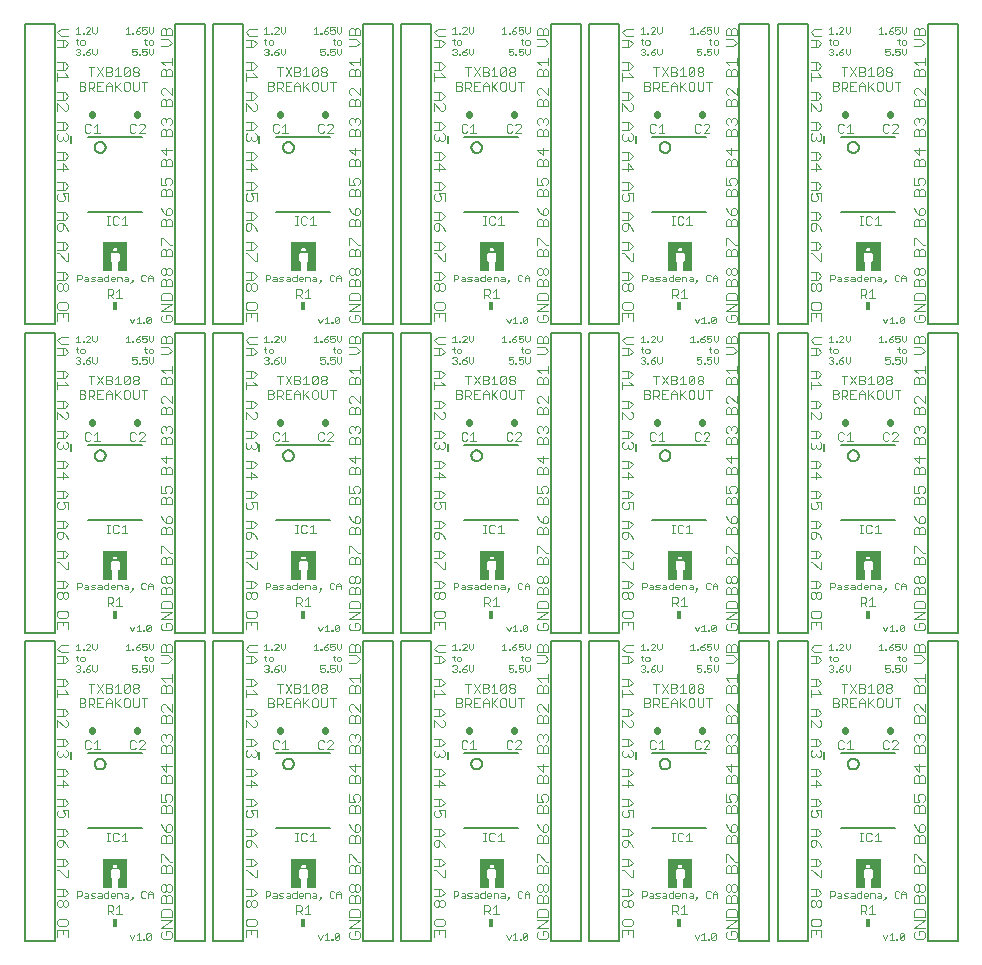
<source format=gto>
G75*
%MOIN*%
%OFA0B0*%
%FSLAX24Y24*%
%IPPOS*%
%LPD*%
%AMOC8*
5,1,8,0,0,1.08239X$1,22.5*
%
%ADD10C,0.0040*%
%ADD11C,0.0020*%
%ADD12C,0.0030*%
%ADD13C,0.0080*%
%ADD14R,0.0100X0.0250*%
%ADD15C,0.0220*%
%ADD16R,0.0180X0.0300*%
%ADD17C,0.0010*%
D10*
X003838Y007455D02*
X003838Y007695D01*
X004198Y007695D01*
X004198Y007455D01*
X004018Y007575D02*
X004018Y007695D01*
X003898Y007823D02*
X004138Y007823D01*
X004198Y007883D01*
X004198Y008003D01*
X004138Y008063D01*
X003898Y008063D01*
X003838Y008003D01*
X003838Y007883D01*
X003898Y007823D01*
X003898Y008455D02*
X003838Y008515D01*
X003838Y008635D01*
X003898Y008695D01*
X003958Y008695D01*
X004018Y008635D01*
X004018Y008515D01*
X003958Y008455D01*
X003898Y008455D01*
X004018Y008515D02*
X004078Y008455D01*
X004138Y008455D01*
X004198Y008515D01*
X004198Y008635D01*
X004138Y008695D01*
X004078Y008695D01*
X004018Y008635D01*
X004018Y008823D02*
X004018Y009063D01*
X004078Y009063D02*
X003838Y009063D01*
X003838Y008823D02*
X004078Y008823D01*
X004198Y008943D01*
X004078Y009063D01*
X004138Y009455D02*
X003898Y009695D01*
X003838Y009695D01*
X003838Y009823D02*
X004078Y009823D01*
X004198Y009943D01*
X004078Y010063D01*
X003838Y010063D01*
X004018Y010063D02*
X004018Y009823D01*
X004198Y009695D02*
X004198Y009455D01*
X004138Y009455D01*
X004198Y010455D02*
X004138Y010575D01*
X004018Y010695D01*
X004018Y010515D01*
X003958Y010455D01*
X003898Y010455D01*
X003838Y010515D01*
X003838Y010635D01*
X003898Y010695D01*
X004018Y010695D01*
X004018Y010823D02*
X004018Y011063D01*
X004078Y011063D02*
X003838Y011063D01*
X003838Y010823D02*
X004078Y010823D01*
X004198Y010943D01*
X004078Y011063D01*
X004018Y011455D02*
X003898Y011455D01*
X003838Y011515D01*
X003838Y011635D01*
X003898Y011695D01*
X004018Y011695D02*
X004078Y011575D01*
X004078Y011515D01*
X004018Y011455D01*
X004198Y011455D02*
X004198Y011695D01*
X004018Y011695D01*
X004018Y011823D02*
X004018Y012063D01*
X004078Y012063D02*
X003838Y012063D01*
X003838Y011823D02*
X004078Y011823D01*
X004198Y011943D01*
X004078Y012063D01*
X004018Y012455D02*
X004018Y012695D01*
X004198Y012515D01*
X003838Y012515D01*
X003838Y012823D02*
X004078Y012823D01*
X004198Y012943D01*
X004078Y013063D01*
X003838Y013063D01*
X004018Y013063D02*
X004018Y012823D01*
X004078Y013455D02*
X004018Y013515D01*
X003958Y013455D01*
X003898Y013455D01*
X003838Y013515D01*
X003838Y013635D01*
X003898Y013695D01*
X003838Y013823D02*
X004078Y013823D01*
X004198Y013943D01*
X004078Y014063D01*
X003838Y014063D01*
X004018Y014063D02*
X004018Y013823D01*
X004138Y013695D02*
X004198Y013635D01*
X004198Y013515D01*
X004138Y013455D01*
X004078Y013455D01*
X004018Y013515D02*
X004018Y013575D01*
X004078Y014455D02*
X004138Y014455D01*
X004198Y014515D01*
X004198Y014635D01*
X004138Y014695D01*
X004078Y014823D02*
X003838Y014823D01*
X003838Y014695D02*
X004078Y014455D01*
X003838Y014455D02*
X003838Y014695D01*
X004018Y014823D02*
X004018Y015063D01*
X004078Y015063D02*
X003838Y015063D01*
X004078Y015063D02*
X004198Y014943D01*
X004078Y014823D01*
X003838Y015455D02*
X003838Y015695D01*
X003838Y015575D02*
X004198Y015575D01*
X004078Y015695D01*
X004078Y015823D02*
X003838Y015823D01*
X004018Y015823D02*
X004018Y016063D01*
X004078Y016063D02*
X003838Y016063D01*
X004078Y016063D02*
X004198Y015943D01*
X004078Y015823D01*
X004078Y016580D02*
X003838Y016580D01*
X004018Y016580D02*
X004018Y016820D01*
X004078Y016820D02*
X003838Y016820D01*
X003958Y016948D02*
X004198Y016948D01*
X004078Y016820D02*
X004198Y016700D01*
X004078Y016580D01*
X003958Y016948D02*
X003838Y017068D01*
X003958Y017188D01*
X004198Y017188D01*
X004198Y017730D02*
X004198Y017971D01*
X003838Y017971D01*
X003838Y017730D01*
X004018Y017851D02*
X004018Y017971D01*
X003898Y018099D02*
X004138Y018099D01*
X004198Y018159D01*
X004198Y018279D01*
X004138Y018339D01*
X003898Y018339D01*
X003838Y018279D01*
X003838Y018159D01*
X003898Y018099D01*
X003898Y018730D02*
X003838Y018790D01*
X003838Y018911D01*
X003898Y018971D01*
X003958Y018971D01*
X004018Y018911D01*
X004018Y018790D01*
X003958Y018730D01*
X003898Y018730D01*
X004018Y018790D02*
X004078Y018730D01*
X004138Y018730D01*
X004198Y018790D01*
X004198Y018911D01*
X004138Y018971D01*
X004078Y018971D01*
X004018Y018911D01*
X004018Y019099D02*
X004018Y019339D01*
X004078Y019339D02*
X003838Y019339D01*
X004078Y019339D02*
X004198Y019219D01*
X004078Y019099D01*
X003838Y019099D01*
X004138Y019730D02*
X003898Y019971D01*
X003838Y019971D01*
X003838Y020099D02*
X004078Y020099D01*
X004198Y020219D01*
X004078Y020339D01*
X003838Y020339D01*
X004018Y020339D02*
X004018Y020099D01*
X004198Y019971D02*
X004198Y019730D01*
X004138Y019730D01*
X004198Y020730D02*
X004138Y020851D01*
X004018Y020971D01*
X004018Y020790D01*
X003958Y020730D01*
X003898Y020730D01*
X003838Y020790D01*
X003838Y020911D01*
X003898Y020971D01*
X004018Y020971D01*
X004018Y021099D02*
X004018Y021339D01*
X004078Y021339D02*
X003838Y021339D01*
X004078Y021339D02*
X004198Y021219D01*
X004078Y021099D01*
X003838Y021099D01*
X003898Y021730D02*
X003838Y021790D01*
X003838Y021911D01*
X003898Y021971D01*
X004018Y021971D02*
X004078Y021851D01*
X004078Y021790D01*
X004018Y021730D01*
X003898Y021730D01*
X004018Y021971D02*
X004198Y021971D01*
X004198Y021730D01*
X004078Y022099D02*
X003838Y022099D01*
X004018Y022099D02*
X004018Y022339D01*
X004078Y022339D02*
X003838Y022339D01*
X004078Y022339D02*
X004198Y022219D01*
X004078Y022099D01*
X004018Y022730D02*
X004018Y022971D01*
X004198Y022790D01*
X003838Y022790D01*
X003838Y023099D02*
X004078Y023099D01*
X004198Y023219D01*
X004078Y023339D01*
X003838Y023339D01*
X004018Y023339D02*
X004018Y023099D01*
X004078Y023730D02*
X004018Y023790D01*
X003958Y023730D01*
X003898Y023730D01*
X003838Y023790D01*
X003838Y023911D01*
X003898Y023971D01*
X003838Y024099D02*
X004078Y024099D01*
X004198Y024219D01*
X004078Y024339D01*
X003838Y024339D01*
X004018Y024339D02*
X004018Y024099D01*
X004138Y023971D02*
X004198Y023911D01*
X004198Y023790D01*
X004138Y023730D01*
X004078Y023730D01*
X004018Y023790D02*
X004018Y023851D01*
X004078Y024730D02*
X004138Y024730D01*
X004198Y024790D01*
X004198Y024911D01*
X004138Y024971D01*
X004078Y025099D02*
X003838Y025099D01*
X003838Y024971D02*
X004078Y024730D01*
X003838Y024730D02*
X003838Y024971D01*
X004018Y025099D02*
X004018Y025339D01*
X004078Y025339D02*
X003838Y025339D01*
X004078Y025339D02*
X004198Y025219D01*
X004078Y025099D01*
X003838Y025730D02*
X003838Y025971D01*
X003838Y025851D02*
X004198Y025851D01*
X004078Y025971D01*
X004078Y026099D02*
X003838Y026099D01*
X004018Y026099D02*
X004018Y026339D01*
X004078Y026339D02*
X003838Y026339D01*
X004078Y026339D02*
X004198Y026219D01*
X004078Y026099D01*
X004078Y026855D02*
X003838Y026855D01*
X004018Y026855D02*
X004018Y027096D01*
X004078Y027096D02*
X003838Y027096D01*
X003958Y027224D02*
X004198Y027224D01*
X004078Y027096D02*
X004198Y026976D01*
X004078Y026855D01*
X003958Y027224D02*
X003838Y027344D01*
X003958Y027464D01*
X004198Y027464D01*
X004198Y028006D02*
X004198Y028246D01*
X003838Y028246D01*
X003838Y028006D01*
X004018Y028126D02*
X004018Y028246D01*
X003898Y028374D02*
X004138Y028374D01*
X004198Y028434D01*
X004198Y028554D01*
X004138Y028615D01*
X003898Y028615D01*
X003838Y028554D01*
X003838Y028434D01*
X003898Y028374D01*
X003898Y029006D02*
X003838Y029066D01*
X003838Y029186D01*
X003898Y029246D01*
X003958Y029246D01*
X004018Y029186D01*
X004018Y029066D01*
X003958Y029006D01*
X003898Y029006D01*
X004018Y029066D02*
X004078Y029006D01*
X004138Y029006D01*
X004198Y029066D01*
X004198Y029186D01*
X004138Y029246D01*
X004078Y029246D01*
X004018Y029186D01*
X004018Y029374D02*
X004018Y029615D01*
X004078Y029615D02*
X003838Y029615D01*
X004078Y029615D02*
X004198Y029494D01*
X004078Y029374D01*
X003838Y029374D01*
X004138Y030006D02*
X003898Y030246D01*
X003838Y030246D01*
X003838Y030374D02*
X004078Y030374D01*
X004198Y030494D01*
X004078Y030615D01*
X003838Y030615D01*
X004018Y030615D02*
X004018Y030374D01*
X004198Y030246D02*
X004198Y030006D01*
X004138Y030006D01*
X004198Y031006D02*
X004138Y031126D01*
X004018Y031246D01*
X004018Y031066D01*
X003958Y031006D01*
X003898Y031006D01*
X003838Y031066D01*
X003838Y031186D01*
X003898Y031246D01*
X004018Y031246D01*
X004018Y031374D02*
X004018Y031615D01*
X004078Y031615D02*
X003838Y031615D01*
X004078Y031615D02*
X004198Y031494D01*
X004078Y031374D01*
X003838Y031374D01*
X003898Y032006D02*
X003838Y032066D01*
X003838Y032186D01*
X003898Y032246D01*
X004018Y032246D02*
X004078Y032126D01*
X004078Y032066D01*
X004018Y032006D01*
X003898Y032006D01*
X004018Y032246D02*
X004198Y032246D01*
X004198Y032006D01*
X004078Y032374D02*
X003838Y032374D01*
X004018Y032374D02*
X004018Y032615D01*
X004078Y032615D02*
X003838Y032615D01*
X004078Y032615D02*
X004198Y032494D01*
X004078Y032374D01*
X004018Y033006D02*
X004018Y033246D01*
X004198Y033066D01*
X003838Y033066D01*
X003838Y033374D02*
X004078Y033374D01*
X004198Y033494D01*
X004078Y033615D01*
X003838Y033615D01*
X004018Y033615D02*
X004018Y033374D01*
X004078Y034006D02*
X004018Y034066D01*
X003958Y034006D01*
X003898Y034006D01*
X003838Y034066D01*
X003838Y034186D01*
X003898Y034246D01*
X003838Y034374D02*
X004078Y034374D01*
X004198Y034494D01*
X004078Y034615D01*
X003838Y034615D01*
X004018Y034615D02*
X004018Y034374D01*
X004138Y034246D02*
X004198Y034186D01*
X004198Y034066D01*
X004138Y034006D01*
X004078Y034006D01*
X004018Y034066D02*
X004018Y034126D01*
X004078Y035006D02*
X004138Y035006D01*
X004198Y035066D01*
X004198Y035186D01*
X004138Y035246D01*
X004078Y035374D02*
X003838Y035374D01*
X003838Y035246D02*
X004078Y035006D01*
X003838Y035006D02*
X003838Y035246D01*
X004018Y035374D02*
X004018Y035615D01*
X004078Y035615D02*
X003838Y035615D01*
X004078Y035615D02*
X004198Y035494D01*
X004078Y035374D01*
X003838Y036006D02*
X003838Y036246D01*
X003838Y036126D02*
X004198Y036126D01*
X004078Y036246D01*
X004078Y036374D02*
X003838Y036374D01*
X004018Y036374D02*
X004018Y036615D01*
X004078Y036615D02*
X003838Y036615D01*
X004078Y036615D02*
X004198Y036494D01*
X004078Y036374D01*
X004078Y037131D02*
X003838Y037131D01*
X004018Y037131D02*
X004018Y037371D01*
X004078Y037371D02*
X003838Y037371D01*
X003958Y037499D02*
X004198Y037499D01*
X004078Y037371D02*
X004198Y037251D01*
X004078Y037131D01*
X003958Y037499D02*
X003838Y037619D01*
X003958Y037740D01*
X004198Y037740D01*
X007287Y037703D02*
X007348Y037763D01*
X007408Y037763D01*
X007468Y037703D01*
X007468Y037523D01*
X007528Y037395D02*
X007287Y037395D01*
X007287Y037523D02*
X007287Y037703D01*
X007287Y037523D02*
X007648Y037523D01*
X007648Y037703D01*
X007588Y037763D01*
X007528Y037763D01*
X007468Y037703D01*
X007528Y037395D02*
X007648Y037275D01*
X007528Y037155D01*
X007287Y037155D01*
X007287Y036643D02*
X007648Y036643D01*
X007648Y036523D02*
X007648Y036763D01*
X007408Y036523D02*
X007287Y036643D01*
X007348Y036395D02*
X007287Y036335D01*
X007287Y036155D01*
X007648Y036155D01*
X007648Y036335D01*
X007588Y036395D01*
X007528Y036395D01*
X007468Y036335D01*
X007468Y036155D01*
X007468Y036335D02*
X007408Y036395D01*
X007348Y036395D01*
X007348Y035763D02*
X007287Y035703D01*
X007287Y035583D01*
X007348Y035523D01*
X007348Y035395D02*
X007287Y035335D01*
X007287Y035155D01*
X007648Y035155D01*
X007648Y035335D01*
X007588Y035395D01*
X007528Y035395D01*
X007468Y035335D01*
X007468Y035155D01*
X007468Y035335D02*
X007408Y035395D01*
X007348Y035395D01*
X007648Y035523D02*
X007408Y035763D01*
X007348Y035763D01*
X007648Y035763D02*
X007648Y035523D01*
X007588Y034763D02*
X007648Y034703D01*
X007648Y034583D01*
X007588Y034523D01*
X007588Y034395D02*
X007648Y034335D01*
X007648Y034155D01*
X007287Y034155D01*
X007287Y034335D01*
X007348Y034395D01*
X007408Y034395D01*
X007468Y034335D01*
X007468Y034155D01*
X007468Y034335D02*
X007528Y034395D01*
X007588Y034395D01*
X007348Y034523D02*
X007287Y034583D01*
X007287Y034703D01*
X007348Y034763D01*
X007408Y034763D01*
X007468Y034703D01*
X007528Y034763D01*
X007588Y034763D01*
X007468Y034703D02*
X007468Y034643D01*
X007468Y033763D02*
X007468Y033523D01*
X007287Y033703D01*
X007648Y033703D01*
X007588Y033395D02*
X007648Y033335D01*
X007648Y033155D01*
X007287Y033155D01*
X007287Y033335D01*
X007348Y033395D01*
X007408Y033395D01*
X007468Y033335D01*
X007468Y033155D01*
X007468Y033335D02*
X007528Y033395D01*
X007588Y033395D01*
X007588Y032763D02*
X007648Y032703D01*
X007648Y032583D01*
X007588Y032523D01*
X007468Y032523D02*
X007408Y032643D01*
X007408Y032703D01*
X007468Y032763D01*
X007588Y032763D01*
X007468Y032523D02*
X007287Y032523D01*
X007287Y032763D01*
X007348Y032395D02*
X007287Y032335D01*
X007287Y032155D01*
X007648Y032155D01*
X007648Y032335D01*
X007588Y032395D01*
X007528Y032395D01*
X007468Y032335D01*
X007468Y032155D01*
X007468Y032335D02*
X007408Y032395D01*
X007348Y032395D01*
X007287Y031763D02*
X007348Y031643D01*
X007468Y031523D01*
X007468Y031703D01*
X007528Y031763D01*
X007588Y031763D01*
X007648Y031703D01*
X007648Y031583D01*
X007588Y031523D01*
X007468Y031523D01*
X007528Y031395D02*
X007588Y031395D01*
X007648Y031335D01*
X007648Y031155D01*
X007287Y031155D01*
X007287Y031335D01*
X007348Y031395D01*
X007408Y031395D01*
X007468Y031335D01*
X007468Y031155D01*
X007468Y031335D02*
X007528Y031395D01*
X007348Y030763D02*
X007287Y030763D01*
X007287Y030523D01*
X007348Y030395D02*
X007287Y030335D01*
X007287Y030155D01*
X007648Y030155D01*
X007648Y030335D01*
X007588Y030395D01*
X007528Y030395D01*
X007468Y030335D01*
X007468Y030155D01*
X007468Y030335D02*
X007408Y030395D01*
X007348Y030395D01*
X007588Y030523D02*
X007648Y030523D01*
X007588Y030523D02*
X007348Y030763D01*
X007348Y029763D02*
X007408Y029763D01*
X007468Y029703D01*
X007468Y029583D01*
X007408Y029523D01*
X007348Y029523D01*
X007287Y029583D01*
X007287Y029703D01*
X007348Y029763D01*
X007468Y029703D02*
X007528Y029763D01*
X007588Y029763D01*
X007648Y029703D01*
X007648Y029583D01*
X007588Y029523D01*
X007528Y029523D01*
X007468Y029583D01*
X007528Y029395D02*
X007588Y029395D01*
X007648Y029335D01*
X007648Y029155D01*
X007287Y029155D01*
X007287Y029335D01*
X007348Y029395D01*
X007408Y029395D01*
X007468Y029335D01*
X007468Y029155D01*
X007468Y029335D02*
X007528Y029395D01*
X007588Y028931D02*
X007348Y028931D01*
X007287Y028871D01*
X007287Y028691D01*
X007648Y028691D01*
X007648Y028871D01*
X007588Y028931D01*
X007648Y028563D02*
X007287Y028563D01*
X007287Y028323D02*
X007648Y028563D01*
X007648Y028323D02*
X007287Y028323D01*
X007348Y028195D02*
X007287Y028135D01*
X007287Y028015D01*
X007348Y027955D01*
X007588Y027955D01*
X007648Y028015D01*
X007648Y028135D01*
X007588Y028195D01*
X007468Y028195D01*
X007468Y028075D01*
X007528Y027487D02*
X007588Y027487D01*
X007648Y027427D01*
X007648Y027247D01*
X007287Y027247D01*
X007287Y027427D01*
X007348Y027487D01*
X007408Y027487D01*
X007468Y027427D01*
X007468Y027247D01*
X007528Y027119D02*
X007287Y027119D01*
X007287Y026879D02*
X007528Y026879D01*
X007648Y026999D01*
X007528Y027119D01*
X007468Y027427D02*
X007528Y027487D01*
X007648Y026487D02*
X007648Y026247D01*
X007648Y026367D02*
X007287Y026367D01*
X007408Y026247D01*
X007408Y026119D02*
X007468Y026059D01*
X007468Y025879D01*
X007648Y025879D02*
X007648Y026059D01*
X007588Y026119D01*
X007528Y026119D01*
X007468Y026059D01*
X007408Y026119D02*
X007348Y026119D01*
X007287Y026059D01*
X007287Y025879D01*
X007648Y025879D01*
X007648Y025487D02*
X007648Y025247D01*
X007408Y025487D01*
X007348Y025487D01*
X007287Y025427D01*
X007287Y025307D01*
X007348Y025247D01*
X007348Y025119D02*
X007287Y025059D01*
X007287Y024879D01*
X007648Y024879D01*
X007648Y025059D01*
X007588Y025119D01*
X007528Y025119D01*
X007468Y025059D01*
X007468Y024879D01*
X007468Y025059D02*
X007408Y025119D01*
X007348Y025119D01*
X007348Y024487D02*
X007287Y024427D01*
X007287Y024307D01*
X007348Y024247D01*
X007348Y024119D02*
X007408Y024119D01*
X007468Y024059D01*
X007468Y023879D01*
X007648Y023879D02*
X007648Y024059D01*
X007588Y024119D01*
X007528Y024119D01*
X007468Y024059D01*
X007348Y024119D02*
X007287Y024059D01*
X007287Y023879D01*
X007648Y023879D01*
X007588Y024247D02*
X007648Y024307D01*
X007648Y024427D01*
X007588Y024487D01*
X007528Y024487D01*
X007468Y024427D01*
X007468Y024367D01*
X007468Y024427D02*
X007408Y024487D01*
X007348Y024487D01*
X007468Y023487D02*
X007468Y023247D01*
X007287Y023427D01*
X007648Y023427D01*
X007588Y023119D02*
X007648Y023059D01*
X007648Y022879D01*
X007287Y022879D01*
X007287Y023059D01*
X007348Y023119D01*
X007408Y023119D01*
X007468Y023059D01*
X007468Y022879D01*
X007468Y023059D02*
X007528Y023119D01*
X007588Y023119D01*
X007588Y022487D02*
X007648Y022427D01*
X007648Y022307D01*
X007588Y022247D01*
X007468Y022247D02*
X007408Y022367D01*
X007408Y022427D01*
X007468Y022487D01*
X007588Y022487D01*
X007468Y022247D02*
X007287Y022247D01*
X007287Y022487D01*
X007348Y022119D02*
X007408Y022119D01*
X007468Y022059D01*
X007468Y021879D01*
X007648Y021879D02*
X007648Y022059D01*
X007588Y022119D01*
X007528Y022119D01*
X007468Y022059D01*
X007348Y022119D02*
X007287Y022059D01*
X007287Y021879D01*
X007648Y021879D01*
X007588Y021487D02*
X007528Y021487D01*
X007468Y021427D01*
X007468Y021247D01*
X007588Y021247D01*
X007648Y021307D01*
X007648Y021427D01*
X007588Y021487D01*
X007348Y021367D02*
X007468Y021247D01*
X007528Y021119D02*
X007588Y021119D01*
X007648Y021059D01*
X007648Y020879D01*
X007287Y020879D01*
X007287Y021059D01*
X007348Y021119D01*
X007408Y021119D01*
X007468Y021059D01*
X007468Y020879D01*
X007468Y021059D02*
X007528Y021119D01*
X007348Y021367D02*
X007287Y021487D01*
X007287Y020487D02*
X007348Y020487D01*
X007588Y020247D01*
X007648Y020247D01*
X007588Y020119D02*
X007648Y020059D01*
X007648Y019879D01*
X007287Y019879D01*
X007287Y020059D01*
X007348Y020119D01*
X007408Y020119D01*
X007468Y020059D01*
X007468Y019879D01*
X007468Y020059D02*
X007528Y020119D01*
X007588Y020119D01*
X007287Y020247D02*
X007287Y020487D01*
X007348Y019487D02*
X007408Y019487D01*
X007468Y019427D01*
X007468Y019307D01*
X007408Y019247D01*
X007348Y019247D01*
X007287Y019307D01*
X007287Y019427D01*
X007348Y019487D01*
X007468Y019427D02*
X007528Y019487D01*
X007588Y019487D01*
X007648Y019427D01*
X007648Y019307D01*
X007588Y019247D01*
X007528Y019247D01*
X007468Y019307D01*
X007528Y019119D02*
X007588Y019119D01*
X007648Y019059D01*
X007648Y018879D01*
X007287Y018879D01*
X007287Y019059D01*
X007348Y019119D01*
X007408Y019119D01*
X007468Y019059D01*
X007468Y018879D01*
X007468Y019059D02*
X007528Y019119D01*
X007588Y018656D02*
X007348Y018656D01*
X007287Y018596D01*
X007287Y018416D01*
X007648Y018416D01*
X007648Y018596D01*
X007588Y018656D01*
X007648Y018287D02*
X007287Y018287D01*
X007287Y018047D02*
X007648Y018287D01*
X007648Y018047D02*
X007287Y018047D01*
X007348Y017919D02*
X007287Y017859D01*
X007287Y017739D01*
X007348Y017679D01*
X007588Y017679D01*
X007648Y017739D01*
X007648Y017859D01*
X007588Y017919D01*
X007468Y017919D01*
X007468Y017799D01*
X007528Y017212D02*
X007588Y017212D01*
X007648Y017152D01*
X007648Y016972D01*
X007287Y016972D01*
X007287Y017152D01*
X007348Y017212D01*
X007408Y017212D01*
X007468Y017152D01*
X007468Y016972D01*
X007528Y016844D02*
X007287Y016844D01*
X007287Y016603D02*
X007528Y016603D01*
X007648Y016723D01*
X007528Y016844D01*
X007468Y017152D02*
X007528Y017212D01*
X007648Y016212D02*
X007648Y015972D01*
X007648Y016092D02*
X007287Y016092D01*
X007408Y015972D01*
X007408Y015844D02*
X007468Y015783D01*
X007468Y015603D01*
X007648Y015603D02*
X007648Y015783D01*
X007588Y015844D01*
X007528Y015844D01*
X007468Y015783D01*
X007408Y015844D02*
X007348Y015844D01*
X007287Y015783D01*
X007287Y015603D01*
X007648Y015603D01*
X007648Y015212D02*
X007648Y014972D01*
X007408Y015212D01*
X007348Y015212D01*
X007287Y015152D01*
X007287Y015032D01*
X007348Y014972D01*
X007348Y014844D02*
X007287Y014783D01*
X007287Y014603D01*
X007648Y014603D01*
X007648Y014783D01*
X007588Y014844D01*
X007528Y014844D01*
X007468Y014783D01*
X007468Y014603D01*
X007468Y014783D02*
X007408Y014844D01*
X007348Y014844D01*
X007348Y014212D02*
X007287Y014152D01*
X007287Y014032D01*
X007348Y013972D01*
X007348Y013844D02*
X007408Y013844D01*
X007468Y013783D01*
X007468Y013603D01*
X007648Y013603D02*
X007648Y013783D01*
X007588Y013844D01*
X007528Y013844D01*
X007468Y013783D01*
X007348Y013844D02*
X007287Y013783D01*
X007287Y013603D01*
X007648Y013603D01*
X007588Y013972D02*
X007648Y014032D01*
X007648Y014152D01*
X007588Y014212D01*
X007528Y014212D01*
X007468Y014152D01*
X007468Y014092D01*
X007468Y014152D02*
X007408Y014212D01*
X007348Y014212D01*
X007468Y013212D02*
X007468Y012972D01*
X007287Y013152D01*
X007648Y013152D01*
X007588Y012844D02*
X007648Y012783D01*
X007648Y012603D01*
X007287Y012603D01*
X007287Y012783D01*
X007348Y012844D01*
X007408Y012844D01*
X007468Y012783D01*
X007468Y012603D01*
X007468Y012783D02*
X007528Y012844D01*
X007588Y012844D01*
X007588Y012212D02*
X007648Y012152D01*
X007648Y012032D01*
X007588Y011972D01*
X007468Y011972D02*
X007408Y012092D01*
X007408Y012152D01*
X007468Y012212D01*
X007588Y012212D01*
X007468Y011972D02*
X007287Y011972D01*
X007287Y012212D01*
X007348Y011844D02*
X007408Y011844D01*
X007468Y011783D01*
X007468Y011603D01*
X007648Y011603D02*
X007648Y011783D01*
X007588Y011844D01*
X007528Y011844D01*
X007468Y011783D01*
X007348Y011844D02*
X007287Y011783D01*
X007287Y011603D01*
X007648Y011603D01*
X007588Y011212D02*
X007528Y011212D01*
X007468Y011152D01*
X007468Y010972D01*
X007588Y010972D01*
X007648Y011032D01*
X007648Y011152D01*
X007588Y011212D01*
X007348Y011092D02*
X007468Y010972D01*
X007528Y010844D02*
X007588Y010844D01*
X007648Y010783D01*
X007648Y010603D01*
X007287Y010603D01*
X007287Y010783D01*
X007348Y010844D01*
X007408Y010844D01*
X007468Y010783D01*
X007468Y010603D01*
X007468Y010783D02*
X007528Y010844D01*
X007348Y011092D02*
X007287Y011212D01*
X007287Y010212D02*
X007348Y010212D01*
X007588Y009972D01*
X007648Y009972D01*
X007588Y009844D02*
X007648Y009783D01*
X007648Y009603D01*
X007287Y009603D01*
X007287Y009783D01*
X007348Y009844D01*
X007408Y009844D01*
X007468Y009783D01*
X007468Y009603D01*
X007468Y009783D02*
X007528Y009844D01*
X007588Y009844D01*
X007287Y009972D02*
X007287Y010212D01*
X007348Y009212D02*
X007287Y009152D01*
X007287Y009032D01*
X007348Y008972D01*
X007408Y008972D01*
X007468Y009032D01*
X007468Y009152D01*
X007528Y009212D01*
X007588Y009212D01*
X007648Y009152D01*
X007648Y009032D01*
X007588Y008972D01*
X007528Y008972D01*
X007468Y009032D01*
X007468Y009152D02*
X007408Y009212D01*
X007348Y009212D01*
X007348Y008844D02*
X007287Y008783D01*
X007287Y008603D01*
X007648Y008603D01*
X007648Y008783D01*
X007588Y008844D01*
X007528Y008844D01*
X007468Y008783D01*
X007468Y008603D01*
X007468Y008783D02*
X007408Y008844D01*
X007348Y008844D01*
X007348Y008380D02*
X007287Y008320D01*
X007287Y008140D01*
X007648Y008140D01*
X007648Y008320D01*
X007588Y008380D01*
X007348Y008380D01*
X007287Y008012D02*
X007648Y008012D01*
X007287Y007772D01*
X007648Y007772D01*
X007588Y007644D02*
X007468Y007644D01*
X007468Y007523D01*
X007588Y007403D02*
X007648Y007463D01*
X007648Y007583D01*
X007588Y007644D01*
X007348Y007644D02*
X007287Y007583D01*
X007287Y007463D01*
X007348Y007403D01*
X007588Y007403D01*
X010113Y007455D02*
X010113Y007695D01*
X010474Y007695D01*
X010474Y007455D01*
X010294Y007575D02*
X010294Y007695D01*
X010414Y007823D02*
X010474Y007883D01*
X010474Y008003D01*
X010414Y008063D01*
X010173Y008063D01*
X010113Y008003D01*
X010113Y007883D01*
X010173Y007823D01*
X010414Y007823D01*
X010414Y008455D02*
X010354Y008455D01*
X010294Y008515D01*
X010294Y008635D01*
X010354Y008695D01*
X010414Y008695D01*
X010474Y008635D01*
X010474Y008515D01*
X010414Y008455D01*
X010294Y008515D02*
X010233Y008455D01*
X010173Y008455D01*
X010113Y008515D01*
X010113Y008635D01*
X010173Y008695D01*
X010233Y008695D01*
X010294Y008635D01*
X010294Y008823D02*
X010294Y009063D01*
X010354Y009063D02*
X010474Y008943D01*
X010354Y008823D01*
X010113Y008823D01*
X010113Y009063D02*
X010354Y009063D01*
X010414Y009455D02*
X010173Y009695D01*
X010113Y009695D01*
X010113Y009823D02*
X010354Y009823D01*
X010474Y009943D01*
X010354Y010063D01*
X010113Y010063D01*
X010294Y010063D02*
X010294Y009823D01*
X010474Y009695D02*
X010474Y009455D01*
X010414Y009455D01*
X010474Y010455D02*
X010414Y010575D01*
X010294Y010695D01*
X010294Y010515D01*
X010233Y010455D01*
X010173Y010455D01*
X010113Y010515D01*
X010113Y010635D01*
X010173Y010695D01*
X010294Y010695D01*
X010294Y010823D02*
X010294Y011063D01*
X010354Y011063D02*
X010474Y010943D01*
X010354Y010823D01*
X010113Y010823D01*
X010113Y011063D02*
X010354Y011063D01*
X010294Y011455D02*
X010173Y011455D01*
X010113Y011515D01*
X010113Y011635D01*
X010173Y011695D01*
X010294Y011695D02*
X010354Y011575D01*
X010354Y011515D01*
X010294Y011455D01*
X010474Y011455D02*
X010474Y011695D01*
X010294Y011695D01*
X010294Y011823D02*
X010294Y012063D01*
X010354Y012063D02*
X010474Y011943D01*
X010354Y011823D01*
X010113Y011823D01*
X010113Y012063D02*
X010354Y012063D01*
X010294Y012455D02*
X010294Y012695D01*
X010474Y012515D01*
X010113Y012515D01*
X010113Y012823D02*
X010354Y012823D01*
X010474Y012943D01*
X010354Y013063D01*
X010113Y013063D01*
X010294Y013063D02*
X010294Y012823D01*
X010354Y013455D02*
X010294Y013515D01*
X010233Y013455D01*
X010173Y013455D01*
X010113Y013515D01*
X010113Y013635D01*
X010173Y013695D01*
X010113Y013823D02*
X010354Y013823D01*
X010474Y013943D01*
X010354Y014063D01*
X010113Y014063D01*
X010294Y014063D02*
X010294Y013823D01*
X010414Y013695D02*
X010474Y013635D01*
X010474Y013515D01*
X010414Y013455D01*
X010354Y013455D01*
X010294Y013515D02*
X010294Y013575D01*
X010354Y014455D02*
X010414Y014455D01*
X010474Y014515D01*
X010474Y014635D01*
X010414Y014695D01*
X010354Y014823D02*
X010113Y014823D01*
X010113Y014695D02*
X010354Y014455D01*
X010113Y014455D02*
X010113Y014695D01*
X010294Y014823D02*
X010294Y015063D01*
X010354Y015063D02*
X010474Y014943D01*
X010354Y014823D01*
X010354Y015063D02*
X010113Y015063D01*
X010113Y015455D02*
X010113Y015695D01*
X010113Y015575D02*
X010474Y015575D01*
X010354Y015695D01*
X010354Y015823D02*
X010113Y015823D01*
X010294Y015823D02*
X010294Y016063D01*
X010354Y016063D02*
X010474Y015943D01*
X010354Y015823D01*
X010354Y016063D02*
X010113Y016063D01*
X010113Y016580D02*
X010354Y016580D01*
X010474Y016700D01*
X010354Y016820D01*
X010113Y016820D01*
X010233Y016948D02*
X010474Y016948D01*
X010294Y016820D02*
X010294Y016580D01*
X010233Y016948D02*
X010113Y017068D01*
X010233Y017188D01*
X010474Y017188D01*
X010474Y017730D02*
X010474Y017971D01*
X010113Y017971D01*
X010113Y017730D01*
X010294Y017851D02*
X010294Y017971D01*
X010414Y018099D02*
X010474Y018159D01*
X010474Y018279D01*
X010414Y018339D01*
X010173Y018339D01*
X010113Y018279D01*
X010113Y018159D01*
X010173Y018099D01*
X010414Y018099D01*
X010414Y018730D02*
X010354Y018730D01*
X010294Y018790D01*
X010294Y018911D01*
X010354Y018971D01*
X010414Y018971D01*
X010474Y018911D01*
X010474Y018790D01*
X010414Y018730D01*
X010294Y018790D02*
X010233Y018730D01*
X010173Y018730D01*
X010113Y018790D01*
X010113Y018911D01*
X010173Y018971D01*
X010233Y018971D01*
X010294Y018911D01*
X010294Y019099D02*
X010294Y019339D01*
X010354Y019339D02*
X010474Y019219D01*
X010354Y019099D01*
X010113Y019099D01*
X010113Y019339D02*
X010354Y019339D01*
X010414Y019730D02*
X010173Y019971D01*
X010113Y019971D01*
X010113Y020099D02*
X010354Y020099D01*
X010474Y020219D01*
X010354Y020339D01*
X010113Y020339D01*
X010294Y020339D02*
X010294Y020099D01*
X010474Y019971D02*
X010474Y019730D01*
X010414Y019730D01*
X010474Y020730D02*
X010414Y020851D01*
X010294Y020971D01*
X010294Y020790D01*
X010233Y020730D01*
X010173Y020730D01*
X010113Y020790D01*
X010113Y020911D01*
X010173Y020971D01*
X010294Y020971D01*
X010294Y021099D02*
X010294Y021339D01*
X010354Y021339D02*
X010474Y021219D01*
X010354Y021099D01*
X010113Y021099D01*
X010113Y021339D02*
X010354Y021339D01*
X010294Y021730D02*
X010173Y021730D01*
X010113Y021790D01*
X010113Y021911D01*
X010173Y021971D01*
X010294Y021971D02*
X010354Y021851D01*
X010354Y021790D01*
X010294Y021730D01*
X010474Y021730D02*
X010474Y021971D01*
X010294Y021971D01*
X010294Y022099D02*
X010294Y022339D01*
X010354Y022339D02*
X010474Y022219D01*
X010354Y022099D01*
X010113Y022099D01*
X010113Y022339D02*
X010354Y022339D01*
X010294Y022730D02*
X010294Y022971D01*
X010474Y022790D01*
X010113Y022790D01*
X010113Y023099D02*
X010354Y023099D01*
X010474Y023219D01*
X010354Y023339D01*
X010113Y023339D01*
X010294Y023339D02*
X010294Y023099D01*
X010354Y023730D02*
X010294Y023790D01*
X010233Y023730D01*
X010173Y023730D01*
X010113Y023790D01*
X010113Y023911D01*
X010173Y023971D01*
X010113Y024099D02*
X010354Y024099D01*
X010474Y024219D01*
X010354Y024339D01*
X010113Y024339D01*
X010294Y024339D02*
X010294Y024099D01*
X010414Y023971D02*
X010474Y023911D01*
X010474Y023790D01*
X010414Y023730D01*
X010354Y023730D01*
X010294Y023790D02*
X010294Y023851D01*
X010354Y024730D02*
X010414Y024730D01*
X010474Y024790D01*
X010474Y024911D01*
X010414Y024971D01*
X010354Y025099D02*
X010113Y025099D01*
X010113Y024971D02*
X010354Y024730D01*
X010113Y024730D02*
X010113Y024971D01*
X010294Y025099D02*
X010294Y025339D01*
X010354Y025339D02*
X010474Y025219D01*
X010354Y025099D01*
X010354Y025339D02*
X010113Y025339D01*
X010113Y025730D02*
X010113Y025971D01*
X010113Y025851D02*
X010474Y025851D01*
X010354Y025971D01*
X010354Y026099D02*
X010113Y026099D01*
X010294Y026099D02*
X010294Y026339D01*
X010354Y026339D02*
X010474Y026219D01*
X010354Y026099D01*
X010354Y026339D02*
X010113Y026339D01*
X010113Y026855D02*
X010354Y026855D01*
X010474Y026976D01*
X010354Y027096D01*
X010113Y027096D01*
X010233Y027224D02*
X010474Y027224D01*
X010294Y027096D02*
X010294Y026855D01*
X010233Y027224D02*
X010113Y027344D01*
X010233Y027464D01*
X010474Y027464D01*
X010474Y028006D02*
X010474Y028246D01*
X010113Y028246D01*
X010113Y028006D01*
X010294Y028126D02*
X010294Y028246D01*
X010414Y028374D02*
X010474Y028434D01*
X010474Y028554D01*
X010414Y028615D01*
X010173Y028615D01*
X010113Y028554D01*
X010113Y028434D01*
X010173Y028374D01*
X010414Y028374D01*
X010414Y029006D02*
X010354Y029006D01*
X010294Y029066D01*
X010294Y029186D01*
X010354Y029246D01*
X010414Y029246D01*
X010474Y029186D01*
X010474Y029066D01*
X010414Y029006D01*
X010294Y029066D02*
X010233Y029006D01*
X010173Y029006D01*
X010113Y029066D01*
X010113Y029186D01*
X010173Y029246D01*
X010233Y029246D01*
X010294Y029186D01*
X010294Y029374D02*
X010294Y029615D01*
X010354Y029615D02*
X010474Y029494D01*
X010354Y029374D01*
X010113Y029374D01*
X010113Y029615D02*
X010354Y029615D01*
X010414Y030006D02*
X010173Y030246D01*
X010113Y030246D01*
X010113Y030374D02*
X010354Y030374D01*
X010474Y030494D01*
X010354Y030615D01*
X010113Y030615D01*
X010294Y030615D02*
X010294Y030374D01*
X010474Y030246D02*
X010474Y030006D01*
X010414Y030006D01*
X010474Y031006D02*
X010414Y031126D01*
X010294Y031246D01*
X010294Y031066D01*
X010233Y031006D01*
X010173Y031006D01*
X010113Y031066D01*
X010113Y031186D01*
X010173Y031246D01*
X010294Y031246D01*
X010294Y031374D02*
X010294Y031615D01*
X010354Y031615D02*
X010474Y031494D01*
X010354Y031374D01*
X010113Y031374D01*
X010113Y031615D02*
X010354Y031615D01*
X010294Y032006D02*
X010173Y032006D01*
X010113Y032066D01*
X010113Y032186D01*
X010173Y032246D01*
X010294Y032246D02*
X010354Y032126D01*
X010354Y032066D01*
X010294Y032006D01*
X010474Y032006D02*
X010474Y032246D01*
X010294Y032246D01*
X010294Y032374D02*
X010294Y032615D01*
X010354Y032615D02*
X010474Y032494D01*
X010354Y032374D01*
X010113Y032374D01*
X010113Y032615D02*
X010354Y032615D01*
X010294Y033006D02*
X010294Y033246D01*
X010474Y033066D01*
X010113Y033066D01*
X010113Y033374D02*
X010354Y033374D01*
X010474Y033494D01*
X010354Y033615D01*
X010113Y033615D01*
X010294Y033615D02*
X010294Y033374D01*
X010354Y034006D02*
X010294Y034066D01*
X010233Y034006D01*
X010173Y034006D01*
X010113Y034066D01*
X010113Y034186D01*
X010173Y034246D01*
X010113Y034374D02*
X010354Y034374D01*
X010474Y034494D01*
X010354Y034615D01*
X010113Y034615D01*
X010294Y034615D02*
X010294Y034374D01*
X010414Y034246D02*
X010474Y034186D01*
X010474Y034066D01*
X010414Y034006D01*
X010354Y034006D01*
X010294Y034066D02*
X010294Y034126D01*
X010354Y035006D02*
X010414Y035006D01*
X010474Y035066D01*
X010474Y035186D01*
X010414Y035246D01*
X010354Y035374D02*
X010113Y035374D01*
X010113Y035246D02*
X010354Y035006D01*
X010113Y035006D02*
X010113Y035246D01*
X010294Y035374D02*
X010294Y035615D01*
X010354Y035615D02*
X010474Y035494D01*
X010354Y035374D01*
X010354Y035615D02*
X010113Y035615D01*
X010113Y036006D02*
X010113Y036246D01*
X010113Y036126D02*
X010474Y036126D01*
X010354Y036246D01*
X010354Y036374D02*
X010113Y036374D01*
X010294Y036374D02*
X010294Y036615D01*
X010354Y036615D02*
X010474Y036494D01*
X010354Y036374D01*
X010354Y036615D02*
X010113Y036615D01*
X010113Y037131D02*
X010354Y037131D01*
X010474Y037251D01*
X010354Y037371D01*
X010113Y037371D01*
X010233Y037499D02*
X010474Y037499D01*
X010294Y037371D02*
X010294Y037131D01*
X010233Y037499D02*
X010113Y037619D01*
X010233Y037740D01*
X010474Y037740D01*
X013563Y037703D02*
X013623Y037763D01*
X013683Y037763D01*
X013743Y037703D01*
X013743Y037523D01*
X013803Y037395D02*
X013563Y037395D01*
X013563Y037523D02*
X013563Y037703D01*
X013563Y037523D02*
X013923Y037523D01*
X013923Y037703D01*
X013863Y037763D01*
X013803Y037763D01*
X013743Y037703D01*
X013803Y037395D02*
X013923Y037275D01*
X013803Y037155D01*
X013563Y037155D01*
X013563Y036643D02*
X013923Y036643D01*
X013923Y036523D02*
X013923Y036763D01*
X013683Y036523D02*
X013563Y036643D01*
X013623Y036395D02*
X013683Y036395D01*
X013743Y036335D01*
X013743Y036155D01*
X013743Y036335D02*
X013803Y036395D01*
X013863Y036395D01*
X013923Y036335D01*
X013923Y036155D01*
X013563Y036155D01*
X013563Y036335D01*
X013623Y036395D01*
X013623Y035763D02*
X013563Y035703D01*
X013563Y035583D01*
X013623Y035523D01*
X013623Y035395D02*
X013683Y035395D01*
X013743Y035335D01*
X013743Y035155D01*
X013743Y035335D02*
X013803Y035395D01*
X013863Y035395D01*
X013923Y035335D01*
X013923Y035155D01*
X013563Y035155D01*
X013563Y035335D01*
X013623Y035395D01*
X013923Y035523D02*
X013683Y035763D01*
X013623Y035763D01*
X013923Y035763D02*
X013923Y035523D01*
X013863Y034763D02*
X013923Y034703D01*
X013923Y034583D01*
X013863Y034523D01*
X013863Y034395D02*
X013923Y034335D01*
X013923Y034155D01*
X013563Y034155D01*
X013563Y034335D01*
X013623Y034395D01*
X013683Y034395D01*
X013743Y034335D01*
X013743Y034155D01*
X013743Y034335D02*
X013803Y034395D01*
X013863Y034395D01*
X013623Y034523D02*
X013563Y034583D01*
X013563Y034703D01*
X013623Y034763D01*
X013683Y034763D01*
X013743Y034703D01*
X013803Y034763D01*
X013863Y034763D01*
X013743Y034703D02*
X013743Y034643D01*
X013743Y033763D02*
X013743Y033523D01*
X013563Y033703D01*
X013923Y033703D01*
X013863Y033395D02*
X013923Y033335D01*
X013923Y033155D01*
X013563Y033155D01*
X013563Y033335D01*
X013623Y033395D01*
X013683Y033395D01*
X013743Y033335D01*
X013743Y033155D01*
X013743Y033335D02*
X013803Y033395D01*
X013863Y033395D01*
X013863Y032763D02*
X013923Y032703D01*
X013923Y032583D01*
X013863Y032523D01*
X013743Y032523D02*
X013683Y032643D01*
X013683Y032703D01*
X013743Y032763D01*
X013863Y032763D01*
X013743Y032523D02*
X013563Y032523D01*
X013563Y032763D01*
X013623Y032395D02*
X013683Y032395D01*
X013743Y032335D01*
X013743Y032155D01*
X013743Y032335D02*
X013803Y032395D01*
X013863Y032395D01*
X013923Y032335D01*
X013923Y032155D01*
X013563Y032155D01*
X013563Y032335D01*
X013623Y032395D01*
X013563Y031763D02*
X013623Y031643D01*
X013743Y031523D01*
X013743Y031703D01*
X013803Y031763D01*
X013863Y031763D01*
X013923Y031703D01*
X013923Y031583D01*
X013863Y031523D01*
X013743Y031523D01*
X013683Y031395D02*
X013743Y031335D01*
X013743Y031155D01*
X013743Y031335D02*
X013803Y031395D01*
X013863Y031395D01*
X013923Y031335D01*
X013923Y031155D01*
X013563Y031155D01*
X013563Y031335D01*
X013623Y031395D01*
X013683Y031395D01*
X013623Y030763D02*
X013863Y030523D01*
X013923Y030523D01*
X013863Y030395D02*
X013923Y030335D01*
X013923Y030155D01*
X013563Y030155D01*
X013563Y030335D01*
X013623Y030395D01*
X013683Y030395D01*
X013743Y030335D01*
X013743Y030155D01*
X013743Y030335D02*
X013803Y030395D01*
X013863Y030395D01*
X013563Y030523D02*
X013563Y030763D01*
X013623Y030763D01*
X013623Y029763D02*
X013683Y029763D01*
X013743Y029703D01*
X013743Y029583D01*
X013683Y029523D01*
X013623Y029523D01*
X013563Y029583D01*
X013563Y029703D01*
X013623Y029763D01*
X013743Y029703D02*
X013803Y029763D01*
X013863Y029763D01*
X013923Y029703D01*
X013923Y029583D01*
X013863Y029523D01*
X013803Y029523D01*
X013743Y029583D01*
X013683Y029395D02*
X013743Y029335D01*
X013743Y029155D01*
X013743Y029335D02*
X013803Y029395D01*
X013863Y029395D01*
X013923Y029335D01*
X013923Y029155D01*
X013563Y029155D01*
X013563Y029335D01*
X013623Y029395D01*
X013683Y029395D01*
X013623Y028931D02*
X013563Y028871D01*
X013563Y028691D01*
X013923Y028691D01*
X013923Y028871D01*
X013863Y028931D01*
X013623Y028931D01*
X013563Y028563D02*
X013923Y028563D01*
X013563Y028323D01*
X013923Y028323D01*
X013863Y028195D02*
X013743Y028195D01*
X013743Y028075D01*
X013623Y028195D02*
X013563Y028135D01*
X013563Y028015D01*
X013623Y027955D01*
X013863Y027955D01*
X013923Y028015D01*
X013923Y028135D01*
X013863Y028195D01*
X013863Y027487D02*
X013923Y027427D01*
X013923Y027247D01*
X013563Y027247D01*
X013563Y027427D01*
X013623Y027487D01*
X013683Y027487D01*
X013743Y027427D01*
X013743Y027247D01*
X013803Y027119D02*
X013563Y027119D01*
X013563Y026879D02*
X013803Y026879D01*
X013923Y026999D01*
X013803Y027119D01*
X013743Y027427D02*
X013803Y027487D01*
X013863Y027487D01*
X013923Y026487D02*
X013923Y026247D01*
X013923Y026367D02*
X013563Y026367D01*
X013683Y026247D01*
X013683Y026119D02*
X013743Y026059D01*
X013743Y025879D01*
X013563Y025879D02*
X013563Y026059D01*
X013623Y026119D01*
X013683Y026119D01*
X013743Y026059D02*
X013803Y026119D01*
X013863Y026119D01*
X013923Y026059D01*
X013923Y025879D01*
X013563Y025879D01*
X013623Y025487D02*
X013563Y025427D01*
X013563Y025307D01*
X013623Y025247D01*
X013623Y025119D02*
X013683Y025119D01*
X013743Y025059D01*
X013743Y024879D01*
X013563Y024879D02*
X013563Y025059D01*
X013623Y025119D01*
X013743Y025059D02*
X013803Y025119D01*
X013863Y025119D01*
X013923Y025059D01*
X013923Y024879D01*
X013563Y024879D01*
X013623Y024487D02*
X013683Y024487D01*
X013743Y024427D01*
X013803Y024487D01*
X013863Y024487D01*
X013923Y024427D01*
X013923Y024307D01*
X013863Y024247D01*
X013863Y024119D02*
X013923Y024059D01*
X013923Y023879D01*
X013563Y023879D01*
X013563Y024059D01*
X013623Y024119D01*
X013683Y024119D01*
X013743Y024059D01*
X013743Y023879D01*
X013743Y024059D02*
X013803Y024119D01*
X013863Y024119D01*
X013623Y024247D02*
X013563Y024307D01*
X013563Y024427D01*
X013623Y024487D01*
X013743Y024427D02*
X013743Y024367D01*
X013743Y023487D02*
X013743Y023247D01*
X013563Y023427D01*
X013923Y023427D01*
X013863Y023119D02*
X013923Y023059D01*
X013923Y022879D01*
X013563Y022879D01*
X013563Y023059D01*
X013623Y023119D01*
X013683Y023119D01*
X013743Y023059D01*
X013743Y022879D01*
X013743Y023059D02*
X013803Y023119D01*
X013863Y023119D01*
X013863Y022487D02*
X013923Y022427D01*
X013923Y022307D01*
X013863Y022247D01*
X013743Y022247D02*
X013683Y022367D01*
X013683Y022427D01*
X013743Y022487D01*
X013863Y022487D01*
X013743Y022247D02*
X013563Y022247D01*
X013563Y022487D01*
X013623Y022119D02*
X013683Y022119D01*
X013743Y022059D01*
X013743Y021879D01*
X013563Y021879D02*
X013563Y022059D01*
X013623Y022119D01*
X013743Y022059D02*
X013803Y022119D01*
X013863Y022119D01*
X013923Y022059D01*
X013923Y021879D01*
X013563Y021879D01*
X013563Y021487D02*
X013623Y021367D01*
X013743Y021247D01*
X013743Y021427D01*
X013803Y021487D01*
X013863Y021487D01*
X013923Y021427D01*
X013923Y021307D01*
X013863Y021247D01*
X013743Y021247D01*
X013683Y021119D02*
X013743Y021059D01*
X013743Y020879D01*
X013563Y020879D02*
X013563Y021059D01*
X013623Y021119D01*
X013683Y021119D01*
X013743Y021059D02*
X013803Y021119D01*
X013863Y021119D01*
X013923Y021059D01*
X013923Y020879D01*
X013563Y020879D01*
X013563Y020487D02*
X013623Y020487D01*
X013863Y020247D01*
X013923Y020247D01*
X013863Y020119D02*
X013923Y020059D01*
X013923Y019879D01*
X013563Y019879D01*
X013563Y020059D01*
X013623Y020119D01*
X013683Y020119D01*
X013743Y020059D01*
X013743Y019879D01*
X013743Y020059D02*
X013803Y020119D01*
X013863Y020119D01*
X013563Y020247D02*
X013563Y020487D01*
X013623Y019487D02*
X013683Y019487D01*
X013743Y019427D01*
X013743Y019307D01*
X013683Y019247D01*
X013623Y019247D01*
X013563Y019307D01*
X013563Y019427D01*
X013623Y019487D01*
X013743Y019427D02*
X013803Y019487D01*
X013863Y019487D01*
X013923Y019427D01*
X013923Y019307D01*
X013863Y019247D01*
X013803Y019247D01*
X013743Y019307D01*
X013683Y019119D02*
X013743Y019059D01*
X013743Y018879D01*
X013563Y018879D02*
X013563Y019059D01*
X013623Y019119D01*
X013683Y019119D01*
X013743Y019059D02*
X013803Y019119D01*
X013863Y019119D01*
X013923Y019059D01*
X013923Y018879D01*
X013563Y018879D01*
X013623Y018656D02*
X013563Y018596D01*
X013563Y018416D01*
X013923Y018416D01*
X013923Y018596D01*
X013863Y018656D01*
X013623Y018656D01*
X013563Y018287D02*
X013923Y018287D01*
X013563Y018047D01*
X013923Y018047D01*
X013863Y017919D02*
X013923Y017859D01*
X013923Y017739D01*
X013863Y017679D01*
X013623Y017679D01*
X013563Y017739D01*
X013563Y017859D01*
X013623Y017919D01*
X013743Y017919D02*
X013743Y017799D01*
X013743Y017919D02*
X013863Y017919D01*
X013863Y017212D02*
X013923Y017152D01*
X013923Y016972D01*
X013563Y016972D01*
X013563Y017152D01*
X013623Y017212D01*
X013683Y017212D01*
X013743Y017152D01*
X013743Y016972D01*
X013803Y016844D02*
X013563Y016844D01*
X013803Y016844D02*
X013923Y016723D01*
X013803Y016603D01*
X013563Y016603D01*
X013563Y016092D02*
X013923Y016092D01*
X013923Y015972D02*
X013923Y016212D01*
X013683Y015972D02*
X013563Y016092D01*
X013623Y015844D02*
X013683Y015844D01*
X013743Y015783D01*
X013743Y015603D01*
X013563Y015603D02*
X013563Y015783D01*
X013623Y015844D01*
X013743Y015783D02*
X013803Y015844D01*
X013863Y015844D01*
X013923Y015783D01*
X013923Y015603D01*
X013563Y015603D01*
X013623Y015212D02*
X013563Y015152D01*
X013563Y015032D01*
X013623Y014972D01*
X013623Y014844D02*
X013683Y014844D01*
X013743Y014783D01*
X013743Y014603D01*
X013563Y014603D02*
X013563Y014783D01*
X013623Y014844D01*
X013743Y014783D02*
X013803Y014844D01*
X013863Y014844D01*
X013923Y014783D01*
X013923Y014603D01*
X013563Y014603D01*
X013623Y014212D02*
X013683Y014212D01*
X013743Y014152D01*
X013803Y014212D01*
X013863Y014212D01*
X013923Y014152D01*
X013923Y014032D01*
X013863Y013972D01*
X013863Y013844D02*
X013923Y013783D01*
X013923Y013603D01*
X013563Y013603D01*
X013563Y013783D01*
X013623Y013844D01*
X013683Y013844D01*
X013743Y013783D01*
X013743Y013603D01*
X013743Y013783D02*
X013803Y013844D01*
X013863Y013844D01*
X013623Y013972D02*
X013563Y014032D01*
X013563Y014152D01*
X013623Y014212D01*
X013743Y014152D02*
X013743Y014092D01*
X013743Y013212D02*
X013743Y012972D01*
X013563Y013152D01*
X013923Y013152D01*
X013863Y012844D02*
X013923Y012783D01*
X013923Y012603D01*
X013563Y012603D01*
X013563Y012783D01*
X013623Y012844D01*
X013683Y012844D01*
X013743Y012783D01*
X013743Y012603D01*
X013743Y012783D02*
X013803Y012844D01*
X013863Y012844D01*
X013863Y012212D02*
X013923Y012152D01*
X013923Y012032D01*
X013863Y011972D01*
X013743Y011972D02*
X013683Y012092D01*
X013683Y012152D01*
X013743Y012212D01*
X013863Y012212D01*
X013743Y011972D02*
X013563Y011972D01*
X013563Y012212D01*
X013623Y011844D02*
X013683Y011844D01*
X013743Y011783D01*
X013743Y011603D01*
X013563Y011603D02*
X013563Y011783D01*
X013623Y011844D01*
X013743Y011783D02*
X013803Y011844D01*
X013863Y011844D01*
X013923Y011783D01*
X013923Y011603D01*
X013563Y011603D01*
X013563Y011212D02*
X013623Y011092D01*
X013743Y010972D01*
X013743Y011152D01*
X013803Y011212D01*
X013863Y011212D01*
X013923Y011152D01*
X013923Y011032D01*
X013863Y010972D01*
X013743Y010972D01*
X013683Y010844D02*
X013743Y010783D01*
X013743Y010603D01*
X013563Y010603D02*
X013563Y010783D01*
X013623Y010844D01*
X013683Y010844D01*
X013743Y010783D02*
X013803Y010844D01*
X013863Y010844D01*
X013923Y010783D01*
X013923Y010603D01*
X013563Y010603D01*
X013563Y010212D02*
X013623Y010212D01*
X013863Y009972D01*
X013923Y009972D01*
X013863Y009844D02*
X013923Y009783D01*
X013923Y009603D01*
X013563Y009603D01*
X013563Y009783D01*
X013623Y009844D01*
X013683Y009844D01*
X013743Y009783D01*
X013743Y009603D01*
X013743Y009783D02*
X013803Y009844D01*
X013863Y009844D01*
X013563Y009972D02*
X013563Y010212D01*
X013623Y009212D02*
X013683Y009212D01*
X013743Y009152D01*
X013743Y009032D01*
X013683Y008972D01*
X013623Y008972D01*
X013563Y009032D01*
X013563Y009152D01*
X013623Y009212D01*
X013743Y009152D02*
X013803Y009212D01*
X013863Y009212D01*
X013923Y009152D01*
X013923Y009032D01*
X013863Y008972D01*
X013803Y008972D01*
X013743Y009032D01*
X013683Y008844D02*
X013743Y008783D01*
X013743Y008603D01*
X013563Y008603D02*
X013563Y008783D01*
X013623Y008844D01*
X013683Y008844D01*
X013743Y008783D02*
X013803Y008844D01*
X013863Y008844D01*
X013923Y008783D01*
X013923Y008603D01*
X013563Y008603D01*
X013623Y008380D02*
X013563Y008320D01*
X013563Y008140D01*
X013923Y008140D01*
X013923Y008320D01*
X013863Y008380D01*
X013623Y008380D01*
X013563Y008012D02*
X013923Y008012D01*
X013563Y007772D01*
X013923Y007772D01*
X013863Y007644D02*
X013923Y007583D01*
X013923Y007463D01*
X013863Y007403D01*
X013623Y007403D01*
X013563Y007463D01*
X013563Y007583D01*
X013623Y007644D01*
X013743Y007644D02*
X013743Y007523D01*
X013743Y007644D02*
X013863Y007644D01*
X016389Y007695D02*
X016389Y007455D01*
X016569Y007575D02*
X016569Y007695D01*
X016449Y007823D02*
X016689Y007823D01*
X016749Y007883D01*
X016749Y008003D01*
X016689Y008063D01*
X016449Y008063D01*
X016389Y008003D01*
X016389Y007883D01*
X016449Y007823D01*
X016389Y007695D02*
X016749Y007695D01*
X016749Y007455D01*
X016689Y008455D02*
X016629Y008455D01*
X016569Y008515D01*
X016569Y008635D01*
X016629Y008695D01*
X016689Y008695D01*
X016749Y008635D01*
X016749Y008515D01*
X016689Y008455D01*
X016569Y008515D02*
X016509Y008455D01*
X016449Y008455D01*
X016389Y008515D01*
X016389Y008635D01*
X016449Y008695D01*
X016509Y008695D01*
X016569Y008635D01*
X016569Y008823D02*
X016569Y009063D01*
X016629Y009063D02*
X016749Y008943D01*
X016629Y008823D01*
X016389Y008823D01*
X016389Y009063D02*
X016629Y009063D01*
X016689Y009455D02*
X016449Y009695D01*
X016389Y009695D01*
X016389Y009823D02*
X016629Y009823D01*
X016749Y009943D01*
X016629Y010063D01*
X016389Y010063D01*
X016569Y010063D02*
X016569Y009823D01*
X016749Y009695D02*
X016749Y009455D01*
X016689Y009455D01*
X016749Y010455D02*
X016689Y010575D01*
X016569Y010695D01*
X016569Y010515D01*
X016509Y010455D01*
X016449Y010455D01*
X016389Y010515D01*
X016389Y010635D01*
X016449Y010695D01*
X016569Y010695D01*
X016569Y010823D02*
X016569Y011063D01*
X016629Y011063D02*
X016749Y010943D01*
X016629Y010823D01*
X016389Y010823D01*
X016389Y011063D02*
X016629Y011063D01*
X016569Y011455D02*
X016449Y011455D01*
X016389Y011515D01*
X016389Y011635D01*
X016449Y011695D01*
X016569Y011695D02*
X016629Y011575D01*
X016629Y011515D01*
X016569Y011455D01*
X016749Y011455D02*
X016749Y011695D01*
X016569Y011695D01*
X016569Y011823D02*
X016569Y012063D01*
X016629Y012063D02*
X016749Y011943D01*
X016629Y011823D01*
X016389Y011823D01*
X016389Y012063D02*
X016629Y012063D01*
X016569Y012455D02*
X016569Y012695D01*
X016749Y012515D01*
X016389Y012515D01*
X016389Y012823D02*
X016629Y012823D01*
X016749Y012943D01*
X016629Y013063D01*
X016389Y013063D01*
X016569Y013063D02*
X016569Y012823D01*
X016509Y013455D02*
X016449Y013455D01*
X016389Y013515D01*
X016389Y013635D01*
X016449Y013695D01*
X016389Y013823D02*
X016629Y013823D01*
X016749Y013943D01*
X016629Y014063D01*
X016389Y014063D01*
X016569Y014063D02*
X016569Y013823D01*
X016689Y013695D02*
X016749Y013635D01*
X016749Y013515D01*
X016689Y013455D01*
X016629Y013455D01*
X016569Y013515D01*
X016509Y013455D01*
X016569Y013515D02*
X016569Y013575D01*
X016629Y014455D02*
X016689Y014455D01*
X016749Y014515D01*
X016749Y014635D01*
X016689Y014695D01*
X016629Y014823D02*
X016389Y014823D01*
X016389Y014695D02*
X016629Y014455D01*
X016389Y014455D02*
X016389Y014695D01*
X016569Y014823D02*
X016569Y015063D01*
X016629Y015063D02*
X016749Y014943D01*
X016629Y014823D01*
X016629Y015063D02*
X016389Y015063D01*
X016389Y015455D02*
X016389Y015695D01*
X016389Y015575D02*
X016749Y015575D01*
X016629Y015695D01*
X016629Y015823D02*
X016389Y015823D01*
X016569Y015823D02*
X016569Y016063D01*
X016629Y016063D02*
X016749Y015943D01*
X016629Y015823D01*
X016629Y016063D02*
X016389Y016063D01*
X016389Y016580D02*
X016629Y016580D01*
X016749Y016700D01*
X016629Y016820D01*
X016389Y016820D01*
X016509Y016948D02*
X016389Y017068D01*
X016509Y017188D01*
X016749Y017188D01*
X016749Y016948D02*
X016509Y016948D01*
X016569Y016820D02*
X016569Y016580D01*
X016389Y017730D02*
X016389Y017971D01*
X016749Y017971D01*
X016749Y017730D01*
X016569Y017851D02*
X016569Y017971D01*
X016449Y018099D02*
X016689Y018099D01*
X016749Y018159D01*
X016749Y018279D01*
X016689Y018339D01*
X016449Y018339D01*
X016389Y018279D01*
X016389Y018159D01*
X016449Y018099D01*
X016449Y018730D02*
X016389Y018790D01*
X016389Y018911D01*
X016449Y018971D01*
X016509Y018971D01*
X016569Y018911D01*
X016569Y018790D01*
X016509Y018730D01*
X016449Y018730D01*
X016569Y018790D02*
X016629Y018730D01*
X016689Y018730D01*
X016749Y018790D01*
X016749Y018911D01*
X016689Y018971D01*
X016629Y018971D01*
X016569Y018911D01*
X016569Y019099D02*
X016569Y019339D01*
X016629Y019339D02*
X016749Y019219D01*
X016629Y019099D01*
X016389Y019099D01*
X016389Y019339D02*
X016629Y019339D01*
X016689Y019730D02*
X016449Y019971D01*
X016389Y019971D01*
X016389Y020099D02*
X016629Y020099D01*
X016749Y020219D01*
X016629Y020339D01*
X016389Y020339D01*
X016569Y020339D02*
X016569Y020099D01*
X016749Y019971D02*
X016749Y019730D01*
X016689Y019730D01*
X016749Y020730D02*
X016689Y020851D01*
X016569Y020971D01*
X016569Y020790D01*
X016509Y020730D01*
X016449Y020730D01*
X016389Y020790D01*
X016389Y020911D01*
X016449Y020971D01*
X016569Y020971D01*
X016569Y021099D02*
X016569Y021339D01*
X016629Y021339D02*
X016749Y021219D01*
X016629Y021099D01*
X016389Y021099D01*
X016389Y021339D02*
X016629Y021339D01*
X016569Y021730D02*
X016449Y021730D01*
X016389Y021790D01*
X016389Y021911D01*
X016449Y021971D01*
X016569Y021971D02*
X016629Y021851D01*
X016629Y021790D01*
X016569Y021730D01*
X016749Y021730D02*
X016749Y021971D01*
X016569Y021971D01*
X016569Y022099D02*
X016569Y022339D01*
X016629Y022339D02*
X016749Y022219D01*
X016629Y022099D01*
X016389Y022099D01*
X016389Y022339D02*
X016629Y022339D01*
X016569Y022730D02*
X016569Y022971D01*
X016749Y022790D01*
X016389Y022790D01*
X016389Y023099D02*
X016629Y023099D01*
X016749Y023219D01*
X016629Y023339D01*
X016389Y023339D01*
X016569Y023339D02*
X016569Y023099D01*
X016509Y023730D02*
X016449Y023730D01*
X016389Y023790D01*
X016389Y023911D01*
X016449Y023971D01*
X016389Y024099D02*
X016629Y024099D01*
X016749Y024219D01*
X016629Y024339D01*
X016389Y024339D01*
X016569Y024339D02*
X016569Y024099D01*
X016689Y023971D02*
X016749Y023911D01*
X016749Y023790D01*
X016689Y023730D01*
X016629Y023730D01*
X016569Y023790D01*
X016509Y023730D01*
X016569Y023790D02*
X016569Y023851D01*
X016629Y024730D02*
X016689Y024730D01*
X016749Y024790D01*
X016749Y024911D01*
X016689Y024971D01*
X016629Y025099D02*
X016389Y025099D01*
X016389Y024971D02*
X016629Y024730D01*
X016389Y024730D02*
X016389Y024971D01*
X016569Y025099D02*
X016569Y025339D01*
X016629Y025339D02*
X016749Y025219D01*
X016629Y025099D01*
X016629Y025339D02*
X016389Y025339D01*
X016389Y025730D02*
X016389Y025971D01*
X016389Y025851D02*
X016749Y025851D01*
X016629Y025971D01*
X016629Y026099D02*
X016389Y026099D01*
X016569Y026099D02*
X016569Y026339D01*
X016629Y026339D02*
X016749Y026219D01*
X016629Y026099D01*
X016629Y026339D02*
X016389Y026339D01*
X016389Y026855D02*
X016629Y026855D01*
X016749Y026976D01*
X016629Y027096D01*
X016389Y027096D01*
X016509Y027224D02*
X016389Y027344D01*
X016509Y027464D01*
X016749Y027464D01*
X016749Y027224D02*
X016509Y027224D01*
X016569Y027096D02*
X016569Y026855D01*
X016389Y028006D02*
X016389Y028246D01*
X016749Y028246D01*
X016749Y028006D01*
X016569Y028126D02*
X016569Y028246D01*
X016449Y028374D02*
X016689Y028374D01*
X016749Y028434D01*
X016749Y028554D01*
X016689Y028615D01*
X016449Y028615D01*
X016389Y028554D01*
X016389Y028434D01*
X016449Y028374D01*
X016449Y029006D02*
X016389Y029066D01*
X016389Y029186D01*
X016449Y029246D01*
X016509Y029246D01*
X016569Y029186D01*
X016569Y029066D01*
X016509Y029006D01*
X016449Y029006D01*
X016569Y029066D02*
X016629Y029006D01*
X016689Y029006D01*
X016749Y029066D01*
X016749Y029186D01*
X016689Y029246D01*
X016629Y029246D01*
X016569Y029186D01*
X016569Y029374D02*
X016569Y029615D01*
X016629Y029615D02*
X016749Y029494D01*
X016629Y029374D01*
X016389Y029374D01*
X016389Y029615D02*
X016629Y029615D01*
X016689Y030006D02*
X016449Y030246D01*
X016389Y030246D01*
X016389Y030374D02*
X016629Y030374D01*
X016749Y030494D01*
X016629Y030615D01*
X016389Y030615D01*
X016569Y030615D02*
X016569Y030374D01*
X016749Y030246D02*
X016749Y030006D01*
X016689Y030006D01*
X016749Y031006D02*
X016689Y031126D01*
X016569Y031246D01*
X016569Y031066D01*
X016509Y031006D01*
X016449Y031006D01*
X016389Y031066D01*
X016389Y031186D01*
X016449Y031246D01*
X016569Y031246D01*
X016569Y031374D02*
X016569Y031615D01*
X016629Y031615D02*
X016749Y031494D01*
X016629Y031374D01*
X016389Y031374D01*
X016389Y031615D02*
X016629Y031615D01*
X016569Y032006D02*
X016449Y032006D01*
X016389Y032066D01*
X016389Y032186D01*
X016449Y032246D01*
X016569Y032246D02*
X016629Y032126D01*
X016629Y032066D01*
X016569Y032006D01*
X016749Y032006D02*
X016749Y032246D01*
X016569Y032246D01*
X016569Y032374D02*
X016569Y032615D01*
X016629Y032615D02*
X016749Y032494D01*
X016629Y032374D01*
X016389Y032374D01*
X016389Y032615D02*
X016629Y032615D01*
X016569Y033006D02*
X016569Y033246D01*
X016749Y033066D01*
X016389Y033066D01*
X016389Y033374D02*
X016629Y033374D01*
X016749Y033494D01*
X016629Y033615D01*
X016389Y033615D01*
X016569Y033615D02*
X016569Y033374D01*
X016509Y034006D02*
X016449Y034006D01*
X016389Y034066D01*
X016389Y034186D01*
X016449Y034246D01*
X016389Y034374D02*
X016629Y034374D01*
X016749Y034494D01*
X016629Y034615D01*
X016389Y034615D01*
X016569Y034615D02*
X016569Y034374D01*
X016689Y034246D02*
X016749Y034186D01*
X016749Y034066D01*
X016689Y034006D01*
X016629Y034006D01*
X016569Y034066D01*
X016509Y034006D01*
X016569Y034066D02*
X016569Y034126D01*
X016629Y035006D02*
X016689Y035006D01*
X016749Y035066D01*
X016749Y035186D01*
X016689Y035246D01*
X016629Y035374D02*
X016389Y035374D01*
X016389Y035246D02*
X016629Y035006D01*
X016389Y035006D02*
X016389Y035246D01*
X016569Y035374D02*
X016569Y035615D01*
X016629Y035615D02*
X016749Y035494D01*
X016629Y035374D01*
X016629Y035615D02*
X016389Y035615D01*
X016389Y036006D02*
X016389Y036246D01*
X016389Y036126D02*
X016749Y036126D01*
X016629Y036246D01*
X016629Y036374D02*
X016389Y036374D01*
X016569Y036374D02*
X016569Y036615D01*
X016629Y036615D02*
X016749Y036494D01*
X016629Y036374D01*
X016629Y036615D02*
X016389Y036615D01*
X016389Y037131D02*
X016629Y037131D01*
X016749Y037251D01*
X016629Y037371D01*
X016389Y037371D01*
X016509Y037499D02*
X016389Y037619D01*
X016509Y037740D01*
X016749Y037740D01*
X016749Y037499D02*
X016509Y037499D01*
X016569Y037371D02*
X016569Y037131D01*
X019839Y037155D02*
X020079Y037155D01*
X020199Y037275D01*
X020079Y037395D01*
X019839Y037395D01*
X019839Y037523D02*
X019839Y037703D01*
X019899Y037763D01*
X019959Y037763D01*
X020019Y037703D01*
X020019Y037523D01*
X020199Y037523D02*
X019839Y037523D01*
X020019Y037703D02*
X020079Y037763D01*
X020139Y037763D01*
X020199Y037703D01*
X020199Y037523D01*
X020199Y036763D02*
X020199Y036523D01*
X020199Y036643D02*
X019839Y036643D01*
X019959Y036523D01*
X019959Y036395D02*
X020019Y036335D01*
X020019Y036155D01*
X020019Y036335D02*
X020079Y036395D01*
X020139Y036395D01*
X020199Y036335D01*
X020199Y036155D01*
X019839Y036155D01*
X019839Y036335D01*
X019899Y036395D01*
X019959Y036395D01*
X019959Y035763D02*
X019899Y035763D01*
X019839Y035703D01*
X019839Y035583D01*
X019899Y035523D01*
X019899Y035395D02*
X019959Y035395D01*
X020019Y035335D01*
X020019Y035155D01*
X020019Y035335D02*
X020079Y035395D01*
X020139Y035395D01*
X020199Y035335D01*
X020199Y035155D01*
X019839Y035155D01*
X019839Y035335D01*
X019899Y035395D01*
X020199Y035523D02*
X019959Y035763D01*
X020199Y035763D02*
X020199Y035523D01*
X020139Y034763D02*
X020079Y034763D01*
X020019Y034703D01*
X020019Y034643D01*
X020019Y034703D02*
X019959Y034763D01*
X019899Y034763D01*
X019839Y034703D01*
X019839Y034583D01*
X019899Y034523D01*
X019899Y034395D02*
X019959Y034395D01*
X020019Y034335D01*
X020019Y034155D01*
X020019Y034335D02*
X020079Y034395D01*
X020139Y034395D01*
X020199Y034335D01*
X020199Y034155D01*
X019839Y034155D01*
X019839Y034335D01*
X019899Y034395D01*
X020139Y034523D02*
X020199Y034583D01*
X020199Y034703D01*
X020139Y034763D01*
X020019Y033763D02*
X020019Y033523D01*
X019839Y033703D01*
X020199Y033703D01*
X020139Y033395D02*
X020079Y033395D01*
X020019Y033335D01*
X020019Y033155D01*
X020019Y033335D02*
X019959Y033395D01*
X019899Y033395D01*
X019839Y033335D01*
X019839Y033155D01*
X020199Y033155D01*
X020199Y033335D01*
X020139Y033395D01*
X020139Y032763D02*
X020019Y032763D01*
X019959Y032703D01*
X019959Y032643D01*
X020019Y032523D01*
X019839Y032523D01*
X019839Y032763D01*
X020139Y032763D02*
X020199Y032703D01*
X020199Y032583D01*
X020139Y032523D01*
X020139Y032395D02*
X020199Y032335D01*
X020199Y032155D01*
X019839Y032155D01*
X019839Y032335D01*
X019899Y032395D01*
X019959Y032395D01*
X020019Y032335D01*
X020019Y032155D01*
X020019Y032335D02*
X020079Y032395D01*
X020139Y032395D01*
X020139Y031763D02*
X020079Y031763D01*
X020019Y031703D01*
X020019Y031523D01*
X020139Y031523D01*
X020199Y031583D01*
X020199Y031703D01*
X020139Y031763D01*
X019899Y031643D02*
X020019Y031523D01*
X020079Y031395D02*
X020139Y031395D01*
X020199Y031335D01*
X020199Y031155D01*
X019839Y031155D01*
X019839Y031335D01*
X019899Y031395D01*
X019959Y031395D01*
X020019Y031335D01*
X020019Y031155D01*
X020019Y031335D02*
X020079Y031395D01*
X019899Y031643D02*
X019839Y031763D01*
X019839Y030763D02*
X019899Y030763D01*
X020139Y030523D01*
X020199Y030523D01*
X020139Y030395D02*
X020079Y030395D01*
X020019Y030335D01*
X020019Y030155D01*
X020019Y030335D02*
X019959Y030395D01*
X019899Y030395D01*
X019839Y030335D01*
X019839Y030155D01*
X020199Y030155D01*
X020199Y030335D01*
X020139Y030395D01*
X019839Y030523D02*
X019839Y030763D01*
X019899Y029763D02*
X019959Y029763D01*
X020019Y029703D01*
X020019Y029583D01*
X019959Y029523D01*
X019899Y029523D01*
X019839Y029583D01*
X019839Y029703D01*
X019899Y029763D01*
X020019Y029703D02*
X020079Y029763D01*
X020139Y029763D01*
X020199Y029703D01*
X020199Y029583D01*
X020139Y029523D01*
X020079Y029523D01*
X020019Y029583D01*
X020079Y029395D02*
X020139Y029395D01*
X020199Y029335D01*
X020199Y029155D01*
X019839Y029155D01*
X019839Y029335D01*
X019899Y029395D01*
X019959Y029395D01*
X020019Y029335D01*
X020019Y029155D01*
X020019Y029335D02*
X020079Y029395D01*
X020139Y028931D02*
X019899Y028931D01*
X019839Y028871D01*
X019839Y028691D01*
X020199Y028691D01*
X020199Y028871D01*
X020139Y028931D01*
X020199Y028563D02*
X019839Y028563D01*
X019839Y028323D02*
X020199Y028563D01*
X020199Y028323D02*
X019839Y028323D01*
X019899Y028195D02*
X019839Y028135D01*
X019839Y028015D01*
X019899Y027955D01*
X020139Y027955D01*
X020199Y028015D01*
X020199Y028135D01*
X020139Y028195D01*
X020019Y028195D01*
X020019Y028075D01*
X020079Y027487D02*
X020139Y027487D01*
X020199Y027427D01*
X020199Y027247D01*
X019839Y027247D01*
X019839Y027427D01*
X019899Y027487D01*
X019959Y027487D01*
X020019Y027427D01*
X020019Y027247D01*
X020079Y027119D02*
X019839Y027119D01*
X020079Y027119D02*
X020199Y026999D01*
X020079Y026879D01*
X019839Y026879D01*
X019839Y026367D02*
X020199Y026367D01*
X020199Y026247D02*
X020199Y026487D01*
X019959Y026247D02*
X019839Y026367D01*
X019899Y026119D02*
X019959Y026119D01*
X020019Y026059D01*
X020019Y025879D01*
X020199Y025879D02*
X019839Y025879D01*
X019839Y026059D01*
X019899Y026119D01*
X020019Y026059D02*
X020079Y026119D01*
X020139Y026119D01*
X020199Y026059D01*
X020199Y025879D01*
X020199Y025487D02*
X020199Y025247D01*
X019959Y025487D01*
X019899Y025487D01*
X019839Y025427D01*
X019839Y025307D01*
X019899Y025247D01*
X019899Y025119D02*
X019959Y025119D01*
X020019Y025059D01*
X020019Y024879D01*
X020199Y024879D02*
X019839Y024879D01*
X019839Y025059D01*
X019899Y025119D01*
X020019Y025059D02*
X020079Y025119D01*
X020139Y025119D01*
X020199Y025059D01*
X020199Y024879D01*
X020139Y024487D02*
X020079Y024487D01*
X020019Y024427D01*
X020019Y024367D01*
X020019Y024427D02*
X019959Y024487D01*
X019899Y024487D01*
X019839Y024427D01*
X019839Y024307D01*
X019899Y024247D01*
X019899Y024119D02*
X019959Y024119D01*
X020019Y024059D01*
X020019Y023879D01*
X020199Y023879D02*
X019839Y023879D01*
X019839Y024059D01*
X019899Y024119D01*
X020019Y024059D02*
X020079Y024119D01*
X020139Y024119D01*
X020199Y024059D01*
X020199Y023879D01*
X020139Y024247D02*
X020199Y024307D01*
X020199Y024427D01*
X020139Y024487D01*
X020019Y023487D02*
X020019Y023247D01*
X019839Y023427D01*
X020199Y023427D01*
X020139Y023119D02*
X020079Y023119D01*
X020019Y023059D01*
X020019Y022879D01*
X020199Y022879D02*
X019839Y022879D01*
X019839Y023059D01*
X019899Y023119D01*
X019959Y023119D01*
X020019Y023059D01*
X020139Y023119D02*
X020199Y023059D01*
X020199Y022879D01*
X020139Y022487D02*
X020019Y022487D01*
X019959Y022427D01*
X019959Y022367D01*
X020019Y022247D01*
X019839Y022247D01*
X019839Y022487D01*
X020139Y022487D02*
X020199Y022427D01*
X020199Y022307D01*
X020139Y022247D01*
X020139Y022119D02*
X020199Y022059D01*
X020199Y021879D01*
X019839Y021879D01*
X019839Y022059D01*
X019899Y022119D01*
X019959Y022119D01*
X020019Y022059D01*
X020019Y021879D01*
X020019Y022059D02*
X020079Y022119D01*
X020139Y022119D01*
X020139Y021487D02*
X020079Y021487D01*
X020019Y021427D01*
X020019Y021247D01*
X020139Y021247D01*
X020199Y021307D01*
X020199Y021427D01*
X020139Y021487D01*
X019899Y021367D02*
X020019Y021247D01*
X020079Y021119D02*
X020139Y021119D01*
X020199Y021059D01*
X020199Y020879D01*
X019839Y020879D01*
X019839Y021059D01*
X019899Y021119D01*
X019959Y021119D01*
X020019Y021059D01*
X020019Y020879D01*
X020019Y021059D02*
X020079Y021119D01*
X019899Y021367D02*
X019839Y021487D01*
X019839Y020487D02*
X019899Y020487D01*
X020139Y020247D01*
X020199Y020247D01*
X020139Y020119D02*
X020079Y020119D01*
X020019Y020059D01*
X020019Y019879D01*
X020199Y019879D02*
X019839Y019879D01*
X019839Y020059D01*
X019899Y020119D01*
X019959Y020119D01*
X020019Y020059D01*
X020139Y020119D02*
X020199Y020059D01*
X020199Y019879D01*
X020139Y019487D02*
X020079Y019487D01*
X020019Y019427D01*
X020019Y019307D01*
X019959Y019247D01*
X019899Y019247D01*
X019839Y019307D01*
X019839Y019427D01*
X019899Y019487D01*
X019959Y019487D01*
X020019Y019427D01*
X020019Y019307D02*
X020079Y019247D01*
X020139Y019247D01*
X020199Y019307D01*
X020199Y019427D01*
X020139Y019487D01*
X020139Y019119D02*
X020079Y019119D01*
X020019Y019059D01*
X020019Y018879D01*
X020199Y018879D02*
X019839Y018879D01*
X019839Y019059D01*
X019899Y019119D01*
X019959Y019119D01*
X020019Y019059D01*
X020139Y019119D02*
X020199Y019059D01*
X020199Y018879D01*
X020139Y018656D02*
X019899Y018656D01*
X019839Y018596D01*
X019839Y018416D01*
X020199Y018416D01*
X020199Y018596D01*
X020139Y018656D01*
X020199Y018287D02*
X019839Y018287D01*
X019839Y018047D02*
X020199Y018287D01*
X020199Y018047D02*
X019839Y018047D01*
X019899Y017919D02*
X019839Y017859D01*
X019839Y017739D01*
X019899Y017679D01*
X020139Y017679D01*
X020199Y017739D01*
X020199Y017859D01*
X020139Y017919D01*
X020019Y017919D01*
X020019Y017799D01*
X020079Y017212D02*
X020139Y017212D01*
X020199Y017152D01*
X020199Y016972D01*
X019839Y016972D01*
X019839Y017152D01*
X019899Y017212D01*
X019959Y017212D01*
X020019Y017152D01*
X020019Y016972D01*
X020079Y016844D02*
X019839Y016844D01*
X020079Y016844D02*
X020199Y016723D01*
X020079Y016603D01*
X019839Y016603D01*
X019839Y016092D02*
X020199Y016092D01*
X020199Y015972D02*
X020199Y016212D01*
X019959Y015972D02*
X019839Y016092D01*
X019899Y015844D02*
X019959Y015844D01*
X020019Y015783D01*
X020019Y015603D01*
X020199Y015603D02*
X019839Y015603D01*
X019839Y015783D01*
X019899Y015844D01*
X020019Y015783D02*
X020079Y015844D01*
X020139Y015844D01*
X020199Y015783D01*
X020199Y015603D01*
X020199Y015212D02*
X020199Y014972D01*
X019959Y015212D01*
X019899Y015212D01*
X019839Y015152D01*
X019839Y015032D01*
X019899Y014972D01*
X019899Y014844D02*
X019959Y014844D01*
X020019Y014783D01*
X020019Y014603D01*
X020199Y014603D02*
X019839Y014603D01*
X019839Y014783D01*
X019899Y014844D01*
X020019Y014783D02*
X020079Y014844D01*
X020139Y014844D01*
X020199Y014783D01*
X020199Y014603D01*
X020139Y014212D02*
X020079Y014212D01*
X020019Y014152D01*
X020019Y014092D01*
X020019Y014152D02*
X019959Y014212D01*
X019899Y014212D01*
X019839Y014152D01*
X019839Y014032D01*
X019899Y013972D01*
X019899Y013844D02*
X019959Y013844D01*
X020019Y013783D01*
X020019Y013603D01*
X020199Y013603D02*
X019839Y013603D01*
X019839Y013783D01*
X019899Y013844D01*
X020019Y013783D02*
X020079Y013844D01*
X020139Y013844D01*
X020199Y013783D01*
X020199Y013603D01*
X020139Y013972D02*
X020199Y014032D01*
X020199Y014152D01*
X020139Y014212D01*
X020019Y013212D02*
X020019Y012972D01*
X019839Y013152D01*
X020199Y013152D01*
X020139Y012844D02*
X020079Y012844D01*
X020019Y012783D01*
X020019Y012603D01*
X020199Y012603D02*
X019839Y012603D01*
X019839Y012783D01*
X019899Y012844D01*
X019959Y012844D01*
X020019Y012783D01*
X020139Y012844D02*
X020199Y012783D01*
X020199Y012603D01*
X020139Y012212D02*
X020019Y012212D01*
X019959Y012152D01*
X019959Y012092D01*
X020019Y011972D01*
X019839Y011972D01*
X019839Y012212D01*
X020139Y012212D02*
X020199Y012152D01*
X020199Y012032D01*
X020139Y011972D01*
X020139Y011844D02*
X020199Y011783D01*
X020199Y011603D01*
X019839Y011603D01*
X019839Y011783D01*
X019899Y011844D01*
X019959Y011844D01*
X020019Y011783D01*
X020019Y011603D01*
X020019Y011783D02*
X020079Y011844D01*
X020139Y011844D01*
X020139Y011212D02*
X020079Y011212D01*
X020019Y011152D01*
X020019Y010972D01*
X020139Y010972D01*
X020199Y011032D01*
X020199Y011152D01*
X020139Y011212D01*
X019899Y011092D02*
X020019Y010972D01*
X020079Y010844D02*
X020139Y010844D01*
X020199Y010783D01*
X020199Y010603D01*
X019839Y010603D01*
X019839Y010783D01*
X019899Y010844D01*
X019959Y010844D01*
X020019Y010783D01*
X020019Y010603D01*
X020019Y010783D02*
X020079Y010844D01*
X019899Y011092D02*
X019839Y011212D01*
X019839Y010212D02*
X019899Y010212D01*
X020139Y009972D01*
X020199Y009972D01*
X020139Y009844D02*
X020079Y009844D01*
X020019Y009783D01*
X020019Y009603D01*
X020199Y009603D02*
X019839Y009603D01*
X019839Y009783D01*
X019899Y009844D01*
X019959Y009844D01*
X020019Y009783D01*
X020139Y009844D02*
X020199Y009783D01*
X020199Y009603D01*
X020139Y009212D02*
X020079Y009212D01*
X020019Y009152D01*
X020019Y009032D01*
X019959Y008972D01*
X019899Y008972D01*
X019839Y009032D01*
X019839Y009152D01*
X019899Y009212D01*
X019959Y009212D01*
X020019Y009152D01*
X020019Y009032D02*
X020079Y008972D01*
X020139Y008972D01*
X020199Y009032D01*
X020199Y009152D01*
X020139Y009212D01*
X020139Y008844D02*
X020079Y008844D01*
X020019Y008783D01*
X020019Y008603D01*
X020199Y008603D02*
X019839Y008603D01*
X019839Y008783D01*
X019899Y008844D01*
X019959Y008844D01*
X020019Y008783D01*
X020139Y008844D02*
X020199Y008783D01*
X020199Y008603D01*
X020139Y008380D02*
X019899Y008380D01*
X019839Y008320D01*
X019839Y008140D01*
X020199Y008140D01*
X020199Y008320D01*
X020139Y008380D01*
X020199Y008012D02*
X019839Y008012D01*
X019839Y007772D02*
X020199Y008012D01*
X020199Y007772D02*
X019839Y007772D01*
X019899Y007644D02*
X019839Y007583D01*
X019839Y007463D01*
X019899Y007403D01*
X020139Y007403D01*
X020199Y007463D01*
X020199Y007583D01*
X020139Y007644D01*
X020019Y007644D01*
X020019Y007523D01*
X019839Y009972D02*
X019839Y010212D01*
X022665Y010063D02*
X022905Y010063D01*
X023025Y009943D01*
X022905Y009823D01*
X022665Y009823D01*
X022665Y009695D02*
X022725Y009695D01*
X022965Y009455D01*
X023025Y009455D01*
X023025Y009695D01*
X022845Y009823D02*
X022845Y010063D01*
X022785Y010455D02*
X022845Y010515D01*
X022845Y010695D01*
X022725Y010695D01*
X022665Y010635D01*
X022665Y010515D01*
X022725Y010455D01*
X022785Y010455D01*
X022965Y010575D02*
X022845Y010695D01*
X022845Y010823D02*
X022845Y011063D01*
X022905Y011063D02*
X023025Y010943D01*
X022905Y010823D01*
X022665Y010823D01*
X022665Y011063D02*
X022905Y011063D01*
X022845Y011455D02*
X022725Y011455D01*
X022665Y011515D01*
X022665Y011635D01*
X022725Y011695D01*
X022845Y011695D02*
X022905Y011575D01*
X022905Y011515D01*
X022845Y011455D01*
X023025Y011455D02*
X023025Y011695D01*
X022845Y011695D01*
X022845Y011823D02*
X022845Y012063D01*
X022905Y012063D02*
X023025Y011943D01*
X022905Y011823D01*
X022665Y011823D01*
X022665Y012063D02*
X022905Y012063D01*
X022845Y012455D02*
X022845Y012695D01*
X023025Y012515D01*
X022665Y012515D01*
X022665Y012823D02*
X022905Y012823D01*
X023025Y012943D01*
X022905Y013063D01*
X022665Y013063D01*
X022845Y013063D02*
X022845Y012823D01*
X022905Y013455D02*
X022845Y013515D01*
X022785Y013455D01*
X022725Y013455D01*
X022665Y013515D01*
X022665Y013635D01*
X022725Y013695D01*
X022665Y013823D02*
X022905Y013823D01*
X023025Y013943D01*
X022905Y014063D01*
X022665Y014063D01*
X022845Y014063D02*
X022845Y013823D01*
X022965Y013695D02*
X023025Y013635D01*
X023025Y013515D01*
X022965Y013455D01*
X022905Y013455D01*
X022845Y013515D02*
X022845Y013575D01*
X022905Y014455D02*
X022965Y014455D01*
X023025Y014515D01*
X023025Y014635D01*
X022965Y014695D01*
X022905Y014823D02*
X022665Y014823D01*
X022665Y014695D02*
X022905Y014455D01*
X022665Y014455D02*
X022665Y014695D01*
X022845Y014823D02*
X022845Y015063D01*
X022905Y015063D02*
X023025Y014943D01*
X022905Y014823D01*
X022905Y015063D02*
X022665Y015063D01*
X022665Y015455D02*
X022665Y015695D01*
X022665Y015575D02*
X023025Y015575D01*
X022905Y015695D01*
X022905Y015823D02*
X022665Y015823D01*
X022845Y015823D02*
X022845Y016063D01*
X022905Y016063D02*
X023025Y015943D01*
X022905Y015823D01*
X022905Y016063D02*
X022665Y016063D01*
X022665Y016580D02*
X022905Y016580D01*
X023025Y016700D01*
X022905Y016820D01*
X022665Y016820D01*
X022785Y016948D02*
X022665Y017068D01*
X022785Y017188D01*
X023025Y017188D01*
X023025Y016948D02*
X022785Y016948D01*
X022845Y016820D02*
X022845Y016580D01*
X023025Y017730D02*
X023025Y017971D01*
X022665Y017971D01*
X022665Y017730D01*
X022845Y017851D02*
X022845Y017971D01*
X022965Y018099D02*
X023025Y018159D01*
X023025Y018279D01*
X022965Y018339D01*
X022725Y018339D01*
X022665Y018279D01*
X022665Y018159D01*
X022725Y018099D01*
X022965Y018099D01*
X022965Y018730D02*
X022905Y018730D01*
X022845Y018790D01*
X022845Y018911D01*
X022905Y018971D01*
X022965Y018971D01*
X023025Y018911D01*
X023025Y018790D01*
X022965Y018730D01*
X022845Y018790D02*
X022785Y018730D01*
X022725Y018730D01*
X022665Y018790D01*
X022665Y018911D01*
X022725Y018971D01*
X022785Y018971D01*
X022845Y018911D01*
X022845Y019099D02*
X022845Y019339D01*
X022905Y019339D02*
X023025Y019219D01*
X022905Y019099D01*
X022665Y019099D01*
X022665Y019339D02*
X022905Y019339D01*
X022965Y019730D02*
X022725Y019971D01*
X022665Y019971D01*
X022665Y020099D02*
X022905Y020099D01*
X023025Y020219D01*
X022905Y020339D01*
X022665Y020339D01*
X022845Y020339D02*
X022845Y020099D01*
X023025Y019971D02*
X023025Y019730D01*
X022965Y019730D01*
X023025Y020730D02*
X022965Y020851D01*
X022845Y020971D01*
X022845Y020790D01*
X022785Y020730D01*
X022725Y020730D01*
X022665Y020790D01*
X022665Y020911D01*
X022725Y020971D01*
X022845Y020971D01*
X022845Y021099D02*
X022845Y021339D01*
X022905Y021339D02*
X023025Y021219D01*
X022905Y021099D01*
X022665Y021099D01*
X022665Y021339D02*
X022905Y021339D01*
X022845Y021730D02*
X022725Y021730D01*
X022665Y021790D01*
X022665Y021911D01*
X022725Y021971D01*
X022845Y021971D02*
X022905Y021851D01*
X022905Y021790D01*
X022845Y021730D01*
X023025Y021730D02*
X023025Y021971D01*
X022845Y021971D01*
X022845Y022099D02*
X022845Y022339D01*
X022905Y022339D02*
X023025Y022219D01*
X022905Y022099D01*
X022665Y022099D01*
X022665Y022339D02*
X022905Y022339D01*
X022845Y022730D02*
X022845Y022971D01*
X023025Y022790D01*
X022665Y022790D01*
X022665Y023099D02*
X022905Y023099D01*
X023025Y023219D01*
X022905Y023339D01*
X022665Y023339D01*
X022845Y023339D02*
X022845Y023099D01*
X022905Y023730D02*
X022845Y023790D01*
X022785Y023730D01*
X022725Y023730D01*
X022665Y023790D01*
X022665Y023911D01*
X022725Y023971D01*
X022665Y024099D02*
X022905Y024099D01*
X023025Y024219D01*
X022905Y024339D01*
X022665Y024339D01*
X022845Y024339D02*
X022845Y024099D01*
X022965Y023971D02*
X023025Y023911D01*
X023025Y023790D01*
X022965Y023730D01*
X022905Y023730D01*
X022845Y023790D02*
X022845Y023851D01*
X022905Y024730D02*
X022965Y024730D01*
X023025Y024790D01*
X023025Y024911D01*
X022965Y024971D01*
X022905Y025099D02*
X022665Y025099D01*
X022665Y024971D02*
X022905Y024730D01*
X022665Y024730D02*
X022665Y024971D01*
X022845Y025099D02*
X022845Y025339D01*
X022905Y025339D02*
X023025Y025219D01*
X022905Y025099D01*
X022905Y025339D02*
X022665Y025339D01*
X022665Y025730D02*
X022665Y025971D01*
X022665Y025851D02*
X023025Y025851D01*
X022905Y025971D01*
X022905Y026099D02*
X022665Y026099D01*
X022845Y026099D02*
X022845Y026339D01*
X022905Y026339D02*
X023025Y026219D01*
X022905Y026099D01*
X022905Y026339D02*
X022665Y026339D01*
X022665Y026855D02*
X022905Y026855D01*
X023025Y026976D01*
X022905Y027096D01*
X022665Y027096D01*
X022785Y027224D02*
X022665Y027344D01*
X022785Y027464D01*
X023025Y027464D01*
X023025Y027224D02*
X022785Y027224D01*
X022845Y027096D02*
X022845Y026855D01*
X023025Y028006D02*
X023025Y028246D01*
X022665Y028246D01*
X022665Y028006D01*
X022845Y028126D02*
X022845Y028246D01*
X022965Y028374D02*
X023025Y028434D01*
X023025Y028554D01*
X022965Y028615D01*
X022725Y028615D01*
X022665Y028554D01*
X022665Y028434D01*
X022725Y028374D01*
X022965Y028374D01*
X022965Y029006D02*
X022905Y029006D01*
X022845Y029066D01*
X022845Y029186D01*
X022905Y029246D01*
X022965Y029246D01*
X023025Y029186D01*
X023025Y029066D01*
X022965Y029006D01*
X022845Y029066D02*
X022785Y029006D01*
X022725Y029006D01*
X022665Y029066D01*
X022665Y029186D01*
X022725Y029246D01*
X022785Y029246D01*
X022845Y029186D01*
X022845Y029374D02*
X022845Y029615D01*
X022905Y029615D02*
X023025Y029494D01*
X022905Y029374D01*
X022665Y029374D01*
X022665Y029615D02*
X022905Y029615D01*
X022965Y030006D02*
X022725Y030246D01*
X022665Y030246D01*
X022665Y030374D02*
X022905Y030374D01*
X023025Y030494D01*
X022905Y030615D01*
X022665Y030615D01*
X022845Y030615D02*
X022845Y030374D01*
X023025Y030246D02*
X023025Y030006D01*
X022965Y030006D01*
X023025Y031006D02*
X022965Y031126D01*
X022845Y031246D01*
X022845Y031066D01*
X022785Y031006D01*
X022725Y031006D01*
X022665Y031066D01*
X022665Y031186D01*
X022725Y031246D01*
X022845Y031246D01*
X022845Y031374D02*
X022845Y031615D01*
X022905Y031615D02*
X023025Y031494D01*
X022905Y031374D01*
X022665Y031374D01*
X022665Y031615D02*
X022905Y031615D01*
X022845Y032006D02*
X022725Y032006D01*
X022665Y032066D01*
X022665Y032186D01*
X022725Y032246D01*
X022845Y032246D02*
X022905Y032126D01*
X022905Y032066D01*
X022845Y032006D01*
X023025Y032006D02*
X023025Y032246D01*
X022845Y032246D01*
X022845Y032374D02*
X022845Y032615D01*
X022905Y032615D02*
X023025Y032494D01*
X022905Y032374D01*
X022665Y032374D01*
X022665Y032615D02*
X022905Y032615D01*
X022845Y033006D02*
X022845Y033246D01*
X023025Y033066D01*
X022665Y033066D01*
X022665Y033374D02*
X022905Y033374D01*
X023025Y033494D01*
X022905Y033615D01*
X022665Y033615D01*
X022845Y033615D02*
X022845Y033374D01*
X022905Y034006D02*
X022845Y034066D01*
X022785Y034006D01*
X022725Y034006D01*
X022665Y034066D01*
X022665Y034186D01*
X022725Y034246D01*
X022665Y034374D02*
X022905Y034374D01*
X023025Y034494D01*
X022905Y034615D01*
X022665Y034615D01*
X022845Y034615D02*
X022845Y034374D01*
X022965Y034246D02*
X023025Y034186D01*
X023025Y034066D01*
X022965Y034006D01*
X022905Y034006D01*
X022845Y034066D02*
X022845Y034126D01*
X022905Y035006D02*
X022965Y035006D01*
X023025Y035066D01*
X023025Y035186D01*
X022965Y035246D01*
X022905Y035374D02*
X022665Y035374D01*
X022665Y035246D02*
X022905Y035006D01*
X022665Y035006D02*
X022665Y035246D01*
X022845Y035374D02*
X022845Y035615D01*
X022905Y035615D02*
X023025Y035494D01*
X022905Y035374D01*
X022905Y035615D02*
X022665Y035615D01*
X022665Y036006D02*
X022665Y036246D01*
X022665Y036126D02*
X023025Y036126D01*
X022905Y036246D01*
X022905Y036374D02*
X022665Y036374D01*
X022845Y036374D02*
X022845Y036615D01*
X022905Y036615D02*
X023025Y036494D01*
X022905Y036374D01*
X022905Y036615D02*
X022665Y036615D01*
X022665Y037131D02*
X022905Y037131D01*
X023025Y037251D01*
X022905Y037371D01*
X022665Y037371D01*
X022785Y037499D02*
X022665Y037619D01*
X022785Y037740D01*
X023025Y037740D01*
X023025Y037499D02*
X022785Y037499D01*
X022845Y037371D02*
X022845Y037131D01*
X026114Y037155D02*
X026354Y037155D01*
X026475Y037275D01*
X026354Y037395D01*
X026114Y037395D01*
X026114Y037523D02*
X026114Y037703D01*
X026174Y037763D01*
X026234Y037763D01*
X026294Y037703D01*
X026294Y037523D01*
X026114Y037523D02*
X026475Y037523D01*
X026475Y037703D01*
X026415Y037763D01*
X026354Y037763D01*
X026294Y037703D01*
X026475Y036763D02*
X026475Y036523D01*
X026475Y036643D02*
X026114Y036643D01*
X026234Y036523D01*
X026234Y036395D02*
X026294Y036335D01*
X026294Y036155D01*
X026294Y036335D02*
X026354Y036395D01*
X026415Y036395D01*
X026475Y036335D01*
X026475Y036155D01*
X026114Y036155D01*
X026114Y036335D01*
X026174Y036395D01*
X026234Y036395D01*
X026234Y035763D02*
X026174Y035763D01*
X026114Y035703D01*
X026114Y035583D01*
X026174Y035523D01*
X026174Y035395D02*
X026234Y035395D01*
X026294Y035335D01*
X026294Y035155D01*
X026294Y035335D02*
X026354Y035395D01*
X026415Y035395D01*
X026475Y035335D01*
X026475Y035155D01*
X026114Y035155D01*
X026114Y035335D01*
X026174Y035395D01*
X026475Y035523D02*
X026234Y035763D01*
X026475Y035763D02*
X026475Y035523D01*
X026415Y034763D02*
X026475Y034703D01*
X026475Y034583D01*
X026415Y034523D01*
X026415Y034395D02*
X026475Y034335D01*
X026475Y034155D01*
X026114Y034155D01*
X026114Y034335D01*
X026174Y034395D01*
X026234Y034395D01*
X026294Y034335D01*
X026294Y034155D01*
X026294Y034335D02*
X026354Y034395D01*
X026415Y034395D01*
X026174Y034523D02*
X026114Y034583D01*
X026114Y034703D01*
X026174Y034763D01*
X026234Y034763D01*
X026294Y034703D01*
X026354Y034763D01*
X026415Y034763D01*
X026294Y034703D02*
X026294Y034643D01*
X026294Y033763D02*
X026294Y033523D01*
X026114Y033703D01*
X026475Y033703D01*
X026415Y033395D02*
X026475Y033335D01*
X026475Y033155D01*
X026114Y033155D01*
X026114Y033335D01*
X026174Y033395D01*
X026234Y033395D01*
X026294Y033335D01*
X026294Y033155D01*
X026294Y033335D02*
X026354Y033395D01*
X026415Y033395D01*
X026415Y032763D02*
X026294Y032763D01*
X026234Y032703D01*
X026234Y032643D01*
X026294Y032523D01*
X026114Y032523D01*
X026114Y032763D01*
X026415Y032763D02*
X026475Y032703D01*
X026475Y032583D01*
X026415Y032523D01*
X026415Y032395D02*
X026475Y032335D01*
X026475Y032155D01*
X026114Y032155D01*
X026114Y032335D01*
X026174Y032395D01*
X026234Y032395D01*
X026294Y032335D01*
X026294Y032155D01*
X026294Y032335D02*
X026354Y032395D01*
X026415Y032395D01*
X026415Y031763D02*
X026354Y031763D01*
X026294Y031703D01*
X026294Y031523D01*
X026415Y031523D01*
X026475Y031583D01*
X026475Y031703D01*
X026415Y031763D01*
X026294Y031523D02*
X026174Y031643D01*
X026114Y031763D01*
X026174Y031395D02*
X026234Y031395D01*
X026294Y031335D01*
X026294Y031155D01*
X026294Y031335D02*
X026354Y031395D01*
X026415Y031395D01*
X026475Y031335D01*
X026475Y031155D01*
X026114Y031155D01*
X026114Y031335D01*
X026174Y031395D01*
X026174Y030763D02*
X026415Y030523D01*
X026475Y030523D01*
X026415Y030395D02*
X026475Y030335D01*
X026475Y030155D01*
X026114Y030155D01*
X026114Y030335D01*
X026174Y030395D01*
X026234Y030395D01*
X026294Y030335D01*
X026294Y030155D01*
X026294Y030335D02*
X026354Y030395D01*
X026415Y030395D01*
X026114Y030523D02*
X026114Y030763D01*
X026174Y030763D01*
X026174Y029763D02*
X026234Y029763D01*
X026294Y029703D01*
X026294Y029583D01*
X026234Y029523D01*
X026174Y029523D01*
X026114Y029583D01*
X026114Y029703D01*
X026174Y029763D01*
X026294Y029703D02*
X026354Y029763D01*
X026415Y029763D01*
X026475Y029703D01*
X026475Y029583D01*
X026415Y029523D01*
X026354Y029523D01*
X026294Y029583D01*
X026234Y029395D02*
X026294Y029335D01*
X026294Y029155D01*
X026294Y029335D02*
X026354Y029395D01*
X026415Y029395D01*
X026475Y029335D01*
X026475Y029155D01*
X026114Y029155D01*
X026114Y029335D01*
X026174Y029395D01*
X026234Y029395D01*
X026174Y028931D02*
X026114Y028871D01*
X026114Y028691D01*
X026475Y028691D01*
X026475Y028871D01*
X026415Y028931D01*
X026174Y028931D01*
X026114Y028563D02*
X026475Y028563D01*
X026114Y028323D01*
X026475Y028323D01*
X026415Y028195D02*
X026294Y028195D01*
X026294Y028075D01*
X026174Y028195D02*
X026114Y028135D01*
X026114Y028015D01*
X026174Y027955D01*
X026415Y027955D01*
X026475Y028015D01*
X026475Y028135D01*
X026415Y028195D01*
X026415Y027487D02*
X026475Y027427D01*
X026475Y027247D01*
X026114Y027247D01*
X026114Y027427D01*
X026174Y027487D01*
X026234Y027487D01*
X026294Y027427D01*
X026294Y027247D01*
X026354Y027119D02*
X026114Y027119D01*
X026114Y026879D02*
X026354Y026879D01*
X026475Y026999D01*
X026354Y027119D01*
X026294Y027427D02*
X026354Y027487D01*
X026415Y027487D01*
X026475Y026487D02*
X026475Y026247D01*
X026475Y026367D02*
X026114Y026367D01*
X026234Y026247D01*
X026234Y026119D02*
X026294Y026059D01*
X026294Y025879D01*
X026114Y025879D02*
X026114Y026059D01*
X026174Y026119D01*
X026234Y026119D01*
X026294Y026059D02*
X026354Y026119D01*
X026415Y026119D01*
X026475Y026059D01*
X026475Y025879D01*
X026114Y025879D01*
X026174Y025487D02*
X026114Y025427D01*
X026114Y025307D01*
X026174Y025247D01*
X026174Y025119D02*
X026234Y025119D01*
X026294Y025059D01*
X026294Y024879D01*
X026114Y024879D02*
X026114Y025059D01*
X026174Y025119D01*
X026294Y025059D02*
X026354Y025119D01*
X026415Y025119D01*
X026475Y025059D01*
X026475Y024879D01*
X026114Y024879D01*
X026174Y024487D02*
X026234Y024487D01*
X026294Y024427D01*
X026354Y024487D01*
X026415Y024487D01*
X026475Y024427D01*
X026475Y024307D01*
X026415Y024247D01*
X026415Y024119D02*
X026475Y024059D01*
X026475Y023879D01*
X026114Y023879D01*
X026114Y024059D01*
X026174Y024119D01*
X026234Y024119D01*
X026294Y024059D01*
X026294Y023879D01*
X026294Y024059D02*
X026354Y024119D01*
X026415Y024119D01*
X026174Y024247D02*
X026114Y024307D01*
X026114Y024427D01*
X026174Y024487D01*
X026294Y024427D02*
X026294Y024367D01*
X026294Y023487D02*
X026294Y023247D01*
X026114Y023427D01*
X026475Y023427D01*
X026415Y023119D02*
X026475Y023059D01*
X026475Y022879D01*
X026114Y022879D01*
X026114Y023059D01*
X026174Y023119D01*
X026234Y023119D01*
X026294Y023059D01*
X026294Y022879D01*
X026294Y023059D02*
X026354Y023119D01*
X026415Y023119D01*
X026415Y022487D02*
X026294Y022487D01*
X026234Y022427D01*
X026234Y022367D01*
X026294Y022247D01*
X026114Y022247D01*
X026114Y022487D01*
X026415Y022487D02*
X026475Y022427D01*
X026475Y022307D01*
X026415Y022247D01*
X026415Y022119D02*
X026475Y022059D01*
X026475Y021879D01*
X026114Y021879D01*
X026114Y022059D01*
X026174Y022119D01*
X026234Y022119D01*
X026294Y022059D01*
X026294Y021879D01*
X026294Y022059D02*
X026354Y022119D01*
X026415Y022119D01*
X026415Y021487D02*
X026354Y021487D01*
X026294Y021427D01*
X026294Y021247D01*
X026415Y021247D01*
X026475Y021307D01*
X026475Y021427D01*
X026415Y021487D01*
X026294Y021247D02*
X026174Y021367D01*
X026114Y021487D01*
X026174Y021119D02*
X026234Y021119D01*
X026294Y021059D01*
X026294Y020879D01*
X026114Y020879D02*
X026114Y021059D01*
X026174Y021119D01*
X026294Y021059D02*
X026354Y021119D01*
X026415Y021119D01*
X026475Y021059D01*
X026475Y020879D01*
X026114Y020879D01*
X026114Y020487D02*
X026174Y020487D01*
X026415Y020247D01*
X026475Y020247D01*
X026415Y020119D02*
X026475Y020059D01*
X026475Y019879D01*
X026114Y019879D01*
X026114Y020059D01*
X026174Y020119D01*
X026234Y020119D01*
X026294Y020059D01*
X026294Y019879D01*
X026294Y020059D02*
X026354Y020119D01*
X026415Y020119D01*
X026114Y020247D02*
X026114Y020487D01*
X026174Y019487D02*
X026234Y019487D01*
X026294Y019427D01*
X026294Y019307D01*
X026234Y019247D01*
X026174Y019247D01*
X026114Y019307D01*
X026114Y019427D01*
X026174Y019487D01*
X026294Y019427D02*
X026354Y019487D01*
X026415Y019487D01*
X026475Y019427D01*
X026475Y019307D01*
X026415Y019247D01*
X026354Y019247D01*
X026294Y019307D01*
X026234Y019119D02*
X026294Y019059D01*
X026294Y018879D01*
X026114Y018879D02*
X026114Y019059D01*
X026174Y019119D01*
X026234Y019119D01*
X026294Y019059D02*
X026354Y019119D01*
X026415Y019119D01*
X026475Y019059D01*
X026475Y018879D01*
X026114Y018879D01*
X026174Y018656D02*
X026114Y018596D01*
X026114Y018416D01*
X026475Y018416D01*
X026475Y018596D01*
X026415Y018656D01*
X026174Y018656D01*
X026114Y018287D02*
X026475Y018287D01*
X026114Y018047D01*
X026475Y018047D01*
X026415Y017919D02*
X026294Y017919D01*
X026294Y017799D01*
X026174Y017679D02*
X026415Y017679D01*
X026475Y017739D01*
X026475Y017859D01*
X026415Y017919D01*
X026174Y017919D02*
X026114Y017859D01*
X026114Y017739D01*
X026174Y017679D01*
X026174Y017212D02*
X026234Y017212D01*
X026294Y017152D01*
X026294Y016972D01*
X026354Y016844D02*
X026114Y016844D01*
X026114Y016972D02*
X026114Y017152D01*
X026174Y017212D01*
X026294Y017152D02*
X026354Y017212D01*
X026415Y017212D01*
X026475Y017152D01*
X026475Y016972D01*
X026114Y016972D01*
X026354Y016844D02*
X026475Y016723D01*
X026354Y016603D01*
X026114Y016603D01*
X026114Y016092D02*
X026475Y016092D01*
X026475Y015972D02*
X026475Y016212D01*
X026234Y015972D02*
X026114Y016092D01*
X026174Y015844D02*
X026234Y015844D01*
X026294Y015783D01*
X026294Y015603D01*
X026114Y015603D02*
X026114Y015783D01*
X026174Y015844D01*
X026294Y015783D02*
X026354Y015844D01*
X026415Y015844D01*
X026475Y015783D01*
X026475Y015603D01*
X026114Y015603D01*
X026174Y015212D02*
X026114Y015152D01*
X026114Y015032D01*
X026174Y014972D01*
X026174Y014844D02*
X026234Y014844D01*
X026294Y014783D01*
X026294Y014603D01*
X026114Y014603D02*
X026114Y014783D01*
X026174Y014844D01*
X026294Y014783D02*
X026354Y014844D01*
X026415Y014844D01*
X026475Y014783D01*
X026475Y014603D01*
X026114Y014603D01*
X026174Y014212D02*
X026234Y014212D01*
X026294Y014152D01*
X026354Y014212D01*
X026415Y014212D01*
X026475Y014152D01*
X026475Y014032D01*
X026415Y013972D01*
X026415Y013844D02*
X026475Y013783D01*
X026475Y013603D01*
X026114Y013603D01*
X026114Y013783D01*
X026174Y013844D01*
X026234Y013844D01*
X026294Y013783D01*
X026294Y013603D01*
X026294Y013783D02*
X026354Y013844D01*
X026415Y013844D01*
X026174Y013972D02*
X026114Y014032D01*
X026114Y014152D01*
X026174Y014212D01*
X026294Y014152D02*
X026294Y014092D01*
X026294Y013212D02*
X026294Y012972D01*
X026114Y013152D01*
X026475Y013152D01*
X026415Y012844D02*
X026475Y012783D01*
X026475Y012603D01*
X026114Y012603D01*
X026114Y012783D01*
X026174Y012844D01*
X026234Y012844D01*
X026294Y012783D01*
X026294Y012603D01*
X026294Y012783D02*
X026354Y012844D01*
X026415Y012844D01*
X026415Y012212D02*
X026294Y012212D01*
X026234Y012152D01*
X026234Y012092D01*
X026294Y011972D01*
X026114Y011972D01*
X026114Y012212D01*
X026415Y012212D02*
X026475Y012152D01*
X026475Y012032D01*
X026415Y011972D01*
X026415Y011844D02*
X026475Y011783D01*
X026475Y011603D01*
X026114Y011603D01*
X026114Y011783D01*
X026174Y011844D01*
X026234Y011844D01*
X026294Y011783D01*
X026294Y011603D01*
X026294Y011783D02*
X026354Y011844D01*
X026415Y011844D01*
X026415Y011212D02*
X026354Y011212D01*
X026294Y011152D01*
X026294Y010972D01*
X026415Y010972D01*
X026475Y011032D01*
X026475Y011152D01*
X026415Y011212D01*
X026294Y010972D02*
X026174Y011092D01*
X026114Y011212D01*
X026174Y010844D02*
X026234Y010844D01*
X026294Y010783D01*
X026294Y010603D01*
X026114Y010603D02*
X026114Y010783D01*
X026174Y010844D01*
X026294Y010783D02*
X026354Y010844D01*
X026415Y010844D01*
X026475Y010783D01*
X026475Y010603D01*
X026114Y010603D01*
X026114Y010212D02*
X026174Y010212D01*
X026415Y009972D01*
X026475Y009972D01*
X026415Y009844D02*
X026475Y009783D01*
X026475Y009603D01*
X026114Y009603D01*
X026114Y009783D01*
X026174Y009844D01*
X026234Y009844D01*
X026294Y009783D01*
X026294Y009603D01*
X026294Y009783D02*
X026354Y009844D01*
X026415Y009844D01*
X026114Y009972D02*
X026114Y010212D01*
X026174Y009212D02*
X026234Y009212D01*
X026294Y009152D01*
X026294Y009032D01*
X026234Y008972D01*
X026174Y008972D01*
X026114Y009032D01*
X026114Y009152D01*
X026174Y009212D01*
X026294Y009152D02*
X026354Y009212D01*
X026415Y009212D01*
X026475Y009152D01*
X026475Y009032D01*
X026415Y008972D01*
X026354Y008972D01*
X026294Y009032D01*
X026234Y008844D02*
X026294Y008783D01*
X026294Y008603D01*
X026114Y008603D02*
X026114Y008783D01*
X026174Y008844D01*
X026234Y008844D01*
X026294Y008783D02*
X026354Y008844D01*
X026415Y008844D01*
X026475Y008783D01*
X026475Y008603D01*
X026114Y008603D01*
X026174Y008380D02*
X026114Y008320D01*
X026114Y008140D01*
X026475Y008140D01*
X026475Y008320D01*
X026415Y008380D01*
X026174Y008380D01*
X026114Y008012D02*
X026475Y008012D01*
X026114Y007772D01*
X026475Y007772D01*
X026415Y007644D02*
X026294Y007644D01*
X026294Y007523D01*
X026174Y007403D02*
X026415Y007403D01*
X026475Y007463D01*
X026475Y007583D01*
X026415Y007644D01*
X026174Y007644D02*
X026114Y007583D01*
X026114Y007463D01*
X026174Y007403D01*
X028940Y007455D02*
X028940Y007695D01*
X029300Y007695D01*
X029300Y007455D01*
X029120Y007575D02*
X029120Y007695D01*
X029000Y007823D02*
X029240Y007823D01*
X029300Y007883D01*
X029300Y008003D01*
X029240Y008063D01*
X029000Y008063D01*
X028940Y008003D01*
X028940Y007883D01*
X029000Y007823D01*
X029000Y008455D02*
X028940Y008515D01*
X028940Y008635D01*
X029000Y008695D01*
X029060Y008695D01*
X029120Y008635D01*
X029120Y008515D01*
X029060Y008455D01*
X029000Y008455D01*
X029120Y008515D02*
X029180Y008455D01*
X029240Y008455D01*
X029300Y008515D01*
X029300Y008635D01*
X029240Y008695D01*
X029180Y008695D01*
X029120Y008635D01*
X029120Y008823D02*
X029120Y009063D01*
X029180Y009063D02*
X029300Y008943D01*
X029180Y008823D01*
X028940Y008823D01*
X028940Y009063D02*
X029180Y009063D01*
X029240Y009455D02*
X029000Y009695D01*
X028940Y009695D01*
X028940Y009823D02*
X029180Y009823D01*
X029300Y009943D01*
X029180Y010063D01*
X028940Y010063D01*
X029120Y010063D02*
X029120Y009823D01*
X029300Y009695D02*
X029300Y009455D01*
X029240Y009455D01*
X029300Y010455D02*
X029240Y010575D01*
X029120Y010695D01*
X029120Y010515D01*
X029060Y010455D01*
X029000Y010455D01*
X028940Y010515D01*
X028940Y010635D01*
X029000Y010695D01*
X029120Y010695D01*
X029120Y010823D02*
X029120Y011063D01*
X029180Y011063D02*
X029300Y010943D01*
X029180Y010823D01*
X028940Y010823D01*
X028940Y011063D02*
X029180Y011063D01*
X029120Y011455D02*
X029000Y011455D01*
X028940Y011515D01*
X028940Y011635D01*
X029000Y011695D01*
X029120Y011695D02*
X029180Y011575D01*
X029180Y011515D01*
X029120Y011455D01*
X029300Y011455D02*
X029300Y011695D01*
X029120Y011695D01*
X029120Y011823D02*
X029120Y012063D01*
X029180Y012063D02*
X029300Y011943D01*
X029180Y011823D01*
X028940Y011823D01*
X028940Y012063D02*
X029180Y012063D01*
X029120Y012455D02*
X029120Y012695D01*
X029300Y012515D01*
X028940Y012515D01*
X028940Y012823D02*
X029180Y012823D01*
X029300Y012943D01*
X029180Y013063D01*
X028940Y013063D01*
X029120Y013063D02*
X029120Y012823D01*
X029060Y013455D02*
X029000Y013455D01*
X028940Y013515D01*
X028940Y013635D01*
X029000Y013695D01*
X028940Y013823D02*
X029180Y013823D01*
X029300Y013943D01*
X029180Y014063D01*
X028940Y014063D01*
X029120Y014063D02*
X029120Y013823D01*
X029240Y013695D02*
X029300Y013635D01*
X029300Y013515D01*
X029240Y013455D01*
X029180Y013455D01*
X029120Y013515D01*
X029060Y013455D01*
X029120Y013515D02*
X029120Y013575D01*
X029180Y014455D02*
X029240Y014455D01*
X029300Y014515D01*
X029300Y014635D01*
X029240Y014695D01*
X029180Y014823D02*
X028940Y014823D01*
X028940Y014695D02*
X029180Y014455D01*
X028940Y014455D02*
X028940Y014695D01*
X029120Y014823D02*
X029120Y015063D01*
X029180Y015063D02*
X029300Y014943D01*
X029180Y014823D01*
X029180Y015063D02*
X028940Y015063D01*
X028940Y015455D02*
X028940Y015695D01*
X028940Y015575D02*
X029300Y015575D01*
X029180Y015695D01*
X029180Y015823D02*
X028940Y015823D01*
X029120Y015823D02*
X029120Y016063D01*
X029180Y016063D02*
X029300Y015943D01*
X029180Y015823D01*
X029180Y016063D02*
X028940Y016063D01*
X028940Y016580D02*
X029180Y016580D01*
X029300Y016700D01*
X029180Y016820D01*
X028940Y016820D01*
X029060Y016948D02*
X029300Y016948D01*
X029120Y016820D02*
X029120Y016580D01*
X029060Y016948D02*
X028940Y017068D01*
X029060Y017188D01*
X029300Y017188D01*
X029300Y017730D02*
X029300Y017971D01*
X028940Y017971D01*
X028940Y017730D01*
X029120Y017851D02*
X029120Y017971D01*
X029000Y018099D02*
X029240Y018099D01*
X029300Y018159D01*
X029300Y018279D01*
X029240Y018339D01*
X029000Y018339D01*
X028940Y018279D01*
X028940Y018159D01*
X029000Y018099D01*
X029000Y018730D02*
X028940Y018790D01*
X028940Y018911D01*
X029000Y018971D01*
X029060Y018971D01*
X029120Y018911D01*
X029120Y018790D01*
X029060Y018730D01*
X029000Y018730D01*
X029120Y018790D02*
X029180Y018730D01*
X029240Y018730D01*
X029300Y018790D01*
X029300Y018911D01*
X029240Y018971D01*
X029180Y018971D01*
X029120Y018911D01*
X029120Y019099D02*
X029120Y019339D01*
X029180Y019339D02*
X029300Y019219D01*
X029180Y019099D01*
X028940Y019099D01*
X028940Y019339D02*
X029180Y019339D01*
X029240Y019730D02*
X029000Y019971D01*
X028940Y019971D01*
X028940Y020099D02*
X029180Y020099D01*
X029300Y020219D01*
X029180Y020339D01*
X028940Y020339D01*
X029120Y020339D02*
X029120Y020099D01*
X029300Y019971D02*
X029300Y019730D01*
X029240Y019730D01*
X029300Y020730D02*
X029240Y020851D01*
X029120Y020971D01*
X029120Y020790D01*
X029060Y020730D01*
X029000Y020730D01*
X028940Y020790D01*
X028940Y020911D01*
X029000Y020971D01*
X029120Y020971D01*
X029120Y021099D02*
X029120Y021339D01*
X029180Y021339D02*
X029300Y021219D01*
X029180Y021099D01*
X028940Y021099D01*
X028940Y021339D02*
X029180Y021339D01*
X029120Y021730D02*
X029000Y021730D01*
X028940Y021790D01*
X028940Y021911D01*
X029000Y021971D01*
X029120Y021971D02*
X029180Y021851D01*
X029180Y021790D01*
X029120Y021730D01*
X029300Y021730D02*
X029300Y021971D01*
X029120Y021971D01*
X029120Y022099D02*
X029120Y022339D01*
X029180Y022339D02*
X029300Y022219D01*
X029180Y022099D01*
X028940Y022099D01*
X028940Y022339D02*
X029180Y022339D01*
X029120Y022730D02*
X029120Y022971D01*
X029300Y022790D01*
X028940Y022790D01*
X028940Y023099D02*
X029180Y023099D01*
X029300Y023219D01*
X029180Y023339D01*
X028940Y023339D01*
X029120Y023339D02*
X029120Y023099D01*
X029060Y023730D02*
X029000Y023730D01*
X028940Y023790D01*
X028940Y023911D01*
X029000Y023971D01*
X028940Y024099D02*
X029180Y024099D01*
X029300Y024219D01*
X029180Y024339D01*
X028940Y024339D01*
X029120Y024339D02*
X029120Y024099D01*
X029240Y023971D02*
X029300Y023911D01*
X029300Y023790D01*
X029240Y023730D01*
X029180Y023730D01*
X029120Y023790D01*
X029060Y023730D01*
X029120Y023790D02*
X029120Y023851D01*
X029180Y024730D02*
X029240Y024730D01*
X029300Y024790D01*
X029300Y024911D01*
X029240Y024971D01*
X029180Y025099D02*
X028940Y025099D01*
X028940Y024971D02*
X029180Y024730D01*
X028940Y024730D02*
X028940Y024971D01*
X029120Y025099D02*
X029120Y025339D01*
X029180Y025339D02*
X029300Y025219D01*
X029180Y025099D01*
X029180Y025339D02*
X028940Y025339D01*
X028940Y025730D02*
X028940Y025971D01*
X028940Y025851D02*
X029300Y025851D01*
X029180Y025971D01*
X029180Y026099D02*
X028940Y026099D01*
X029120Y026099D02*
X029120Y026339D01*
X029180Y026339D02*
X029300Y026219D01*
X029180Y026099D01*
X029180Y026339D02*
X028940Y026339D01*
X028940Y026855D02*
X029180Y026855D01*
X029300Y026976D01*
X029180Y027096D01*
X028940Y027096D01*
X029060Y027224D02*
X029300Y027224D01*
X029120Y027096D02*
X029120Y026855D01*
X029060Y027224D02*
X028940Y027344D01*
X029060Y027464D01*
X029300Y027464D01*
X029300Y028006D02*
X029300Y028246D01*
X028940Y028246D01*
X028940Y028006D01*
X029120Y028126D02*
X029120Y028246D01*
X029000Y028374D02*
X029240Y028374D01*
X029300Y028434D01*
X029300Y028554D01*
X029240Y028615D01*
X029000Y028615D01*
X028940Y028554D01*
X028940Y028434D01*
X029000Y028374D01*
X029000Y029006D02*
X028940Y029066D01*
X028940Y029186D01*
X029000Y029246D01*
X029060Y029246D01*
X029120Y029186D01*
X029120Y029066D01*
X029060Y029006D01*
X029000Y029006D01*
X029120Y029066D02*
X029180Y029006D01*
X029240Y029006D01*
X029300Y029066D01*
X029300Y029186D01*
X029240Y029246D01*
X029180Y029246D01*
X029120Y029186D01*
X029120Y029374D02*
X029120Y029615D01*
X029180Y029615D02*
X029300Y029494D01*
X029180Y029374D01*
X028940Y029374D01*
X028940Y029615D02*
X029180Y029615D01*
X029240Y030006D02*
X029000Y030246D01*
X028940Y030246D01*
X028940Y030374D02*
X029180Y030374D01*
X029300Y030494D01*
X029180Y030615D01*
X028940Y030615D01*
X029120Y030615D02*
X029120Y030374D01*
X029300Y030246D02*
X029300Y030006D01*
X029240Y030006D01*
X029300Y031006D02*
X029240Y031126D01*
X029120Y031246D01*
X029120Y031066D01*
X029060Y031006D01*
X029000Y031006D01*
X028940Y031066D01*
X028940Y031186D01*
X029000Y031246D01*
X029120Y031246D01*
X029120Y031374D02*
X029120Y031615D01*
X029180Y031615D02*
X029300Y031494D01*
X029180Y031374D01*
X028940Y031374D01*
X028940Y031615D02*
X029180Y031615D01*
X029120Y032006D02*
X029000Y032006D01*
X028940Y032066D01*
X028940Y032186D01*
X029000Y032246D01*
X029120Y032246D02*
X029180Y032126D01*
X029180Y032066D01*
X029120Y032006D01*
X029300Y032006D02*
X029300Y032246D01*
X029120Y032246D01*
X029120Y032374D02*
X029120Y032615D01*
X029180Y032615D02*
X029300Y032494D01*
X029180Y032374D01*
X028940Y032374D01*
X028940Y032615D02*
X029180Y032615D01*
X029120Y033006D02*
X029120Y033246D01*
X029300Y033066D01*
X028940Y033066D01*
X028940Y033374D02*
X029180Y033374D01*
X029300Y033494D01*
X029180Y033615D01*
X028940Y033615D01*
X029120Y033615D02*
X029120Y033374D01*
X029060Y034006D02*
X029000Y034006D01*
X028940Y034066D01*
X028940Y034186D01*
X029000Y034246D01*
X028940Y034374D02*
X029180Y034374D01*
X029300Y034494D01*
X029180Y034615D01*
X028940Y034615D01*
X029120Y034615D02*
X029120Y034374D01*
X029240Y034246D02*
X029300Y034186D01*
X029300Y034066D01*
X029240Y034006D01*
X029180Y034006D01*
X029120Y034066D01*
X029060Y034006D01*
X029120Y034066D02*
X029120Y034126D01*
X029180Y035006D02*
X029240Y035006D01*
X029300Y035066D01*
X029300Y035186D01*
X029240Y035246D01*
X029180Y035374D02*
X028940Y035374D01*
X028940Y035246D02*
X029180Y035006D01*
X028940Y035006D02*
X028940Y035246D01*
X029120Y035374D02*
X029120Y035615D01*
X029180Y035615D02*
X029300Y035494D01*
X029180Y035374D01*
X029180Y035615D02*
X028940Y035615D01*
X028940Y036006D02*
X028940Y036246D01*
X028940Y036126D02*
X029300Y036126D01*
X029180Y036246D01*
X029180Y036374D02*
X028940Y036374D01*
X029120Y036374D02*
X029120Y036615D01*
X029180Y036615D02*
X029300Y036494D01*
X029180Y036374D01*
X029180Y036615D02*
X028940Y036615D01*
X028940Y037131D02*
X029180Y037131D01*
X029300Y037251D01*
X029180Y037371D01*
X028940Y037371D01*
X029060Y037499D02*
X029300Y037499D01*
X029120Y037371D02*
X029120Y037131D01*
X029060Y037499D02*
X028940Y037619D01*
X029060Y037740D01*
X029300Y037740D01*
X032390Y037703D02*
X032450Y037763D01*
X032510Y037763D01*
X032570Y037703D01*
X032570Y037523D01*
X032630Y037395D02*
X032390Y037395D01*
X032390Y037523D02*
X032390Y037703D01*
X032570Y037703D02*
X032630Y037763D01*
X032690Y037763D01*
X032750Y037703D01*
X032750Y037523D01*
X032390Y037523D01*
X032630Y037395D02*
X032750Y037275D01*
X032630Y037155D01*
X032390Y037155D01*
X032390Y036643D02*
X032750Y036643D01*
X032750Y036523D02*
X032750Y036763D01*
X032510Y036523D02*
X032390Y036643D01*
X032450Y036395D02*
X032510Y036395D01*
X032570Y036335D01*
X032570Y036155D01*
X032570Y036335D02*
X032630Y036395D01*
X032690Y036395D01*
X032750Y036335D01*
X032750Y036155D01*
X032390Y036155D01*
X032390Y036335D01*
X032450Y036395D01*
X032450Y035763D02*
X032390Y035703D01*
X032390Y035583D01*
X032450Y035523D01*
X032450Y035395D02*
X032510Y035395D01*
X032570Y035335D01*
X032570Y035155D01*
X032570Y035335D02*
X032630Y035395D01*
X032690Y035395D01*
X032750Y035335D01*
X032750Y035155D01*
X032390Y035155D01*
X032390Y035335D01*
X032450Y035395D01*
X032750Y035523D02*
X032510Y035763D01*
X032450Y035763D01*
X032750Y035763D02*
X032750Y035523D01*
X032690Y034763D02*
X032750Y034703D01*
X032750Y034583D01*
X032690Y034523D01*
X032690Y034395D02*
X032750Y034335D01*
X032750Y034155D01*
X032390Y034155D01*
X032390Y034335D01*
X032450Y034395D01*
X032510Y034395D01*
X032570Y034335D01*
X032570Y034155D01*
X032570Y034335D02*
X032630Y034395D01*
X032690Y034395D01*
X032450Y034523D02*
X032390Y034583D01*
X032390Y034703D01*
X032450Y034763D01*
X032510Y034763D01*
X032570Y034703D01*
X032630Y034763D01*
X032690Y034763D01*
X032570Y034703D02*
X032570Y034643D01*
X032570Y033763D02*
X032570Y033523D01*
X032390Y033703D01*
X032750Y033703D01*
X032690Y033395D02*
X032750Y033335D01*
X032750Y033155D01*
X032390Y033155D01*
X032390Y033335D01*
X032450Y033395D01*
X032510Y033395D01*
X032570Y033335D01*
X032570Y033155D01*
X032570Y033335D02*
X032630Y033395D01*
X032690Y033395D01*
X032690Y032763D02*
X032750Y032703D01*
X032750Y032583D01*
X032690Y032523D01*
X032570Y032523D02*
X032510Y032643D01*
X032510Y032703D01*
X032570Y032763D01*
X032690Y032763D01*
X032570Y032523D02*
X032390Y032523D01*
X032390Y032763D01*
X032450Y032395D02*
X032510Y032395D01*
X032570Y032335D01*
X032570Y032155D01*
X032570Y032335D02*
X032630Y032395D01*
X032690Y032395D01*
X032750Y032335D01*
X032750Y032155D01*
X032390Y032155D01*
X032390Y032335D01*
X032450Y032395D01*
X032390Y031763D02*
X032450Y031643D01*
X032570Y031523D01*
X032570Y031703D01*
X032630Y031763D01*
X032690Y031763D01*
X032750Y031703D01*
X032750Y031583D01*
X032690Y031523D01*
X032570Y031523D01*
X032510Y031395D02*
X032570Y031335D01*
X032570Y031155D01*
X032570Y031335D02*
X032630Y031395D01*
X032690Y031395D01*
X032750Y031335D01*
X032750Y031155D01*
X032390Y031155D01*
X032390Y031335D01*
X032450Y031395D01*
X032510Y031395D01*
X032450Y030763D02*
X032690Y030523D01*
X032750Y030523D01*
X032690Y030395D02*
X032750Y030335D01*
X032750Y030155D01*
X032390Y030155D01*
X032390Y030335D01*
X032450Y030395D01*
X032510Y030395D01*
X032570Y030335D01*
X032570Y030155D01*
X032570Y030335D02*
X032630Y030395D01*
X032690Y030395D01*
X032390Y030523D02*
X032390Y030763D01*
X032450Y030763D01*
X032450Y029763D02*
X032510Y029763D01*
X032570Y029703D01*
X032570Y029583D01*
X032510Y029523D01*
X032450Y029523D01*
X032390Y029583D01*
X032390Y029703D01*
X032450Y029763D01*
X032570Y029703D02*
X032630Y029763D01*
X032690Y029763D01*
X032750Y029703D01*
X032750Y029583D01*
X032690Y029523D01*
X032630Y029523D01*
X032570Y029583D01*
X032510Y029395D02*
X032570Y029335D01*
X032570Y029155D01*
X032570Y029335D02*
X032630Y029395D01*
X032690Y029395D01*
X032750Y029335D01*
X032750Y029155D01*
X032390Y029155D01*
X032390Y029335D01*
X032450Y029395D01*
X032510Y029395D01*
X032450Y028931D02*
X032390Y028871D01*
X032390Y028691D01*
X032750Y028691D01*
X032750Y028871D01*
X032690Y028931D01*
X032450Y028931D01*
X032390Y028563D02*
X032750Y028563D01*
X032390Y028323D01*
X032750Y028323D01*
X032690Y028195D02*
X032570Y028195D01*
X032570Y028075D01*
X032450Y028195D02*
X032390Y028135D01*
X032390Y028015D01*
X032450Y027955D01*
X032690Y027955D01*
X032750Y028015D01*
X032750Y028135D01*
X032690Y028195D01*
X032690Y027487D02*
X032750Y027427D01*
X032750Y027247D01*
X032390Y027247D01*
X032390Y027427D01*
X032450Y027487D01*
X032510Y027487D01*
X032570Y027427D01*
X032570Y027247D01*
X032630Y027119D02*
X032390Y027119D01*
X032630Y027119D02*
X032750Y026999D01*
X032630Y026879D01*
X032390Y026879D01*
X032390Y026367D02*
X032750Y026367D01*
X032750Y026247D02*
X032750Y026487D01*
X032510Y026247D02*
X032390Y026367D01*
X032450Y026119D02*
X032510Y026119D01*
X032570Y026059D01*
X032570Y025879D01*
X032570Y026059D02*
X032630Y026119D01*
X032690Y026119D01*
X032750Y026059D01*
X032750Y025879D01*
X032390Y025879D01*
X032390Y026059D01*
X032450Y026119D01*
X032450Y025487D02*
X032390Y025427D01*
X032390Y025307D01*
X032450Y025247D01*
X032450Y025119D02*
X032510Y025119D01*
X032570Y025059D01*
X032570Y024879D01*
X032570Y025059D02*
X032630Y025119D01*
X032690Y025119D01*
X032750Y025059D01*
X032750Y024879D01*
X032390Y024879D01*
X032390Y025059D01*
X032450Y025119D01*
X032750Y025247D02*
X032510Y025487D01*
X032450Y025487D01*
X032750Y025487D02*
X032750Y025247D01*
X032690Y024487D02*
X032750Y024427D01*
X032750Y024307D01*
X032690Y024247D01*
X032690Y024119D02*
X032750Y024059D01*
X032750Y023879D01*
X032390Y023879D01*
X032390Y024059D01*
X032450Y024119D01*
X032510Y024119D01*
X032570Y024059D01*
X032570Y023879D01*
X032570Y024059D02*
X032630Y024119D01*
X032690Y024119D01*
X032450Y024247D02*
X032390Y024307D01*
X032390Y024427D01*
X032450Y024487D01*
X032510Y024487D01*
X032570Y024427D01*
X032630Y024487D01*
X032690Y024487D01*
X032570Y024427D02*
X032570Y024367D01*
X032570Y023487D02*
X032570Y023247D01*
X032390Y023427D01*
X032750Y023427D01*
X032690Y023119D02*
X032750Y023059D01*
X032750Y022879D01*
X032390Y022879D01*
X032390Y023059D01*
X032450Y023119D01*
X032510Y023119D01*
X032570Y023059D01*
X032570Y022879D01*
X032570Y023059D02*
X032630Y023119D01*
X032690Y023119D01*
X032690Y022487D02*
X032750Y022427D01*
X032750Y022307D01*
X032690Y022247D01*
X032570Y022247D02*
X032510Y022367D01*
X032510Y022427D01*
X032570Y022487D01*
X032690Y022487D01*
X032570Y022247D02*
X032390Y022247D01*
X032390Y022487D01*
X032450Y022119D02*
X032510Y022119D01*
X032570Y022059D01*
X032570Y021879D01*
X032570Y022059D02*
X032630Y022119D01*
X032690Y022119D01*
X032750Y022059D01*
X032750Y021879D01*
X032390Y021879D01*
X032390Y022059D01*
X032450Y022119D01*
X032390Y021487D02*
X032450Y021367D01*
X032570Y021247D01*
X032570Y021427D01*
X032630Y021487D01*
X032690Y021487D01*
X032750Y021427D01*
X032750Y021307D01*
X032690Y021247D01*
X032570Y021247D01*
X032510Y021119D02*
X032570Y021059D01*
X032570Y020879D01*
X032570Y021059D02*
X032630Y021119D01*
X032690Y021119D01*
X032750Y021059D01*
X032750Y020879D01*
X032390Y020879D01*
X032390Y021059D01*
X032450Y021119D01*
X032510Y021119D01*
X032450Y020487D02*
X032690Y020247D01*
X032750Y020247D01*
X032690Y020119D02*
X032750Y020059D01*
X032750Y019879D01*
X032390Y019879D01*
X032390Y020059D01*
X032450Y020119D01*
X032510Y020119D01*
X032570Y020059D01*
X032570Y019879D01*
X032570Y020059D02*
X032630Y020119D01*
X032690Y020119D01*
X032390Y020247D02*
X032390Y020487D01*
X032450Y020487D01*
X032450Y019487D02*
X032510Y019487D01*
X032570Y019427D01*
X032570Y019307D01*
X032510Y019247D01*
X032450Y019247D01*
X032390Y019307D01*
X032390Y019427D01*
X032450Y019487D01*
X032570Y019427D02*
X032630Y019487D01*
X032690Y019487D01*
X032750Y019427D01*
X032750Y019307D01*
X032690Y019247D01*
X032630Y019247D01*
X032570Y019307D01*
X032510Y019119D02*
X032570Y019059D01*
X032570Y018879D01*
X032570Y019059D02*
X032630Y019119D01*
X032690Y019119D01*
X032750Y019059D01*
X032750Y018879D01*
X032390Y018879D01*
X032390Y019059D01*
X032450Y019119D01*
X032510Y019119D01*
X032450Y018656D02*
X032390Y018596D01*
X032390Y018416D01*
X032750Y018416D01*
X032750Y018596D01*
X032690Y018656D01*
X032450Y018656D01*
X032390Y018287D02*
X032750Y018287D01*
X032390Y018047D01*
X032750Y018047D01*
X032690Y017919D02*
X032570Y017919D01*
X032570Y017799D01*
X032450Y017679D02*
X032690Y017679D01*
X032750Y017739D01*
X032750Y017859D01*
X032690Y017919D01*
X032450Y017919D02*
X032390Y017859D01*
X032390Y017739D01*
X032450Y017679D01*
X032450Y017212D02*
X032510Y017212D01*
X032570Y017152D01*
X032570Y016972D01*
X032630Y016844D02*
X032390Y016844D01*
X032390Y016972D02*
X032390Y017152D01*
X032450Y017212D01*
X032570Y017152D02*
X032630Y017212D01*
X032690Y017212D01*
X032750Y017152D01*
X032750Y016972D01*
X032390Y016972D01*
X032630Y016844D02*
X032750Y016723D01*
X032630Y016603D01*
X032390Y016603D01*
X032390Y016092D02*
X032750Y016092D01*
X032750Y015972D02*
X032750Y016212D01*
X032510Y015972D02*
X032390Y016092D01*
X032450Y015844D02*
X032510Y015844D01*
X032570Y015783D01*
X032570Y015603D01*
X032750Y015603D02*
X032390Y015603D01*
X032390Y015783D01*
X032450Y015844D01*
X032570Y015783D02*
X032630Y015844D01*
X032690Y015844D01*
X032750Y015783D01*
X032750Y015603D01*
X032750Y015212D02*
X032750Y014972D01*
X032510Y015212D01*
X032450Y015212D01*
X032390Y015152D01*
X032390Y015032D01*
X032450Y014972D01*
X032450Y014844D02*
X032510Y014844D01*
X032570Y014783D01*
X032570Y014603D01*
X032750Y014603D02*
X032390Y014603D01*
X032390Y014783D01*
X032450Y014844D01*
X032570Y014783D02*
X032630Y014844D01*
X032690Y014844D01*
X032750Y014783D01*
X032750Y014603D01*
X032690Y014212D02*
X032750Y014152D01*
X032750Y014032D01*
X032690Y013972D01*
X032690Y013844D02*
X032750Y013783D01*
X032750Y013603D01*
X032390Y013603D01*
X032390Y013783D01*
X032450Y013844D01*
X032510Y013844D01*
X032570Y013783D01*
X032570Y013603D01*
X032570Y013783D02*
X032630Y013844D01*
X032690Y013844D01*
X032450Y013972D02*
X032390Y014032D01*
X032390Y014152D01*
X032450Y014212D01*
X032510Y014212D01*
X032570Y014152D01*
X032630Y014212D01*
X032690Y014212D01*
X032570Y014152D02*
X032570Y014092D01*
X032570Y013212D02*
X032570Y012972D01*
X032390Y013152D01*
X032750Y013152D01*
X032690Y012844D02*
X032750Y012783D01*
X032750Y012603D01*
X032390Y012603D01*
X032390Y012783D01*
X032450Y012844D01*
X032510Y012844D01*
X032570Y012783D01*
X032570Y012603D01*
X032570Y012783D02*
X032630Y012844D01*
X032690Y012844D01*
X032690Y012212D02*
X032750Y012152D01*
X032750Y012032D01*
X032690Y011972D01*
X032570Y011972D02*
X032510Y012092D01*
X032510Y012152D01*
X032570Y012212D01*
X032690Y012212D01*
X032570Y011972D02*
X032390Y011972D01*
X032390Y012212D01*
X032450Y011844D02*
X032510Y011844D01*
X032570Y011783D01*
X032570Y011603D01*
X032750Y011603D02*
X032390Y011603D01*
X032390Y011783D01*
X032450Y011844D01*
X032570Y011783D02*
X032630Y011844D01*
X032690Y011844D01*
X032750Y011783D01*
X032750Y011603D01*
X032690Y011212D02*
X032630Y011212D01*
X032570Y011152D01*
X032570Y010972D01*
X032690Y010972D01*
X032750Y011032D01*
X032750Y011152D01*
X032690Y011212D01*
X032450Y011092D02*
X032570Y010972D01*
X032510Y010844D02*
X032570Y010783D01*
X032570Y010603D01*
X032750Y010603D02*
X032390Y010603D01*
X032390Y010783D01*
X032450Y010844D01*
X032510Y010844D01*
X032570Y010783D02*
X032630Y010844D01*
X032690Y010844D01*
X032750Y010783D01*
X032750Y010603D01*
X032450Y010212D02*
X032690Y009972D01*
X032750Y009972D01*
X032690Y009844D02*
X032750Y009783D01*
X032750Y009603D01*
X032390Y009603D01*
X032390Y009783D01*
X032450Y009844D01*
X032510Y009844D01*
X032570Y009783D01*
X032570Y009603D01*
X032570Y009783D02*
X032630Y009844D01*
X032690Y009844D01*
X032390Y009972D02*
X032390Y010212D01*
X032450Y010212D01*
X032450Y009212D02*
X032510Y009212D01*
X032570Y009152D01*
X032570Y009032D01*
X032510Y008972D01*
X032450Y008972D01*
X032390Y009032D01*
X032390Y009152D01*
X032450Y009212D01*
X032570Y009152D02*
X032630Y009212D01*
X032690Y009212D01*
X032750Y009152D01*
X032750Y009032D01*
X032690Y008972D01*
X032630Y008972D01*
X032570Y009032D01*
X032510Y008844D02*
X032570Y008783D01*
X032570Y008603D01*
X032750Y008603D02*
X032390Y008603D01*
X032390Y008783D01*
X032450Y008844D01*
X032510Y008844D01*
X032570Y008783D02*
X032630Y008844D01*
X032690Y008844D01*
X032750Y008783D01*
X032750Y008603D01*
X032690Y008380D02*
X032450Y008380D01*
X032390Y008320D01*
X032390Y008140D01*
X032750Y008140D01*
X032750Y008320D01*
X032690Y008380D01*
X032750Y008012D02*
X032390Y008012D01*
X032390Y007772D02*
X032750Y008012D01*
X032750Y007772D02*
X032390Y007772D01*
X032450Y007644D02*
X032390Y007583D01*
X032390Y007463D01*
X032450Y007403D01*
X032690Y007403D01*
X032750Y007463D01*
X032750Y007583D01*
X032690Y007644D01*
X032570Y007644D01*
X032570Y007523D01*
X032450Y011092D02*
X032390Y011212D01*
X026475Y014972D02*
X026234Y015212D01*
X026174Y015212D01*
X026475Y015212D02*
X026475Y014972D01*
X022965Y010575D02*
X023025Y010455D01*
X022905Y009063D02*
X022665Y009063D01*
X022845Y009063D02*
X022845Y008823D01*
X022905Y008823D02*
X022665Y008823D01*
X022725Y008695D02*
X022665Y008635D01*
X022665Y008515D01*
X022725Y008455D01*
X022785Y008455D01*
X022845Y008515D01*
X022845Y008635D01*
X022905Y008695D01*
X022965Y008695D01*
X023025Y008635D01*
X023025Y008515D01*
X022965Y008455D01*
X022905Y008455D01*
X022845Y008515D01*
X022845Y008635D02*
X022785Y008695D01*
X022725Y008695D01*
X022905Y008823D02*
X023025Y008943D01*
X022905Y009063D01*
X022965Y008063D02*
X022725Y008063D01*
X022665Y008003D01*
X022665Y007883D01*
X022725Y007823D01*
X022965Y007823D01*
X023025Y007883D01*
X023025Y008003D01*
X022965Y008063D01*
X023025Y007695D02*
X022665Y007695D01*
X022665Y007455D01*
X022845Y007575D02*
X022845Y007695D01*
X023025Y007695D02*
X023025Y007455D01*
X013923Y014972D02*
X013683Y015212D01*
X013623Y015212D01*
X013923Y015212D02*
X013923Y014972D01*
X013743Y017152D02*
X013803Y017212D01*
X013863Y017212D01*
X020019Y017152D02*
X020079Y017212D01*
X019839Y020247D02*
X019839Y020487D01*
X013923Y025247D02*
X013683Y025487D01*
X013623Y025487D01*
X013923Y025487D02*
X013923Y025247D01*
X020019Y027427D02*
X020079Y027487D01*
X026174Y025487D02*
X026234Y025487D01*
X026475Y025247D01*
X026475Y025487D01*
X032570Y027427D02*
X032630Y027487D01*
X032690Y027487D01*
D11*
X032131Y027509D02*
X032131Y027362D01*
X032058Y027289D01*
X031984Y027362D01*
X031984Y027509D01*
X031910Y027509D02*
X031763Y027509D01*
X031763Y027399D01*
X031837Y027436D01*
X031873Y027436D01*
X031910Y027399D01*
X031910Y027326D01*
X031873Y027289D01*
X031800Y027289D01*
X031763Y027326D01*
X031689Y027326D02*
X031689Y027362D01*
X031652Y027399D01*
X031542Y027399D01*
X031542Y027326D01*
X031579Y027289D01*
X031652Y027289D01*
X031689Y027326D01*
X031616Y027472D02*
X031542Y027399D01*
X031468Y027326D02*
X031468Y027289D01*
X031432Y027289D01*
X031432Y027326D01*
X031468Y027326D01*
X031358Y027289D02*
X031211Y027289D01*
X031284Y027289D02*
X031284Y027509D01*
X031211Y027436D01*
X031616Y027472D02*
X031689Y027509D01*
X031723Y027920D02*
X031576Y027920D01*
X031650Y027920D02*
X031650Y028140D01*
X031576Y028066D01*
X031502Y028066D02*
X031429Y027920D01*
X031355Y028066D01*
X031797Y027956D02*
X031834Y027956D01*
X031834Y027920D01*
X031797Y027920D01*
X031797Y027956D01*
X031908Y027956D02*
X032054Y028103D01*
X032054Y027956D01*
X032018Y027920D01*
X031944Y027920D01*
X031908Y027956D01*
X031908Y028103D01*
X031944Y028140D01*
X032018Y028140D01*
X032054Y028103D01*
X031874Y027112D02*
X031874Y026966D01*
X031910Y026929D01*
X031984Y026966D02*
X032021Y026929D01*
X032094Y026929D01*
X032131Y026966D01*
X032131Y027039D01*
X032094Y027076D01*
X032021Y027076D01*
X031984Y027039D01*
X031984Y026966D01*
X031910Y027076D02*
X031837Y027076D01*
X031910Y026789D02*
X031763Y026789D01*
X031763Y026679D01*
X031837Y026716D01*
X031873Y026716D01*
X031910Y026679D01*
X031910Y026606D01*
X031873Y026569D01*
X031800Y026569D01*
X031763Y026606D01*
X031689Y026606D02*
X031689Y026569D01*
X031653Y026569D01*
X031653Y026606D01*
X031689Y026606D01*
X031578Y026606D02*
X031542Y026569D01*
X031468Y026569D01*
X031432Y026606D01*
X031432Y026679D02*
X031505Y026716D01*
X031542Y026716D01*
X031578Y026679D01*
X031578Y026606D01*
X031432Y026679D02*
X031432Y026789D01*
X031578Y026789D01*
X031984Y026789D02*
X031984Y026642D01*
X032058Y026569D01*
X032131Y026642D01*
X032131Y026789D01*
X030254Y026789D02*
X030254Y026642D01*
X030181Y026569D01*
X030108Y026642D01*
X030108Y026789D01*
X030033Y026789D02*
X029960Y026752D01*
X029887Y026679D01*
X029997Y026679D01*
X030033Y026642D01*
X030033Y026606D01*
X029997Y026569D01*
X029923Y026569D01*
X029887Y026606D01*
X029887Y026679D01*
X029813Y026606D02*
X029813Y026569D01*
X029776Y026569D01*
X029776Y026606D01*
X029813Y026606D01*
X029702Y026606D02*
X029665Y026569D01*
X029592Y026569D01*
X029555Y026606D01*
X029629Y026679D02*
X029665Y026679D01*
X029702Y026642D01*
X029702Y026606D01*
X029665Y026679D02*
X029702Y026716D01*
X029702Y026752D01*
X029665Y026789D01*
X029592Y026789D01*
X029555Y026752D01*
X029629Y026929D02*
X029592Y026966D01*
X029592Y027112D01*
X029555Y027076D02*
X029629Y027076D01*
X029702Y027039D02*
X029702Y026966D01*
X029739Y026929D01*
X029813Y026929D01*
X029849Y026966D01*
X029849Y027039D01*
X029813Y027076D01*
X029739Y027076D01*
X029702Y027039D01*
X029702Y027289D02*
X029555Y027289D01*
X029629Y027289D02*
X029629Y027509D01*
X029555Y027436D01*
X029776Y027326D02*
X029813Y027326D01*
X029813Y027289D01*
X029776Y027289D01*
X029776Y027326D01*
X029887Y027289D02*
X030033Y027436D01*
X030033Y027472D01*
X029997Y027509D01*
X029923Y027509D01*
X029887Y027472D01*
X029887Y027289D02*
X030033Y027289D01*
X030108Y027362D02*
X030181Y027289D01*
X030254Y027362D01*
X030254Y027509D01*
X030108Y027509D02*
X030108Y027362D01*
X030157Y029320D02*
X030194Y029356D01*
X030157Y029393D01*
X030084Y029393D01*
X030047Y029430D01*
X030084Y029466D01*
X030194Y029466D01*
X030305Y029466D02*
X030378Y029466D01*
X030415Y029430D01*
X030415Y029320D01*
X030305Y029320D01*
X030268Y029356D01*
X030305Y029393D01*
X030415Y029393D01*
X030489Y029430D02*
X030526Y029466D01*
X030636Y029466D01*
X030636Y029540D02*
X030636Y029320D01*
X030526Y029320D01*
X030489Y029356D01*
X030489Y029430D01*
X030710Y029430D02*
X030747Y029466D01*
X030820Y029466D01*
X030857Y029430D01*
X030857Y029393D01*
X030710Y029393D01*
X030710Y029356D02*
X030710Y029430D01*
X030710Y029356D02*
X030747Y029320D01*
X030820Y029320D01*
X030931Y029320D02*
X030931Y029466D01*
X031041Y029466D01*
X031078Y029430D01*
X031078Y029320D01*
X031152Y029356D02*
X031189Y029393D01*
X031299Y029393D01*
X031299Y029430D02*
X031299Y029320D01*
X031189Y029320D01*
X031152Y029356D01*
X031189Y029466D02*
X031262Y029466D01*
X031299Y029430D01*
X031410Y029356D02*
X031410Y029320D01*
X031446Y029320D01*
X031446Y029356D01*
X031410Y029356D01*
X031446Y029320D02*
X031373Y029246D01*
X031741Y029356D02*
X031778Y029320D01*
X031851Y029320D01*
X031888Y029356D01*
X031962Y029320D02*
X031962Y029466D01*
X032036Y029540D01*
X032109Y029466D01*
X032109Y029320D01*
X032109Y029430D02*
X031962Y029430D01*
X031888Y029503D02*
X031851Y029540D01*
X031778Y029540D01*
X031741Y029503D01*
X031741Y029356D01*
X030157Y029320D02*
X030047Y029320D01*
X029973Y029320D02*
X029973Y029430D01*
X029936Y029466D01*
X029863Y029466D01*
X029863Y029393D02*
X029973Y029393D01*
X029973Y029320D02*
X029863Y029320D01*
X029826Y029356D01*
X029863Y029393D01*
X029752Y029430D02*
X029715Y029393D01*
X029605Y029393D01*
X029605Y029320D02*
X029605Y029540D01*
X029715Y029540D01*
X029752Y029503D01*
X029752Y029430D01*
X025834Y029430D02*
X025687Y029430D01*
X025687Y029466D02*
X025760Y029540D01*
X025834Y029466D01*
X025834Y029320D01*
X025687Y029320D02*
X025687Y029466D01*
X025613Y029503D02*
X025576Y029540D01*
X025502Y029540D01*
X025466Y029503D01*
X025466Y029356D01*
X025502Y029320D01*
X025576Y029320D01*
X025613Y029356D01*
X025171Y029356D02*
X025171Y029320D01*
X025134Y029320D01*
X025134Y029356D01*
X025171Y029356D01*
X025171Y029320D02*
X025097Y029246D01*
X025023Y029320D02*
X024913Y029320D01*
X024876Y029356D01*
X024913Y029393D01*
X025023Y029393D01*
X025023Y029430D02*
X025023Y029320D01*
X025023Y029430D02*
X024987Y029466D01*
X024913Y029466D01*
X024802Y029430D02*
X024802Y029320D01*
X024802Y029430D02*
X024766Y029466D01*
X024655Y029466D01*
X024655Y029320D01*
X024581Y029393D02*
X024435Y029393D01*
X024435Y029430D02*
X024471Y029466D01*
X024545Y029466D01*
X024581Y029430D01*
X024581Y029393D01*
X024545Y029320D02*
X024471Y029320D01*
X024435Y029356D01*
X024435Y029430D01*
X024360Y029466D02*
X024250Y029466D01*
X024214Y029430D01*
X024214Y029356D01*
X024250Y029320D01*
X024360Y029320D01*
X024360Y029540D01*
X024139Y029430D02*
X024139Y029320D01*
X024029Y029320D01*
X023993Y029356D01*
X024029Y029393D01*
X024139Y029393D01*
X024139Y029430D02*
X024103Y029466D01*
X024029Y029466D01*
X023918Y029466D02*
X023808Y029466D01*
X023772Y029430D01*
X023808Y029393D01*
X023882Y029393D01*
X023918Y029356D01*
X023882Y029320D01*
X023772Y029320D01*
X023697Y029320D02*
X023587Y029320D01*
X023551Y029356D01*
X023587Y029393D01*
X023697Y029393D01*
X023697Y029430D02*
X023697Y029320D01*
X023697Y029430D02*
X023661Y029466D01*
X023587Y029466D01*
X023476Y029430D02*
X023440Y029393D01*
X023330Y029393D01*
X023330Y029320D02*
X023330Y029540D01*
X023440Y029540D01*
X023476Y029503D01*
X023476Y029430D01*
X025080Y028066D02*
X025153Y027920D01*
X025226Y028066D01*
X025301Y028066D02*
X025374Y028140D01*
X025374Y027920D01*
X025301Y027920D02*
X025447Y027920D01*
X025522Y027920D02*
X025558Y027920D01*
X025558Y027956D01*
X025522Y027956D01*
X025522Y027920D01*
X025632Y027956D02*
X025779Y028103D01*
X025779Y027956D01*
X025742Y027920D01*
X025669Y027920D01*
X025632Y027956D01*
X025632Y028103D01*
X025669Y028140D01*
X025742Y028140D01*
X025779Y028103D01*
X025709Y027509D02*
X025709Y027362D01*
X025782Y027289D01*
X025855Y027362D01*
X025855Y027509D01*
X025634Y027509D02*
X025488Y027509D01*
X025488Y027399D01*
X025561Y027436D01*
X025598Y027436D01*
X025634Y027399D01*
X025634Y027326D01*
X025598Y027289D01*
X025524Y027289D01*
X025488Y027326D01*
X025413Y027326D02*
X025413Y027362D01*
X025377Y027399D01*
X025267Y027399D01*
X025267Y027326D01*
X025303Y027289D01*
X025377Y027289D01*
X025413Y027326D01*
X025340Y027472D02*
X025267Y027399D01*
X025340Y027472D02*
X025413Y027509D01*
X025193Y027326D02*
X025193Y027289D01*
X025156Y027289D01*
X025156Y027326D01*
X025193Y027326D01*
X025082Y027289D02*
X024935Y027289D01*
X025009Y027289D02*
X025009Y027509D01*
X024935Y027436D01*
X025561Y027076D02*
X025635Y027076D01*
X025598Y027112D02*
X025598Y026966D01*
X025635Y026929D01*
X025709Y026966D02*
X025745Y026929D01*
X025819Y026929D01*
X025855Y026966D01*
X025855Y027039D01*
X025819Y027076D01*
X025745Y027076D01*
X025709Y027039D01*
X025709Y026966D01*
X025709Y026789D02*
X025709Y026642D01*
X025782Y026569D01*
X025855Y026642D01*
X025855Y026789D01*
X025634Y026789D02*
X025488Y026789D01*
X025488Y026679D01*
X025561Y026716D01*
X025598Y026716D01*
X025634Y026679D01*
X025634Y026606D01*
X025598Y026569D01*
X025524Y026569D01*
X025488Y026606D01*
X025414Y026606D02*
X025414Y026569D01*
X025377Y026569D01*
X025377Y026606D01*
X025414Y026606D01*
X025303Y026606D02*
X025266Y026569D01*
X025193Y026569D01*
X025156Y026606D01*
X025156Y026679D02*
X025230Y026716D01*
X025266Y026716D01*
X025303Y026679D01*
X025303Y026606D01*
X025156Y026679D02*
X025156Y026789D01*
X025303Y026789D01*
X023979Y026789D02*
X023979Y026642D01*
X023905Y026569D01*
X023832Y026642D01*
X023832Y026789D01*
X023758Y026789D02*
X023684Y026752D01*
X023611Y026679D01*
X023721Y026679D01*
X023758Y026642D01*
X023758Y026606D01*
X023721Y026569D01*
X023648Y026569D01*
X023611Y026606D01*
X023611Y026679D01*
X023537Y026606D02*
X023537Y026569D01*
X023501Y026569D01*
X023501Y026606D01*
X023537Y026606D01*
X023426Y026606D02*
X023390Y026569D01*
X023316Y026569D01*
X023280Y026606D01*
X023353Y026679D02*
X023390Y026679D01*
X023426Y026642D01*
X023426Y026606D01*
X023390Y026679D02*
X023426Y026716D01*
X023426Y026752D01*
X023390Y026789D01*
X023316Y026789D01*
X023280Y026752D01*
X023353Y026929D02*
X023316Y026966D01*
X023316Y027112D01*
X023280Y027076D02*
X023353Y027076D01*
X023427Y027039D02*
X023427Y026966D01*
X023464Y026929D01*
X023537Y026929D01*
X023574Y026966D01*
X023574Y027039D01*
X023537Y027076D01*
X023464Y027076D01*
X023427Y027039D01*
X023426Y027289D02*
X023280Y027289D01*
X023353Y027289D02*
X023353Y027509D01*
X023280Y027436D01*
X023501Y027326D02*
X023537Y027326D01*
X023537Y027289D01*
X023501Y027289D01*
X023501Y027326D01*
X023611Y027289D02*
X023758Y027436D01*
X023758Y027472D01*
X023721Y027509D01*
X023648Y027509D01*
X023611Y027472D01*
X023611Y027289D02*
X023758Y027289D01*
X023832Y027362D02*
X023832Y027509D01*
X023832Y027362D02*
X023905Y027289D01*
X023979Y027362D01*
X023979Y027509D01*
X019580Y027509D02*
X019580Y027362D01*
X019506Y027289D01*
X019433Y027362D01*
X019433Y027509D01*
X019359Y027509D02*
X019212Y027509D01*
X019212Y027399D01*
X019285Y027436D01*
X019322Y027436D01*
X019359Y027399D01*
X019359Y027326D01*
X019322Y027289D01*
X019249Y027289D01*
X019212Y027326D01*
X019138Y027326D02*
X019138Y027362D01*
X019101Y027399D01*
X018991Y027399D01*
X018991Y027326D01*
X019028Y027289D01*
X019101Y027289D01*
X019138Y027326D01*
X019064Y027472D02*
X018991Y027399D01*
X019064Y027472D02*
X019138Y027509D01*
X018917Y027326D02*
X018917Y027289D01*
X018881Y027289D01*
X018881Y027326D01*
X018917Y027326D01*
X018806Y027289D02*
X018660Y027289D01*
X018733Y027289D02*
X018733Y027509D01*
X018660Y027436D01*
X018877Y027920D02*
X018951Y028066D01*
X019025Y028066D02*
X019098Y028140D01*
X019098Y027920D01*
X019025Y027920D02*
X019172Y027920D01*
X019246Y027920D02*
X019283Y027920D01*
X019283Y027956D01*
X019246Y027956D01*
X019246Y027920D01*
X019356Y027956D02*
X019503Y028103D01*
X019503Y027956D01*
X019467Y027920D01*
X019393Y027920D01*
X019356Y027956D01*
X019356Y028103D01*
X019393Y028140D01*
X019467Y028140D01*
X019503Y028103D01*
X018877Y027920D02*
X018804Y028066D01*
X019322Y027112D02*
X019322Y026966D01*
X019359Y026929D01*
X019433Y026966D02*
X019470Y026929D01*
X019543Y026929D01*
X019580Y026966D01*
X019580Y027039D01*
X019543Y027076D01*
X019470Y027076D01*
X019433Y027039D01*
X019433Y026966D01*
X019359Y027076D02*
X019286Y027076D01*
X019359Y026789D02*
X019212Y026789D01*
X019212Y026679D01*
X019285Y026716D01*
X019322Y026716D01*
X019359Y026679D01*
X019359Y026606D01*
X019322Y026569D01*
X019249Y026569D01*
X019212Y026606D01*
X019138Y026606D02*
X019138Y026569D01*
X019102Y026569D01*
X019102Y026606D01*
X019138Y026606D01*
X019027Y026606D02*
X018991Y026569D01*
X018917Y026569D01*
X018881Y026606D01*
X018881Y026679D02*
X018954Y026716D01*
X018991Y026716D01*
X019027Y026679D01*
X019027Y026606D01*
X018881Y026679D02*
X018881Y026789D01*
X019027Y026789D01*
X019433Y026789D02*
X019433Y026642D01*
X019506Y026569D01*
X019580Y026642D01*
X019580Y026789D01*
X017703Y026789D02*
X017703Y026642D01*
X017630Y026569D01*
X017556Y026642D01*
X017556Y026789D01*
X017482Y026789D02*
X017409Y026752D01*
X017335Y026679D01*
X017446Y026679D01*
X017482Y026642D01*
X017482Y026606D01*
X017446Y026569D01*
X017372Y026569D01*
X017335Y026606D01*
X017335Y026679D01*
X017262Y026606D02*
X017262Y026569D01*
X017225Y026569D01*
X017225Y026606D01*
X017262Y026606D01*
X017151Y026606D02*
X017114Y026569D01*
X017041Y026569D01*
X017004Y026606D01*
X017077Y026679D02*
X017114Y026679D01*
X017151Y026642D01*
X017151Y026606D01*
X017114Y026679D02*
X017151Y026716D01*
X017151Y026752D01*
X017114Y026789D01*
X017041Y026789D01*
X017004Y026752D01*
X017077Y026929D02*
X017041Y026966D01*
X017041Y027112D01*
X017077Y027076D02*
X017004Y027076D01*
X017151Y027039D02*
X017188Y027076D01*
X017261Y027076D01*
X017298Y027039D01*
X017298Y026966D01*
X017261Y026929D01*
X017188Y026929D01*
X017151Y026966D01*
X017151Y027039D01*
X017151Y027289D02*
X017004Y027289D01*
X017077Y027289D02*
X017077Y027509D01*
X017004Y027436D01*
X017225Y027326D02*
X017262Y027326D01*
X017262Y027289D01*
X017225Y027289D01*
X017225Y027326D01*
X017335Y027289D02*
X017482Y027436D01*
X017482Y027472D01*
X017446Y027509D01*
X017372Y027509D01*
X017335Y027472D01*
X017335Y027289D02*
X017482Y027289D01*
X017556Y027362D02*
X017630Y027289D01*
X017703Y027362D01*
X017703Y027509D01*
X017556Y027509D02*
X017556Y027362D01*
X017496Y029320D02*
X017606Y029320D01*
X017643Y029356D01*
X017606Y029393D01*
X017533Y029393D01*
X017496Y029430D01*
X017533Y029466D01*
X017643Y029466D01*
X017754Y029466D02*
X017827Y029466D01*
X017864Y029430D01*
X017864Y029320D01*
X017754Y029320D01*
X017717Y029356D01*
X017754Y029393D01*
X017864Y029393D01*
X017938Y029430D02*
X017975Y029466D01*
X018085Y029466D01*
X018085Y029540D02*
X018085Y029320D01*
X017975Y029320D01*
X017938Y029356D01*
X017938Y029430D01*
X018159Y029430D02*
X018196Y029466D01*
X018269Y029466D01*
X018306Y029430D01*
X018306Y029393D01*
X018159Y029393D01*
X018159Y029356D02*
X018159Y029430D01*
X018159Y029356D02*
X018196Y029320D01*
X018269Y029320D01*
X018380Y029320D02*
X018380Y029466D01*
X018490Y029466D01*
X018527Y029430D01*
X018527Y029320D01*
X018601Y029356D02*
X018638Y029320D01*
X018748Y029320D01*
X018748Y029430D01*
X018711Y029466D01*
X018638Y029466D01*
X018638Y029393D02*
X018748Y029393D01*
X018638Y029393D02*
X018601Y029356D01*
X018822Y029246D02*
X018895Y029320D01*
X018859Y029320D01*
X018859Y029356D01*
X018895Y029356D01*
X018895Y029320D01*
X019190Y029356D02*
X019227Y029320D01*
X019300Y029320D01*
X019337Y029356D01*
X019411Y029320D02*
X019411Y029466D01*
X019485Y029540D01*
X019558Y029466D01*
X019558Y029320D01*
X019558Y029430D02*
X019411Y029430D01*
X019337Y029503D02*
X019300Y029540D01*
X019227Y029540D01*
X019190Y029503D01*
X019190Y029356D01*
X017422Y029320D02*
X017312Y029320D01*
X017275Y029356D01*
X017312Y029393D01*
X017422Y029393D01*
X017422Y029430D02*
X017422Y029320D01*
X017422Y029430D02*
X017385Y029466D01*
X017312Y029466D01*
X017201Y029430D02*
X017164Y029393D01*
X017054Y029393D01*
X017054Y029320D02*
X017054Y029540D01*
X017164Y029540D01*
X017201Y029503D01*
X017201Y029430D01*
X013282Y029430D02*
X013136Y029430D01*
X013136Y029466D02*
X013209Y029540D01*
X013282Y029466D01*
X013282Y029320D01*
X013136Y029320D02*
X013136Y029466D01*
X013061Y029503D02*
X013025Y029540D01*
X012951Y029540D01*
X012915Y029503D01*
X012915Y029356D01*
X012951Y029320D01*
X013025Y029320D01*
X013061Y029356D01*
X012620Y029356D02*
X012620Y029320D01*
X012583Y029320D01*
X012583Y029356D01*
X012620Y029356D01*
X012620Y029320D02*
X012546Y029246D01*
X012472Y029320D02*
X012362Y029320D01*
X012325Y029356D01*
X012362Y029393D01*
X012472Y029393D01*
X012472Y029430D02*
X012472Y029320D01*
X012472Y029430D02*
X012435Y029466D01*
X012362Y029466D01*
X012251Y029430D02*
X012251Y029320D01*
X012251Y029430D02*
X012214Y029466D01*
X012104Y029466D01*
X012104Y029320D01*
X012030Y029393D02*
X011883Y029393D01*
X011883Y029430D02*
X011920Y029466D01*
X011993Y029466D01*
X012030Y029430D01*
X012030Y029393D01*
X011993Y029320D02*
X011920Y029320D01*
X011883Y029356D01*
X011883Y029430D01*
X011809Y029466D02*
X011699Y029466D01*
X011662Y029430D01*
X011662Y029356D01*
X011699Y029320D01*
X011809Y029320D01*
X011809Y029540D01*
X011588Y029430D02*
X011588Y029320D01*
X011478Y029320D01*
X011441Y029356D01*
X011478Y029393D01*
X011588Y029393D01*
X011588Y029430D02*
X011551Y029466D01*
X011478Y029466D01*
X011367Y029466D02*
X011257Y029466D01*
X011220Y029430D01*
X011257Y029393D01*
X011330Y029393D01*
X011367Y029356D01*
X011330Y029320D01*
X011220Y029320D01*
X011146Y029320D02*
X011036Y029320D01*
X010999Y029356D01*
X011036Y029393D01*
X011146Y029393D01*
X011146Y029430D02*
X011146Y029320D01*
X011146Y029430D02*
X011109Y029466D01*
X011036Y029466D01*
X010925Y029430D02*
X010888Y029393D01*
X010778Y029393D01*
X010778Y029320D02*
X010778Y029540D01*
X010888Y029540D01*
X010925Y029503D01*
X010925Y029430D01*
X010802Y027509D02*
X010802Y027289D01*
X010875Y027289D02*
X010728Y027289D01*
X010728Y027436D02*
X010802Y027509D01*
X010949Y027326D02*
X010986Y027326D01*
X010986Y027289D01*
X010949Y027289D01*
X010949Y027326D01*
X011060Y027289D02*
X011207Y027436D01*
X011207Y027472D01*
X011170Y027509D01*
X011097Y027509D01*
X011060Y027472D01*
X011060Y027289D02*
X011207Y027289D01*
X011281Y027362D02*
X011354Y027289D01*
X011428Y027362D01*
X011428Y027509D01*
X011281Y027509D02*
X011281Y027362D01*
X010986Y027076D02*
X010912Y027076D01*
X010876Y027039D01*
X010876Y026966D01*
X010912Y026929D01*
X010986Y026929D01*
X011023Y026966D01*
X011023Y027039D01*
X010986Y027076D01*
X010802Y027076D02*
X010728Y027076D01*
X010765Y027112D02*
X010765Y026966D01*
X010802Y026929D01*
X010838Y026789D02*
X010875Y026752D01*
X010875Y026716D01*
X010838Y026679D01*
X010875Y026642D01*
X010875Y026606D01*
X010838Y026569D01*
X010765Y026569D01*
X010728Y026606D01*
X010802Y026679D02*
X010838Y026679D01*
X010838Y026789D02*
X010765Y026789D01*
X010728Y026752D01*
X010949Y026606D02*
X010986Y026606D01*
X010986Y026569D01*
X010949Y026569D01*
X010949Y026606D01*
X011060Y026606D02*
X011060Y026679D01*
X011170Y026679D01*
X011207Y026642D01*
X011207Y026606D01*
X011170Y026569D01*
X011097Y026569D01*
X011060Y026606D01*
X011060Y026679D02*
X011133Y026752D01*
X011207Y026789D01*
X011281Y026789D02*
X011281Y026642D01*
X011354Y026569D01*
X011428Y026642D01*
X011428Y026789D01*
X012384Y027289D02*
X012531Y027289D01*
X012457Y027289D02*
X012457Y027509D01*
X012384Y027436D01*
X012605Y027326D02*
X012642Y027326D01*
X012642Y027289D01*
X012605Y027289D01*
X012605Y027326D01*
X012715Y027326D02*
X012752Y027289D01*
X012826Y027289D01*
X012862Y027326D01*
X012862Y027362D01*
X012826Y027399D01*
X012715Y027399D01*
X012715Y027326D01*
X012715Y027399D02*
X012789Y027472D01*
X012862Y027509D01*
X012936Y027509D02*
X012936Y027399D01*
X013010Y027436D01*
X013046Y027436D01*
X013083Y027399D01*
X013083Y027326D01*
X013046Y027289D01*
X012973Y027289D01*
X012936Y027326D01*
X012936Y027509D02*
X013083Y027509D01*
X013157Y027509D02*
X013157Y027362D01*
X013231Y027289D01*
X013304Y027362D01*
X013304Y027509D01*
X013191Y027920D02*
X013118Y027920D01*
X013081Y027956D01*
X013228Y028103D01*
X013228Y027956D01*
X013191Y027920D01*
X013081Y027956D02*
X013081Y028103D01*
X013118Y028140D01*
X013191Y028140D01*
X013228Y028103D01*
X013007Y027956D02*
X013007Y027920D01*
X012970Y027920D01*
X012970Y027956D01*
X013007Y027956D01*
X012896Y027920D02*
X012749Y027920D01*
X012823Y027920D02*
X012823Y028140D01*
X012749Y028066D01*
X012675Y028066D02*
X012602Y027920D01*
X012528Y028066D01*
X013047Y027112D02*
X013047Y026966D01*
X013083Y026929D01*
X013157Y026966D02*
X013194Y026929D01*
X013267Y026929D01*
X013304Y026966D01*
X013304Y027039D01*
X013267Y027076D01*
X013194Y027076D01*
X013157Y027039D01*
X013157Y026966D01*
X013083Y027076D02*
X013010Y027076D01*
X013083Y026789D02*
X012936Y026789D01*
X012936Y026679D01*
X013010Y026716D01*
X013046Y026716D01*
X013083Y026679D01*
X013083Y026606D01*
X013046Y026569D01*
X012973Y026569D01*
X012936Y026606D01*
X012863Y026606D02*
X012863Y026569D01*
X012826Y026569D01*
X012826Y026606D01*
X012863Y026606D01*
X012752Y026606D02*
X012752Y026679D01*
X012715Y026716D01*
X012678Y026716D01*
X012605Y026679D01*
X012605Y026789D01*
X012752Y026789D01*
X012752Y026606D02*
X012715Y026569D01*
X012642Y026569D01*
X012605Y026606D01*
X013157Y026642D02*
X013157Y026789D01*
X013157Y026642D02*
X013231Y026569D01*
X013304Y026642D01*
X013304Y026789D01*
X007029Y026789D02*
X007029Y026642D01*
X006955Y026569D01*
X006882Y026642D01*
X006882Y026789D01*
X006808Y026789D02*
X006661Y026789D01*
X006661Y026679D01*
X006734Y026716D01*
X006771Y026716D01*
X006808Y026679D01*
X006808Y026606D01*
X006771Y026569D01*
X006698Y026569D01*
X006661Y026606D01*
X006587Y026606D02*
X006587Y026569D01*
X006550Y026569D01*
X006550Y026606D01*
X006587Y026606D01*
X006476Y026606D02*
X006476Y026679D01*
X006439Y026716D01*
X006403Y026716D01*
X006329Y026679D01*
X006329Y026789D01*
X006476Y026789D01*
X006476Y026606D02*
X006439Y026569D01*
X006366Y026569D01*
X006329Y026606D01*
X006771Y026966D02*
X006808Y026929D01*
X006771Y026966D02*
X006771Y027112D01*
X006734Y027076D02*
X006808Y027076D01*
X006882Y027039D02*
X006919Y027076D01*
X006992Y027076D01*
X007029Y027039D01*
X007029Y026966D01*
X006992Y026929D01*
X006919Y026929D01*
X006882Y026966D01*
X006882Y027039D01*
X006955Y027289D02*
X006882Y027362D01*
X006882Y027509D01*
X006808Y027509D02*
X006661Y027509D01*
X006661Y027399D01*
X006734Y027436D01*
X006771Y027436D01*
X006808Y027399D01*
X006808Y027326D01*
X006771Y027289D01*
X006698Y027289D01*
X006661Y027326D01*
X006587Y027326D02*
X006587Y027362D01*
X006550Y027399D01*
X006440Y027399D01*
X006440Y027326D01*
X006477Y027289D01*
X006550Y027289D01*
X006587Y027326D01*
X006513Y027472D02*
X006440Y027399D01*
X006513Y027472D02*
X006587Y027509D01*
X006366Y027326D02*
X006366Y027289D01*
X006329Y027289D01*
X006329Y027326D01*
X006366Y027326D01*
X006255Y027289D02*
X006108Y027289D01*
X006182Y027289D02*
X006182Y027509D01*
X006108Y027436D01*
X006326Y027920D02*
X006400Y028066D01*
X006474Y028066D02*
X006547Y028140D01*
X006547Y027920D01*
X006474Y027920D02*
X006621Y027920D01*
X006695Y027920D02*
X006731Y027920D01*
X006731Y027956D01*
X006695Y027956D01*
X006695Y027920D01*
X006805Y027956D02*
X006952Y028103D01*
X006952Y027956D01*
X006915Y027920D01*
X006842Y027920D01*
X006805Y027956D01*
X006805Y028103D01*
X006842Y028140D01*
X006915Y028140D01*
X006952Y028103D01*
X007029Y027509D02*
X007029Y027362D01*
X006955Y027289D01*
X006326Y027920D02*
X006253Y028066D01*
X006271Y029246D02*
X006344Y029320D01*
X006307Y029320D01*
X006307Y029356D01*
X006344Y029356D01*
X006344Y029320D01*
X006197Y029320D02*
X006197Y029430D01*
X006160Y029466D01*
X006086Y029466D01*
X006086Y029393D02*
X006197Y029393D01*
X006197Y029320D02*
X006086Y029320D01*
X006050Y029356D01*
X006086Y029393D01*
X005976Y029430D02*
X005976Y029320D01*
X005976Y029430D02*
X005939Y029466D01*
X005829Y029466D01*
X005829Y029320D01*
X005755Y029393D02*
X005608Y029393D01*
X005608Y029430D02*
X005644Y029466D01*
X005718Y029466D01*
X005755Y029430D01*
X005755Y029393D01*
X005718Y029320D02*
X005644Y029320D01*
X005608Y029356D01*
X005608Y029430D01*
X005534Y029466D02*
X005423Y029466D01*
X005387Y029430D01*
X005387Y029356D01*
X005423Y029320D01*
X005534Y029320D01*
X005534Y029540D01*
X005313Y029430D02*
X005313Y029320D01*
X005202Y029320D01*
X005166Y029356D01*
X005202Y029393D01*
X005313Y029393D01*
X005313Y029430D02*
X005276Y029466D01*
X005202Y029466D01*
X005092Y029466D02*
X004981Y029466D01*
X004945Y029430D01*
X004981Y029393D01*
X005055Y029393D01*
X005092Y029356D01*
X005055Y029320D01*
X004945Y029320D01*
X004871Y029320D02*
X004760Y029320D01*
X004724Y029356D01*
X004760Y029393D01*
X004871Y029393D01*
X004871Y029430D02*
X004871Y029320D01*
X004871Y029430D02*
X004834Y029466D01*
X004760Y029466D01*
X004650Y029430D02*
X004613Y029393D01*
X004503Y029393D01*
X004503Y029320D02*
X004503Y029540D01*
X004613Y029540D01*
X004650Y029503D01*
X004650Y029430D01*
X004526Y027509D02*
X004526Y027289D01*
X004453Y027289D02*
X004600Y027289D01*
X004674Y027289D02*
X004710Y027289D01*
X004710Y027326D01*
X004674Y027326D01*
X004674Y027289D01*
X004784Y027289D02*
X004931Y027436D01*
X004931Y027472D01*
X004894Y027509D01*
X004821Y027509D01*
X004784Y027472D01*
X004784Y027289D02*
X004931Y027289D01*
X005005Y027362D02*
X005079Y027289D01*
X005152Y027362D01*
X005152Y027509D01*
X005005Y027509D02*
X005005Y027362D01*
X004710Y027076D02*
X004747Y027039D01*
X004747Y026966D01*
X004710Y026929D01*
X004637Y026929D01*
X004600Y026966D01*
X004600Y027039D01*
X004637Y027076D01*
X004710Y027076D01*
X004526Y027076D02*
X004453Y027076D01*
X004489Y027112D02*
X004489Y026966D01*
X004526Y026929D01*
X004489Y026789D02*
X004563Y026789D01*
X004600Y026752D01*
X004600Y026716D01*
X004563Y026679D01*
X004600Y026642D01*
X004600Y026606D01*
X004563Y026569D01*
X004489Y026569D01*
X004453Y026606D01*
X004526Y026679D02*
X004563Y026679D01*
X004453Y026752D02*
X004489Y026789D01*
X004674Y026606D02*
X004710Y026606D01*
X004710Y026569D01*
X004674Y026569D01*
X004674Y026606D01*
X004784Y026606D02*
X004784Y026679D01*
X004894Y026679D01*
X004931Y026642D01*
X004931Y026606D01*
X004894Y026569D01*
X004821Y026569D01*
X004784Y026606D01*
X004784Y026679D02*
X004858Y026752D01*
X004931Y026789D01*
X005005Y026789D02*
X005005Y026642D01*
X005079Y026569D01*
X005152Y026642D01*
X005152Y026789D01*
X004453Y027436D02*
X004526Y027509D01*
X006639Y029356D02*
X006676Y029320D01*
X006749Y029320D01*
X006786Y029356D01*
X006860Y029320D02*
X006860Y029466D01*
X006933Y029540D01*
X007007Y029466D01*
X007007Y029320D01*
X007007Y029430D02*
X006860Y029430D01*
X006786Y029503D02*
X006749Y029540D01*
X006676Y029540D01*
X006639Y029503D01*
X006639Y029356D01*
X006587Y036845D02*
X006550Y036845D01*
X006550Y036881D01*
X006587Y036881D01*
X006587Y036845D01*
X006661Y036881D02*
X006698Y036845D01*
X006771Y036845D01*
X006808Y036881D01*
X006808Y036955D01*
X006771Y036991D01*
X006734Y036991D01*
X006661Y036955D01*
X006661Y037065D01*
X006808Y037065D01*
X006882Y037065D02*
X006882Y036918D01*
X006955Y036845D01*
X007029Y036918D01*
X007029Y037065D01*
X006992Y037205D02*
X007029Y037241D01*
X007029Y037315D01*
X006992Y037351D01*
X006919Y037351D01*
X006882Y037315D01*
X006882Y037241D01*
X006919Y037205D01*
X006992Y037205D01*
X006808Y037205D02*
X006771Y037241D01*
X006771Y037388D01*
X006734Y037351D02*
X006808Y037351D01*
X006771Y037565D02*
X006698Y037565D01*
X006661Y037601D01*
X006661Y037675D02*
X006734Y037711D01*
X006771Y037711D01*
X006808Y037675D01*
X006808Y037601D01*
X006771Y037565D01*
X006882Y037638D02*
X006955Y037565D01*
X007029Y037638D01*
X007029Y037785D01*
X006882Y037785D02*
X006882Y037638D01*
X006808Y037785D02*
X006661Y037785D01*
X006661Y037675D01*
X006587Y037638D02*
X006550Y037675D01*
X006440Y037675D01*
X006440Y037601D01*
X006477Y037565D01*
X006550Y037565D01*
X006587Y037601D01*
X006587Y037638D01*
X006513Y037748D02*
X006440Y037675D01*
X006513Y037748D02*
X006587Y037785D01*
X006366Y037601D02*
X006366Y037565D01*
X006329Y037565D01*
X006329Y037601D01*
X006366Y037601D01*
X006255Y037565D02*
X006108Y037565D01*
X006182Y037565D02*
X006182Y037785D01*
X006108Y037711D01*
X006329Y037065D02*
X006329Y036955D01*
X006403Y036991D01*
X006439Y036991D01*
X006476Y036955D01*
X006476Y036881D01*
X006439Y036845D01*
X006366Y036845D01*
X006329Y036881D01*
X006329Y037065D02*
X006476Y037065D01*
X005152Y037065D02*
X005152Y036918D01*
X005079Y036845D01*
X005005Y036918D01*
X005005Y037065D01*
X004931Y037065D02*
X004858Y037028D01*
X004784Y036955D01*
X004894Y036955D01*
X004931Y036918D01*
X004931Y036881D01*
X004894Y036845D01*
X004821Y036845D01*
X004784Y036881D01*
X004784Y036955D01*
X004710Y036881D02*
X004710Y036845D01*
X004674Y036845D01*
X004674Y036881D01*
X004710Y036881D01*
X004600Y036881D02*
X004563Y036845D01*
X004489Y036845D01*
X004453Y036881D01*
X004526Y036955D02*
X004563Y036955D01*
X004600Y036918D01*
X004600Y036881D01*
X004563Y036955D02*
X004600Y036991D01*
X004600Y037028D01*
X004563Y037065D01*
X004489Y037065D01*
X004453Y037028D01*
X004526Y037205D02*
X004489Y037241D01*
X004489Y037388D01*
X004453Y037351D02*
X004526Y037351D01*
X004600Y037315D02*
X004637Y037351D01*
X004710Y037351D01*
X004747Y037315D01*
X004747Y037241D01*
X004710Y037205D01*
X004637Y037205D01*
X004600Y037241D01*
X004600Y037315D01*
X004600Y037565D02*
X004453Y037565D01*
X004526Y037565D02*
X004526Y037785D01*
X004453Y037711D01*
X004674Y037601D02*
X004710Y037601D01*
X004710Y037565D01*
X004674Y037565D01*
X004674Y037601D01*
X004784Y037565D02*
X004931Y037711D01*
X004931Y037748D01*
X004894Y037785D01*
X004821Y037785D01*
X004784Y037748D01*
X004784Y037565D02*
X004931Y037565D01*
X005005Y037638D02*
X005079Y037565D01*
X005152Y037638D01*
X005152Y037785D01*
X005005Y037785D02*
X005005Y037638D01*
X010728Y037711D02*
X010802Y037785D01*
X010802Y037565D01*
X010875Y037565D02*
X010728Y037565D01*
X010765Y037388D02*
X010765Y037241D01*
X010802Y037205D01*
X010876Y037241D02*
X010912Y037205D01*
X010986Y037205D01*
X011023Y037241D01*
X011023Y037315D01*
X010986Y037351D01*
X010912Y037351D01*
X010876Y037315D01*
X010876Y037241D01*
X010802Y037351D02*
X010728Y037351D01*
X010765Y037065D02*
X010838Y037065D01*
X010875Y037028D01*
X010875Y036991D01*
X010838Y036955D01*
X010875Y036918D01*
X010875Y036881D01*
X010838Y036845D01*
X010765Y036845D01*
X010728Y036881D01*
X010802Y036955D02*
X010838Y036955D01*
X010728Y037028D02*
X010765Y037065D01*
X010949Y036881D02*
X010986Y036881D01*
X010986Y036845D01*
X010949Y036845D01*
X010949Y036881D01*
X011060Y036881D02*
X011097Y036845D01*
X011170Y036845D01*
X011207Y036881D01*
X011207Y036918D01*
X011170Y036955D01*
X011060Y036955D01*
X011060Y036881D01*
X011060Y036955D02*
X011133Y037028D01*
X011207Y037065D01*
X011281Y037065D02*
X011281Y036918D01*
X011354Y036845D01*
X011428Y036918D01*
X011428Y037065D01*
X011354Y037565D02*
X011281Y037638D01*
X011281Y037785D01*
X011207Y037748D02*
X011170Y037785D01*
X011097Y037785D01*
X011060Y037748D01*
X011207Y037748D02*
X011207Y037711D01*
X011060Y037565D01*
X011207Y037565D01*
X011354Y037565D02*
X011428Y037638D01*
X011428Y037785D01*
X010986Y037601D02*
X010986Y037565D01*
X010949Y037565D01*
X010949Y037601D01*
X010986Y037601D01*
X012384Y037565D02*
X012531Y037565D01*
X012457Y037565D02*
X012457Y037785D01*
X012384Y037711D01*
X012605Y037601D02*
X012642Y037601D01*
X012642Y037565D01*
X012605Y037565D01*
X012605Y037601D01*
X012715Y037601D02*
X012752Y037565D01*
X012826Y037565D01*
X012862Y037601D01*
X012862Y037638D01*
X012826Y037675D01*
X012715Y037675D01*
X012715Y037601D01*
X012715Y037675D02*
X012789Y037748D01*
X012862Y037785D01*
X012936Y037785D02*
X012936Y037675D01*
X013010Y037711D01*
X013046Y037711D01*
X013083Y037675D01*
X013083Y037601D01*
X013046Y037565D01*
X012973Y037565D01*
X012936Y037601D01*
X012936Y037785D02*
X013083Y037785D01*
X013157Y037785D02*
X013157Y037638D01*
X013231Y037565D01*
X013304Y037638D01*
X013304Y037785D01*
X013267Y037351D02*
X013194Y037351D01*
X013157Y037315D01*
X013157Y037241D01*
X013194Y037205D01*
X013267Y037205D01*
X013304Y037241D01*
X013304Y037315D01*
X013267Y037351D01*
X013083Y037351D02*
X013010Y037351D01*
X013047Y037388D02*
X013047Y037241D01*
X013083Y037205D01*
X013083Y037065D02*
X012936Y037065D01*
X012936Y036955D01*
X013010Y036991D01*
X013046Y036991D01*
X013083Y036955D01*
X013083Y036881D01*
X013046Y036845D01*
X012973Y036845D01*
X012936Y036881D01*
X012863Y036881D02*
X012863Y036845D01*
X012826Y036845D01*
X012826Y036881D01*
X012863Y036881D01*
X012752Y036881D02*
X012715Y036845D01*
X012642Y036845D01*
X012605Y036881D01*
X012605Y036955D02*
X012678Y036991D01*
X012715Y036991D01*
X012752Y036955D01*
X012752Y036881D01*
X012605Y036955D02*
X012605Y037065D01*
X012752Y037065D01*
X013157Y037065D02*
X013157Y036918D01*
X013231Y036845D01*
X013304Y036918D01*
X013304Y037065D01*
X017004Y037028D02*
X017041Y037065D01*
X017114Y037065D01*
X017151Y037028D01*
X017151Y036991D01*
X017114Y036955D01*
X017151Y036918D01*
X017151Y036881D01*
X017114Y036845D01*
X017041Y036845D01*
X017004Y036881D01*
X017077Y036955D02*
X017114Y036955D01*
X017225Y036881D02*
X017262Y036881D01*
X017262Y036845D01*
X017225Y036845D01*
X017225Y036881D01*
X017335Y036881D02*
X017372Y036845D01*
X017446Y036845D01*
X017482Y036881D01*
X017482Y036918D01*
X017446Y036955D01*
X017335Y036955D01*
X017335Y036881D01*
X017335Y036955D02*
X017409Y037028D01*
X017482Y037065D01*
X017556Y037065D02*
X017556Y036918D01*
X017630Y036845D01*
X017703Y036918D01*
X017703Y037065D01*
X017298Y037241D02*
X017298Y037315D01*
X017261Y037351D01*
X017188Y037351D01*
X017151Y037315D01*
X017151Y037241D01*
X017188Y037205D01*
X017261Y037205D01*
X017298Y037241D01*
X017077Y037205D02*
X017041Y037241D01*
X017041Y037388D01*
X017077Y037351D02*
X017004Y037351D01*
X017004Y037565D02*
X017151Y037565D01*
X017077Y037565D02*
X017077Y037785D01*
X017004Y037711D01*
X017225Y037601D02*
X017262Y037601D01*
X017262Y037565D01*
X017225Y037565D01*
X017225Y037601D01*
X017335Y037565D02*
X017482Y037711D01*
X017482Y037748D01*
X017446Y037785D01*
X017372Y037785D01*
X017335Y037748D01*
X017335Y037565D02*
X017482Y037565D01*
X017556Y037638D02*
X017630Y037565D01*
X017703Y037638D01*
X017703Y037785D01*
X017556Y037785D02*
X017556Y037638D01*
X018660Y037711D02*
X018733Y037785D01*
X018733Y037565D01*
X018660Y037565D02*
X018806Y037565D01*
X018881Y037565D02*
X018917Y037565D01*
X018917Y037601D01*
X018881Y037601D01*
X018881Y037565D01*
X018991Y037601D02*
X019028Y037565D01*
X019101Y037565D01*
X019138Y037601D01*
X019138Y037638D01*
X019101Y037675D01*
X018991Y037675D01*
X018991Y037601D01*
X018991Y037675D02*
X019064Y037748D01*
X019138Y037785D01*
X019212Y037785D02*
X019212Y037675D01*
X019285Y037711D01*
X019322Y037711D01*
X019359Y037675D01*
X019359Y037601D01*
X019322Y037565D01*
X019249Y037565D01*
X019212Y037601D01*
X019212Y037785D02*
X019359Y037785D01*
X019433Y037785D02*
X019433Y037638D01*
X019506Y037565D01*
X019580Y037638D01*
X019580Y037785D01*
X019543Y037351D02*
X019470Y037351D01*
X019433Y037315D01*
X019433Y037241D01*
X019470Y037205D01*
X019543Y037205D01*
X019580Y037241D01*
X019580Y037315D01*
X019543Y037351D01*
X019359Y037351D02*
X019286Y037351D01*
X019322Y037388D02*
X019322Y037241D01*
X019359Y037205D01*
X019359Y037065D02*
X019212Y037065D01*
X019212Y036955D01*
X019285Y036991D01*
X019322Y036991D01*
X019359Y036955D01*
X019359Y036881D01*
X019322Y036845D01*
X019249Y036845D01*
X019212Y036881D01*
X019138Y036881D02*
X019138Y036845D01*
X019102Y036845D01*
X019102Y036881D01*
X019138Y036881D01*
X019027Y036881D02*
X018991Y036845D01*
X018917Y036845D01*
X018881Y036881D01*
X018881Y036955D02*
X018954Y036991D01*
X018991Y036991D01*
X019027Y036955D01*
X019027Y036881D01*
X018881Y036955D02*
X018881Y037065D01*
X019027Y037065D01*
X019433Y037065D02*
X019433Y036918D01*
X019506Y036845D01*
X019580Y036918D01*
X019580Y037065D01*
X023280Y037028D02*
X023316Y037065D01*
X023390Y037065D01*
X023426Y037028D01*
X023426Y036991D01*
X023390Y036955D01*
X023426Y036918D01*
X023426Y036881D01*
X023390Y036845D01*
X023316Y036845D01*
X023280Y036881D01*
X023353Y036955D02*
X023390Y036955D01*
X023501Y036881D02*
X023537Y036881D01*
X023537Y036845D01*
X023501Y036845D01*
X023501Y036881D01*
X023611Y036881D02*
X023648Y036845D01*
X023721Y036845D01*
X023758Y036881D01*
X023758Y036918D01*
X023721Y036955D01*
X023611Y036955D01*
X023611Y036881D01*
X023611Y036955D02*
X023684Y037028D01*
X023758Y037065D01*
X023832Y037065D02*
X023832Y036918D01*
X023905Y036845D01*
X023979Y036918D01*
X023979Y037065D01*
X023574Y037241D02*
X023574Y037315D01*
X023537Y037351D01*
X023464Y037351D01*
X023427Y037315D01*
X023427Y037241D01*
X023464Y037205D01*
X023537Y037205D01*
X023574Y037241D01*
X023353Y037205D02*
X023316Y037241D01*
X023316Y037388D01*
X023280Y037351D02*
X023353Y037351D01*
X023353Y037565D02*
X023353Y037785D01*
X023280Y037711D01*
X023280Y037565D02*
X023426Y037565D01*
X023501Y037565D02*
X023537Y037565D01*
X023537Y037601D01*
X023501Y037601D01*
X023501Y037565D01*
X023611Y037565D02*
X023758Y037711D01*
X023758Y037748D01*
X023721Y037785D01*
X023648Y037785D01*
X023611Y037748D01*
X023611Y037565D02*
X023758Y037565D01*
X023832Y037638D02*
X023832Y037785D01*
X023979Y037785D02*
X023979Y037638D01*
X023905Y037565D01*
X023832Y037638D01*
X024935Y037711D02*
X025009Y037785D01*
X025009Y037565D01*
X025082Y037565D02*
X024935Y037565D01*
X025156Y037565D02*
X025193Y037565D01*
X025193Y037601D01*
X025156Y037601D01*
X025156Y037565D01*
X025267Y037601D02*
X025303Y037565D01*
X025377Y037565D01*
X025413Y037601D01*
X025413Y037638D01*
X025377Y037675D01*
X025267Y037675D01*
X025267Y037601D01*
X025267Y037675D02*
X025340Y037748D01*
X025413Y037785D01*
X025488Y037785D02*
X025488Y037675D01*
X025561Y037711D01*
X025598Y037711D01*
X025634Y037675D01*
X025634Y037601D01*
X025598Y037565D01*
X025524Y037565D01*
X025488Y037601D01*
X025488Y037785D02*
X025634Y037785D01*
X025709Y037785D02*
X025709Y037638D01*
X025782Y037565D01*
X025855Y037638D01*
X025855Y037785D01*
X025819Y037351D02*
X025745Y037351D01*
X025709Y037315D01*
X025709Y037241D01*
X025745Y037205D01*
X025819Y037205D01*
X025855Y037241D01*
X025855Y037315D01*
X025819Y037351D01*
X025635Y037351D02*
X025561Y037351D01*
X025598Y037388D02*
X025598Y037241D01*
X025635Y037205D01*
X025634Y037065D02*
X025488Y037065D01*
X025488Y036955D01*
X025561Y036991D01*
X025598Y036991D01*
X025634Y036955D01*
X025634Y036881D01*
X025598Y036845D01*
X025524Y036845D01*
X025488Y036881D01*
X025414Y036881D02*
X025414Y036845D01*
X025377Y036845D01*
X025377Y036881D01*
X025414Y036881D01*
X025303Y036881D02*
X025266Y036845D01*
X025193Y036845D01*
X025156Y036881D01*
X025156Y036955D02*
X025230Y036991D01*
X025266Y036991D01*
X025303Y036955D01*
X025303Y036881D01*
X025156Y036955D02*
X025156Y037065D01*
X025303Y037065D01*
X025709Y037065D02*
X025709Y036918D01*
X025782Y036845D01*
X025855Y036918D01*
X025855Y037065D01*
X029555Y037028D02*
X029592Y037065D01*
X029665Y037065D01*
X029702Y037028D01*
X029702Y036991D01*
X029665Y036955D01*
X029702Y036918D01*
X029702Y036881D01*
X029665Y036845D01*
X029592Y036845D01*
X029555Y036881D01*
X029629Y036955D02*
X029665Y036955D01*
X029776Y036881D02*
X029813Y036881D01*
X029813Y036845D01*
X029776Y036845D01*
X029776Y036881D01*
X029887Y036881D02*
X029923Y036845D01*
X029997Y036845D01*
X030033Y036881D01*
X030033Y036918D01*
X029997Y036955D01*
X029887Y036955D01*
X029887Y036881D01*
X029887Y036955D02*
X029960Y037028D01*
X030033Y037065D01*
X030108Y037065D02*
X030108Y036918D01*
X030181Y036845D01*
X030254Y036918D01*
X030254Y037065D01*
X029849Y037241D02*
X029849Y037315D01*
X029813Y037351D01*
X029739Y037351D01*
X029702Y037315D01*
X029702Y037241D01*
X029739Y037205D01*
X029813Y037205D01*
X029849Y037241D01*
X029629Y037205D02*
X029592Y037241D01*
X029592Y037388D01*
X029555Y037351D02*
X029629Y037351D01*
X029629Y037565D02*
X029629Y037785D01*
X029555Y037711D01*
X029555Y037565D02*
X029702Y037565D01*
X029776Y037565D02*
X029813Y037565D01*
X029813Y037601D01*
X029776Y037601D01*
X029776Y037565D01*
X029887Y037565D02*
X030033Y037711D01*
X030033Y037748D01*
X029997Y037785D01*
X029923Y037785D01*
X029887Y037748D01*
X029887Y037565D02*
X030033Y037565D01*
X030108Y037638D02*
X030181Y037565D01*
X030254Y037638D01*
X030254Y037785D01*
X030108Y037785D02*
X030108Y037638D01*
X031211Y037711D02*
X031284Y037785D01*
X031284Y037565D01*
X031211Y037565D02*
X031358Y037565D01*
X031432Y037565D02*
X031468Y037565D01*
X031468Y037601D01*
X031432Y037601D01*
X031432Y037565D01*
X031542Y037601D02*
X031579Y037565D01*
X031652Y037565D01*
X031689Y037601D01*
X031689Y037638D01*
X031652Y037675D01*
X031542Y037675D01*
X031542Y037601D01*
X031542Y037675D02*
X031616Y037748D01*
X031689Y037785D01*
X031763Y037785D02*
X031763Y037675D01*
X031837Y037711D01*
X031873Y037711D01*
X031910Y037675D01*
X031910Y037601D01*
X031873Y037565D01*
X031800Y037565D01*
X031763Y037601D01*
X031763Y037785D02*
X031910Y037785D01*
X031984Y037785D02*
X031984Y037638D01*
X032058Y037565D01*
X032131Y037638D01*
X032131Y037785D01*
X032094Y037351D02*
X032021Y037351D01*
X031984Y037315D01*
X031984Y037241D01*
X032021Y037205D01*
X032094Y037205D01*
X032131Y037241D01*
X032131Y037315D01*
X032094Y037351D01*
X031910Y037351D02*
X031837Y037351D01*
X031874Y037388D02*
X031874Y037241D01*
X031910Y037205D01*
X031910Y037065D02*
X031763Y037065D01*
X031763Y036955D01*
X031837Y036991D01*
X031873Y036991D01*
X031910Y036955D01*
X031910Y036881D01*
X031873Y036845D01*
X031800Y036845D01*
X031763Y036881D01*
X031689Y036881D02*
X031689Y036845D01*
X031653Y036845D01*
X031653Y036881D01*
X031689Y036881D01*
X031578Y036881D02*
X031542Y036845D01*
X031468Y036845D01*
X031432Y036881D01*
X031432Y036955D02*
X031505Y036991D01*
X031542Y036991D01*
X031578Y036955D01*
X031578Y036881D01*
X031432Y036955D02*
X031432Y037065D01*
X031578Y037065D01*
X031984Y037065D02*
X031984Y036918D01*
X032058Y036845D01*
X032131Y036918D01*
X032131Y037065D01*
X032036Y019264D02*
X032109Y019191D01*
X032109Y019044D01*
X032109Y019154D02*
X031962Y019154D01*
X031962Y019191D02*
X032036Y019264D01*
X031962Y019191D02*
X031962Y019044D01*
X031888Y019081D02*
X031851Y019044D01*
X031778Y019044D01*
X031741Y019081D01*
X031741Y019227D01*
X031778Y019264D01*
X031851Y019264D01*
X031888Y019227D01*
X031446Y019081D02*
X031446Y019044D01*
X031410Y019044D01*
X031410Y019081D01*
X031446Y019081D01*
X031446Y019044D02*
X031373Y018971D01*
X031299Y019044D02*
X031189Y019044D01*
X031152Y019081D01*
X031189Y019117D01*
X031299Y019117D01*
X031299Y019154D02*
X031299Y019044D01*
X031299Y019154D02*
X031262Y019191D01*
X031189Y019191D01*
X031078Y019154D02*
X031078Y019044D01*
X031078Y019154D02*
X031041Y019191D01*
X030931Y019191D01*
X030931Y019044D01*
X030857Y019117D02*
X030710Y019117D01*
X030710Y019081D02*
X030710Y019154D01*
X030747Y019191D01*
X030820Y019191D01*
X030857Y019154D01*
X030857Y019117D01*
X030820Y019044D02*
X030747Y019044D01*
X030710Y019081D01*
X030636Y019044D02*
X030636Y019264D01*
X030636Y019191D02*
X030526Y019191D01*
X030489Y019154D01*
X030489Y019081D01*
X030526Y019044D01*
X030636Y019044D01*
X030415Y019044D02*
X030305Y019044D01*
X030268Y019081D01*
X030305Y019117D01*
X030415Y019117D01*
X030415Y019154D02*
X030415Y019044D01*
X030415Y019154D02*
X030378Y019191D01*
X030305Y019191D01*
X030194Y019191D02*
X030084Y019191D01*
X030047Y019154D01*
X030084Y019117D01*
X030157Y019117D01*
X030194Y019081D01*
X030157Y019044D01*
X030047Y019044D01*
X029973Y019044D02*
X029973Y019154D01*
X029936Y019191D01*
X029863Y019191D01*
X029863Y019117D02*
X029973Y019117D01*
X029973Y019044D02*
X029863Y019044D01*
X029826Y019081D01*
X029863Y019117D01*
X029752Y019154D02*
X029715Y019117D01*
X029605Y019117D01*
X029605Y019044D02*
X029605Y019264D01*
X029715Y019264D01*
X029752Y019227D01*
X029752Y019154D01*
X031355Y017791D02*
X031429Y017644D01*
X031502Y017791D01*
X031576Y017791D02*
X031650Y017864D01*
X031650Y017644D01*
X031723Y017644D02*
X031576Y017644D01*
X031797Y017644D02*
X031834Y017644D01*
X031834Y017681D01*
X031797Y017681D01*
X031797Y017644D01*
X031908Y017681D02*
X032054Y017827D01*
X032054Y017681D01*
X032018Y017644D01*
X031944Y017644D01*
X031908Y017681D01*
X031908Y017827D01*
X031944Y017864D01*
X032018Y017864D01*
X032054Y017827D01*
X031984Y017234D02*
X031984Y017087D01*
X032058Y017013D01*
X032131Y017087D01*
X032131Y017234D01*
X031910Y017234D02*
X031763Y017234D01*
X031763Y017123D01*
X031837Y017160D01*
X031873Y017160D01*
X031910Y017123D01*
X031910Y017050D01*
X031873Y017013D01*
X031800Y017013D01*
X031763Y017050D01*
X031689Y017050D02*
X031689Y017087D01*
X031652Y017123D01*
X031542Y017123D01*
X031542Y017050D01*
X031579Y017013D01*
X031652Y017013D01*
X031689Y017050D01*
X031616Y017197D02*
X031542Y017123D01*
X031468Y017050D02*
X031468Y017013D01*
X031432Y017013D01*
X031432Y017050D01*
X031468Y017050D01*
X031358Y017013D02*
X031211Y017013D01*
X031284Y017013D02*
X031284Y017234D01*
X031211Y017160D01*
X031616Y017197D02*
X031689Y017234D01*
X031874Y016837D02*
X031874Y016690D01*
X031910Y016653D01*
X031984Y016690D02*
X032021Y016653D01*
X032094Y016653D01*
X032131Y016690D01*
X032131Y016763D01*
X032094Y016800D01*
X032021Y016800D01*
X031984Y016763D01*
X031984Y016690D01*
X031910Y016800D02*
X031837Y016800D01*
X031910Y016514D02*
X031763Y016514D01*
X031763Y016403D01*
X031837Y016440D01*
X031873Y016440D01*
X031910Y016403D01*
X031910Y016330D01*
X031873Y016293D01*
X031800Y016293D01*
X031763Y016330D01*
X031689Y016330D02*
X031689Y016293D01*
X031653Y016293D01*
X031653Y016330D01*
X031689Y016330D01*
X031578Y016330D02*
X031542Y016293D01*
X031468Y016293D01*
X031432Y016330D01*
X031432Y016403D02*
X031505Y016440D01*
X031542Y016440D01*
X031578Y016403D01*
X031578Y016330D01*
X031432Y016403D02*
X031432Y016514D01*
X031578Y016514D01*
X031984Y016514D02*
X031984Y016367D01*
X032058Y016293D01*
X032131Y016367D01*
X032131Y016514D01*
X030254Y016514D02*
X030254Y016367D01*
X030181Y016293D01*
X030108Y016367D01*
X030108Y016514D01*
X030033Y016514D02*
X029960Y016477D01*
X029887Y016403D01*
X029997Y016403D01*
X030033Y016367D01*
X030033Y016330D01*
X029997Y016293D01*
X029923Y016293D01*
X029887Y016330D01*
X029887Y016403D01*
X029813Y016330D02*
X029813Y016293D01*
X029776Y016293D01*
X029776Y016330D01*
X029813Y016330D01*
X029702Y016330D02*
X029665Y016293D01*
X029592Y016293D01*
X029555Y016330D01*
X029629Y016403D02*
X029665Y016403D01*
X029702Y016367D01*
X029702Y016330D01*
X029665Y016403D02*
X029702Y016440D01*
X029702Y016477D01*
X029665Y016514D01*
X029592Y016514D01*
X029555Y016477D01*
X029629Y016653D02*
X029592Y016690D01*
X029592Y016837D01*
X029555Y016800D02*
X029629Y016800D01*
X029702Y016763D02*
X029702Y016690D01*
X029739Y016653D01*
X029813Y016653D01*
X029849Y016690D01*
X029849Y016763D01*
X029813Y016800D01*
X029739Y016800D01*
X029702Y016763D01*
X029702Y017013D02*
X029555Y017013D01*
X029629Y017013D02*
X029629Y017234D01*
X029555Y017160D01*
X029776Y017050D02*
X029813Y017050D01*
X029813Y017013D01*
X029776Y017013D01*
X029776Y017050D01*
X029887Y017013D02*
X030033Y017160D01*
X030033Y017197D01*
X029997Y017234D01*
X029923Y017234D01*
X029887Y017197D01*
X029887Y017013D02*
X030033Y017013D01*
X030108Y017087D02*
X030181Y017013D01*
X030254Y017087D01*
X030254Y017234D01*
X030108Y017234D02*
X030108Y017087D01*
X025855Y017087D02*
X025855Y017234D01*
X025709Y017234D02*
X025709Y017087D01*
X025782Y017013D01*
X025855Y017087D01*
X025634Y017123D02*
X025634Y017050D01*
X025598Y017013D01*
X025524Y017013D01*
X025488Y017050D01*
X025488Y017123D02*
X025561Y017160D01*
X025598Y017160D01*
X025634Y017123D01*
X025634Y017234D02*
X025488Y017234D01*
X025488Y017123D01*
X025413Y017087D02*
X025377Y017123D01*
X025267Y017123D01*
X025267Y017050D01*
X025303Y017013D01*
X025377Y017013D01*
X025413Y017050D01*
X025413Y017087D01*
X025340Y017197D02*
X025267Y017123D01*
X025340Y017197D02*
X025413Y017234D01*
X025193Y017050D02*
X025193Y017013D01*
X025156Y017013D01*
X025156Y017050D01*
X025193Y017050D01*
X025082Y017013D02*
X024935Y017013D01*
X025009Y017013D02*
X025009Y017234D01*
X024935Y017160D01*
X025153Y017644D02*
X025226Y017791D01*
X025301Y017791D02*
X025374Y017864D01*
X025374Y017644D01*
X025301Y017644D02*
X025447Y017644D01*
X025522Y017644D02*
X025558Y017644D01*
X025558Y017681D01*
X025522Y017681D01*
X025522Y017644D01*
X025632Y017681D02*
X025779Y017827D01*
X025779Y017681D01*
X025742Y017644D01*
X025669Y017644D01*
X025632Y017681D01*
X025632Y017827D01*
X025669Y017864D01*
X025742Y017864D01*
X025779Y017827D01*
X025153Y017644D02*
X025080Y017791D01*
X025598Y016837D02*
X025598Y016690D01*
X025635Y016653D01*
X025709Y016690D02*
X025745Y016653D01*
X025819Y016653D01*
X025855Y016690D01*
X025855Y016763D01*
X025819Y016800D01*
X025745Y016800D01*
X025709Y016763D01*
X025709Y016690D01*
X025635Y016800D02*
X025561Y016800D01*
X025634Y016514D02*
X025488Y016514D01*
X025488Y016403D01*
X025561Y016440D01*
X025598Y016440D01*
X025634Y016403D01*
X025634Y016330D01*
X025598Y016293D01*
X025524Y016293D01*
X025488Y016330D01*
X025414Y016330D02*
X025414Y016293D01*
X025377Y016293D01*
X025377Y016330D01*
X025414Y016330D01*
X025303Y016330D02*
X025266Y016293D01*
X025193Y016293D01*
X025156Y016330D01*
X025156Y016403D02*
X025230Y016440D01*
X025266Y016440D01*
X025303Y016403D01*
X025303Y016330D01*
X025156Y016403D02*
X025156Y016514D01*
X025303Y016514D01*
X025709Y016514D02*
X025709Y016367D01*
X025782Y016293D01*
X025855Y016367D01*
X025855Y016514D01*
X023979Y016514D02*
X023979Y016367D01*
X023905Y016293D01*
X023832Y016367D01*
X023832Y016514D01*
X023758Y016514D02*
X023684Y016477D01*
X023611Y016403D01*
X023721Y016403D01*
X023758Y016367D01*
X023758Y016330D01*
X023721Y016293D01*
X023648Y016293D01*
X023611Y016330D01*
X023611Y016403D01*
X023537Y016330D02*
X023537Y016293D01*
X023501Y016293D01*
X023501Y016330D01*
X023537Y016330D01*
X023426Y016330D02*
X023390Y016293D01*
X023316Y016293D01*
X023280Y016330D01*
X023353Y016403D02*
X023390Y016403D01*
X023426Y016367D01*
X023426Y016330D01*
X023390Y016403D02*
X023426Y016440D01*
X023426Y016477D01*
X023390Y016514D01*
X023316Y016514D01*
X023280Y016477D01*
X023353Y016653D02*
X023316Y016690D01*
X023316Y016837D01*
X023280Y016800D02*
X023353Y016800D01*
X023427Y016763D02*
X023427Y016690D01*
X023464Y016653D01*
X023537Y016653D01*
X023574Y016690D01*
X023574Y016763D01*
X023537Y016800D01*
X023464Y016800D01*
X023427Y016763D01*
X023426Y017013D02*
X023280Y017013D01*
X023353Y017013D02*
X023353Y017234D01*
X023280Y017160D01*
X023501Y017050D02*
X023537Y017050D01*
X023537Y017013D01*
X023501Y017013D01*
X023501Y017050D01*
X023611Y017013D02*
X023758Y017160D01*
X023758Y017197D01*
X023721Y017234D01*
X023648Y017234D01*
X023611Y017197D01*
X023611Y017013D02*
X023758Y017013D01*
X023832Y017087D02*
X023832Y017234D01*
X023979Y017234D02*
X023979Y017087D01*
X023905Y017013D01*
X023832Y017087D01*
X023772Y019044D02*
X023882Y019044D01*
X023918Y019081D01*
X023882Y019117D01*
X023808Y019117D01*
X023772Y019154D01*
X023808Y019191D01*
X023918Y019191D01*
X024029Y019191D02*
X024103Y019191D01*
X024139Y019154D01*
X024139Y019044D01*
X024029Y019044D01*
X023993Y019081D01*
X024029Y019117D01*
X024139Y019117D01*
X024214Y019081D02*
X024250Y019044D01*
X024360Y019044D01*
X024360Y019264D01*
X024360Y019191D02*
X024250Y019191D01*
X024214Y019154D01*
X024214Y019081D01*
X024435Y019081D02*
X024435Y019154D01*
X024471Y019191D01*
X024545Y019191D01*
X024581Y019154D01*
X024581Y019117D01*
X024435Y019117D01*
X024435Y019081D02*
X024471Y019044D01*
X024545Y019044D01*
X024655Y019044D02*
X024655Y019191D01*
X024766Y019191D01*
X024802Y019154D01*
X024802Y019044D01*
X024876Y019081D02*
X024913Y019117D01*
X025023Y019117D01*
X025023Y019154D02*
X025023Y019044D01*
X024913Y019044D01*
X024876Y019081D01*
X024913Y019191D02*
X024987Y019191D01*
X025023Y019154D01*
X025134Y019081D02*
X025134Y019044D01*
X025171Y019044D01*
X025171Y019081D01*
X025134Y019081D01*
X025171Y019044D02*
X025097Y018971D01*
X025466Y019081D02*
X025502Y019044D01*
X025576Y019044D01*
X025613Y019081D01*
X025687Y019044D02*
X025687Y019191D01*
X025760Y019264D01*
X025834Y019191D01*
X025834Y019044D01*
X025834Y019154D02*
X025687Y019154D01*
X025613Y019227D02*
X025576Y019264D01*
X025502Y019264D01*
X025466Y019227D01*
X025466Y019081D01*
X023697Y019117D02*
X023587Y019117D01*
X023551Y019081D01*
X023587Y019044D01*
X023697Y019044D01*
X023697Y019154D01*
X023661Y019191D01*
X023587Y019191D01*
X023476Y019227D02*
X023476Y019154D01*
X023440Y019117D01*
X023330Y019117D01*
X023330Y019044D02*
X023330Y019264D01*
X023440Y019264D01*
X023476Y019227D01*
X019558Y019191D02*
X019558Y019044D01*
X019558Y019154D02*
X019411Y019154D01*
X019411Y019191D02*
X019485Y019264D01*
X019558Y019191D01*
X019411Y019191D02*
X019411Y019044D01*
X019337Y019081D02*
X019300Y019044D01*
X019227Y019044D01*
X019190Y019081D01*
X019190Y019227D01*
X019227Y019264D01*
X019300Y019264D01*
X019337Y019227D01*
X018895Y019081D02*
X018895Y019044D01*
X018859Y019044D01*
X018859Y019081D01*
X018895Y019081D01*
X018895Y019044D02*
X018822Y018971D01*
X018748Y019044D02*
X018638Y019044D01*
X018601Y019081D01*
X018638Y019117D01*
X018748Y019117D01*
X018748Y019154D02*
X018748Y019044D01*
X018748Y019154D02*
X018711Y019191D01*
X018638Y019191D01*
X018527Y019154D02*
X018527Y019044D01*
X018527Y019154D02*
X018490Y019191D01*
X018380Y019191D01*
X018380Y019044D01*
X018306Y019117D02*
X018159Y019117D01*
X018159Y019081D02*
X018159Y019154D01*
X018196Y019191D01*
X018269Y019191D01*
X018306Y019154D01*
X018306Y019117D01*
X018269Y019044D02*
X018196Y019044D01*
X018159Y019081D01*
X018085Y019044D02*
X018085Y019264D01*
X018085Y019191D02*
X017975Y019191D01*
X017938Y019154D01*
X017938Y019081D01*
X017975Y019044D01*
X018085Y019044D01*
X017864Y019044D02*
X017864Y019154D01*
X017827Y019191D01*
X017754Y019191D01*
X017754Y019117D02*
X017864Y019117D01*
X017864Y019044D02*
X017754Y019044D01*
X017717Y019081D01*
X017754Y019117D01*
X017643Y019081D02*
X017606Y019117D01*
X017533Y019117D01*
X017496Y019154D01*
X017533Y019191D01*
X017643Y019191D01*
X017643Y019081D02*
X017606Y019044D01*
X017496Y019044D01*
X017422Y019044D02*
X017312Y019044D01*
X017275Y019081D01*
X017312Y019117D01*
X017422Y019117D01*
X017422Y019154D02*
X017422Y019044D01*
X017422Y019154D02*
X017385Y019191D01*
X017312Y019191D01*
X017201Y019227D02*
X017201Y019154D01*
X017164Y019117D01*
X017054Y019117D01*
X017054Y019044D02*
X017054Y019264D01*
X017164Y019264D01*
X017201Y019227D01*
X018804Y017791D02*
X018877Y017644D01*
X018951Y017791D01*
X019025Y017791D02*
X019098Y017864D01*
X019098Y017644D01*
X019025Y017644D02*
X019172Y017644D01*
X019246Y017644D02*
X019283Y017644D01*
X019283Y017681D01*
X019246Y017681D01*
X019246Y017644D01*
X019356Y017681D02*
X019503Y017827D01*
X019503Y017681D01*
X019467Y017644D01*
X019393Y017644D01*
X019356Y017681D01*
X019356Y017827D01*
X019393Y017864D01*
X019467Y017864D01*
X019503Y017827D01*
X019433Y017234D02*
X019433Y017087D01*
X019506Y017013D01*
X019580Y017087D01*
X019580Y017234D01*
X019359Y017234D02*
X019212Y017234D01*
X019212Y017123D01*
X019285Y017160D01*
X019322Y017160D01*
X019359Y017123D01*
X019359Y017050D01*
X019322Y017013D01*
X019249Y017013D01*
X019212Y017050D01*
X019138Y017050D02*
X019138Y017087D01*
X019101Y017123D01*
X018991Y017123D01*
X018991Y017050D01*
X019028Y017013D01*
X019101Y017013D01*
X019138Y017050D01*
X019064Y017197D02*
X018991Y017123D01*
X018917Y017050D02*
X018917Y017013D01*
X018881Y017013D01*
X018881Y017050D01*
X018917Y017050D01*
X018806Y017013D02*
X018660Y017013D01*
X018733Y017013D02*
X018733Y017234D01*
X018660Y017160D01*
X019064Y017197D02*
X019138Y017234D01*
X019322Y016837D02*
X019322Y016690D01*
X019359Y016653D01*
X019433Y016690D02*
X019470Y016653D01*
X019543Y016653D01*
X019580Y016690D01*
X019580Y016763D01*
X019543Y016800D01*
X019470Y016800D01*
X019433Y016763D01*
X019433Y016690D01*
X019359Y016800D02*
X019286Y016800D01*
X019359Y016514D02*
X019212Y016514D01*
X019212Y016403D01*
X019285Y016440D01*
X019322Y016440D01*
X019359Y016403D01*
X019359Y016330D01*
X019322Y016293D01*
X019249Y016293D01*
X019212Y016330D01*
X019138Y016330D02*
X019138Y016293D01*
X019102Y016293D01*
X019102Y016330D01*
X019138Y016330D01*
X019027Y016330D02*
X018991Y016293D01*
X018917Y016293D01*
X018881Y016330D01*
X018881Y016403D02*
X018954Y016440D01*
X018991Y016440D01*
X019027Y016403D01*
X019027Y016330D01*
X018881Y016403D02*
X018881Y016514D01*
X019027Y016514D01*
X019433Y016514D02*
X019433Y016367D01*
X019506Y016293D01*
X019580Y016367D01*
X019580Y016514D01*
X017703Y016514D02*
X017703Y016367D01*
X017630Y016293D01*
X017556Y016367D01*
X017556Y016514D01*
X017482Y016514D02*
X017409Y016477D01*
X017335Y016403D01*
X017446Y016403D01*
X017482Y016367D01*
X017482Y016330D01*
X017446Y016293D01*
X017372Y016293D01*
X017335Y016330D01*
X017335Y016403D01*
X017262Y016330D02*
X017262Y016293D01*
X017225Y016293D01*
X017225Y016330D01*
X017262Y016330D01*
X017151Y016330D02*
X017114Y016293D01*
X017041Y016293D01*
X017004Y016330D01*
X017077Y016403D02*
X017114Y016403D01*
X017151Y016367D01*
X017151Y016330D01*
X017114Y016403D02*
X017151Y016440D01*
X017151Y016477D01*
X017114Y016514D01*
X017041Y016514D01*
X017004Y016477D01*
X017077Y016653D02*
X017041Y016690D01*
X017041Y016837D01*
X017077Y016800D02*
X017004Y016800D01*
X017151Y016763D02*
X017188Y016800D01*
X017261Y016800D01*
X017298Y016763D01*
X017298Y016690D01*
X017261Y016653D01*
X017188Y016653D01*
X017151Y016690D01*
X017151Y016763D01*
X017151Y017013D02*
X017004Y017013D01*
X017077Y017013D02*
X017077Y017234D01*
X017004Y017160D01*
X017225Y017050D02*
X017262Y017050D01*
X017262Y017013D01*
X017225Y017013D01*
X017225Y017050D01*
X017335Y017013D02*
X017482Y017160D01*
X017482Y017197D01*
X017446Y017234D01*
X017372Y017234D01*
X017335Y017197D01*
X017335Y017013D02*
X017482Y017013D01*
X017556Y017087D02*
X017630Y017013D01*
X017703Y017087D01*
X017703Y017234D01*
X017556Y017234D02*
X017556Y017087D01*
X013304Y017087D02*
X013304Y017234D01*
X013157Y017234D02*
X013157Y017087D01*
X013231Y017013D01*
X013304Y017087D01*
X013083Y017123D02*
X013046Y017160D01*
X013010Y017160D01*
X012936Y017123D01*
X012936Y017234D01*
X013083Y017234D01*
X013083Y017123D02*
X013083Y017050D01*
X013046Y017013D01*
X012973Y017013D01*
X012936Y017050D01*
X012862Y017050D02*
X012862Y017087D01*
X012826Y017123D01*
X012715Y017123D01*
X012715Y017050D01*
X012752Y017013D01*
X012826Y017013D01*
X012862Y017050D01*
X012789Y017197D02*
X012715Y017123D01*
X012642Y017050D02*
X012642Y017013D01*
X012605Y017013D01*
X012605Y017050D01*
X012642Y017050D01*
X012531Y017013D02*
X012384Y017013D01*
X012457Y017013D02*
X012457Y017234D01*
X012384Y017160D01*
X012789Y017197D02*
X012862Y017234D01*
X012896Y017644D02*
X012749Y017644D01*
X012823Y017644D02*
X012823Y017864D01*
X012749Y017791D01*
X012675Y017791D02*
X012602Y017644D01*
X012528Y017791D01*
X012970Y017681D02*
X013007Y017681D01*
X013007Y017644D01*
X012970Y017644D01*
X012970Y017681D01*
X013081Y017681D02*
X013228Y017827D01*
X013228Y017681D01*
X013191Y017644D01*
X013118Y017644D01*
X013081Y017681D01*
X013081Y017827D01*
X013118Y017864D01*
X013191Y017864D01*
X013228Y017827D01*
X013047Y016837D02*
X013047Y016690D01*
X013083Y016653D01*
X013157Y016690D02*
X013194Y016653D01*
X013267Y016653D01*
X013304Y016690D01*
X013304Y016763D01*
X013267Y016800D01*
X013194Y016800D01*
X013157Y016763D01*
X013157Y016690D01*
X013083Y016800D02*
X013010Y016800D01*
X013083Y016514D02*
X012936Y016514D01*
X012936Y016403D01*
X013010Y016440D01*
X013046Y016440D01*
X013083Y016403D01*
X013083Y016330D01*
X013046Y016293D01*
X012973Y016293D01*
X012936Y016330D01*
X012863Y016330D02*
X012863Y016293D01*
X012826Y016293D01*
X012826Y016330D01*
X012863Y016330D01*
X012752Y016330D02*
X012752Y016403D01*
X012715Y016440D01*
X012678Y016440D01*
X012605Y016403D01*
X012605Y016514D01*
X012752Y016514D01*
X012752Y016330D02*
X012715Y016293D01*
X012642Y016293D01*
X012605Y016330D01*
X013157Y016367D02*
X013157Y016514D01*
X013304Y016514D02*
X013304Y016367D01*
X013231Y016293D01*
X013157Y016367D01*
X011428Y016367D02*
X011428Y016514D01*
X011281Y016514D02*
X011281Y016367D01*
X011354Y016293D01*
X011428Y016367D01*
X011207Y016367D02*
X011170Y016403D01*
X011060Y016403D01*
X011060Y016330D01*
X011097Y016293D01*
X011170Y016293D01*
X011207Y016330D01*
X011207Y016367D01*
X011133Y016477D02*
X011060Y016403D01*
X010986Y016330D02*
X010949Y016330D01*
X010949Y016293D01*
X010986Y016293D01*
X010986Y016330D01*
X010875Y016330D02*
X010838Y016293D01*
X010765Y016293D01*
X010728Y016330D01*
X010802Y016403D02*
X010838Y016403D01*
X010875Y016367D01*
X010875Y016330D01*
X010838Y016403D02*
X010875Y016440D01*
X010875Y016477D01*
X010838Y016514D01*
X010765Y016514D01*
X010728Y016477D01*
X010802Y016653D02*
X010765Y016690D01*
X010765Y016837D01*
X010728Y016800D02*
X010802Y016800D01*
X010876Y016763D02*
X010912Y016800D01*
X010986Y016800D01*
X011023Y016763D01*
X011023Y016690D01*
X010986Y016653D01*
X010912Y016653D01*
X010876Y016690D01*
X010876Y016763D01*
X010875Y017013D02*
X010728Y017013D01*
X010802Y017013D02*
X010802Y017234D01*
X010728Y017160D01*
X010949Y017050D02*
X010986Y017050D01*
X010986Y017013D01*
X010949Y017013D01*
X010949Y017050D01*
X011060Y017013D02*
X011207Y017160D01*
X011207Y017197D01*
X011170Y017234D01*
X011097Y017234D01*
X011060Y017197D01*
X011060Y017013D02*
X011207Y017013D01*
X011281Y017087D02*
X011354Y017013D01*
X011428Y017087D01*
X011428Y017234D01*
X011281Y017234D02*
X011281Y017087D01*
X011207Y016514D02*
X011133Y016477D01*
X011146Y019044D02*
X011036Y019044D01*
X010999Y019081D01*
X011036Y019117D01*
X011146Y019117D01*
X011146Y019154D02*
X011146Y019044D01*
X011220Y019044D02*
X011330Y019044D01*
X011367Y019081D01*
X011330Y019117D01*
X011257Y019117D01*
X011220Y019154D01*
X011257Y019191D01*
X011367Y019191D01*
X011478Y019191D02*
X011551Y019191D01*
X011588Y019154D01*
X011588Y019044D01*
X011478Y019044D01*
X011441Y019081D01*
X011478Y019117D01*
X011588Y019117D01*
X011662Y019081D02*
X011662Y019154D01*
X011699Y019191D01*
X011809Y019191D01*
X011809Y019264D02*
X011809Y019044D01*
X011699Y019044D01*
X011662Y019081D01*
X011883Y019081D02*
X011920Y019044D01*
X011993Y019044D01*
X012030Y019117D02*
X011883Y019117D01*
X011883Y019081D02*
X011883Y019154D01*
X011920Y019191D01*
X011993Y019191D01*
X012030Y019154D01*
X012030Y019117D01*
X012104Y019044D02*
X012104Y019191D01*
X012214Y019191D01*
X012251Y019154D01*
X012251Y019044D01*
X012325Y019081D02*
X012362Y019044D01*
X012472Y019044D01*
X012472Y019154D01*
X012435Y019191D01*
X012362Y019191D01*
X012362Y019117D02*
X012472Y019117D01*
X012362Y019117D02*
X012325Y019081D01*
X012546Y018971D02*
X012620Y019044D01*
X012583Y019044D01*
X012583Y019081D01*
X012620Y019081D01*
X012620Y019044D01*
X012915Y019081D02*
X012951Y019044D01*
X013025Y019044D01*
X013061Y019081D01*
X013136Y019044D02*
X013136Y019191D01*
X013209Y019264D01*
X013282Y019191D01*
X013282Y019044D01*
X013282Y019154D02*
X013136Y019154D01*
X013061Y019227D02*
X013025Y019264D01*
X012951Y019264D01*
X012915Y019227D01*
X012915Y019081D01*
X011146Y019154D02*
X011109Y019191D01*
X011036Y019191D01*
X010925Y019227D02*
X010925Y019154D01*
X010888Y019117D01*
X010778Y019117D01*
X010778Y019044D02*
X010778Y019264D01*
X010888Y019264D01*
X010925Y019227D01*
X007007Y019191D02*
X007007Y019044D01*
X007007Y019154D02*
X006860Y019154D01*
X006860Y019191D02*
X006933Y019264D01*
X007007Y019191D01*
X006860Y019191D02*
X006860Y019044D01*
X006786Y019081D02*
X006749Y019044D01*
X006676Y019044D01*
X006639Y019081D01*
X006639Y019227D01*
X006676Y019264D01*
X006749Y019264D01*
X006786Y019227D01*
X006344Y019081D02*
X006344Y019044D01*
X006307Y019044D01*
X006307Y019081D01*
X006344Y019081D01*
X006344Y019044D02*
X006271Y018971D01*
X006197Y019044D02*
X006197Y019154D01*
X006160Y019191D01*
X006086Y019191D01*
X006086Y019117D02*
X006197Y019117D01*
X006197Y019044D02*
X006086Y019044D01*
X006050Y019081D01*
X006086Y019117D01*
X005976Y019154D02*
X005976Y019044D01*
X005976Y019154D02*
X005939Y019191D01*
X005829Y019191D01*
X005829Y019044D01*
X005755Y019117D02*
X005608Y019117D01*
X005608Y019081D02*
X005608Y019154D01*
X005644Y019191D01*
X005718Y019191D01*
X005755Y019154D01*
X005755Y019117D01*
X005718Y019044D02*
X005644Y019044D01*
X005608Y019081D01*
X005534Y019044D02*
X005534Y019264D01*
X005534Y019191D02*
X005423Y019191D01*
X005387Y019154D01*
X005387Y019081D01*
X005423Y019044D01*
X005534Y019044D01*
X005313Y019044D02*
X005313Y019154D01*
X005276Y019191D01*
X005202Y019191D01*
X005202Y019117D02*
X005313Y019117D01*
X005313Y019044D02*
X005202Y019044D01*
X005166Y019081D01*
X005202Y019117D01*
X005092Y019081D02*
X005055Y019044D01*
X004945Y019044D01*
X004871Y019044D02*
X004760Y019044D01*
X004724Y019081D01*
X004760Y019117D01*
X004871Y019117D01*
X004871Y019154D02*
X004871Y019044D01*
X004871Y019154D02*
X004834Y019191D01*
X004760Y019191D01*
X004650Y019227D02*
X004650Y019154D01*
X004613Y019117D01*
X004503Y019117D01*
X004503Y019044D02*
X004503Y019264D01*
X004613Y019264D01*
X004650Y019227D01*
X004945Y019154D02*
X004981Y019191D01*
X005092Y019191D01*
X005055Y019117D02*
X004981Y019117D01*
X004945Y019154D01*
X005055Y019117D02*
X005092Y019081D01*
X006253Y017791D02*
X006326Y017644D01*
X006400Y017791D01*
X006474Y017791D02*
X006547Y017864D01*
X006547Y017644D01*
X006474Y017644D02*
X006621Y017644D01*
X006695Y017644D02*
X006731Y017644D01*
X006731Y017681D01*
X006695Y017681D01*
X006695Y017644D01*
X006805Y017681D02*
X006952Y017827D01*
X006952Y017681D01*
X006915Y017644D01*
X006842Y017644D01*
X006805Y017681D01*
X006805Y017827D01*
X006842Y017864D01*
X006915Y017864D01*
X006952Y017827D01*
X006882Y017234D02*
X006882Y017087D01*
X006955Y017013D01*
X007029Y017087D01*
X007029Y017234D01*
X006808Y017234D02*
X006661Y017234D01*
X006661Y017123D01*
X006734Y017160D01*
X006771Y017160D01*
X006808Y017123D01*
X006808Y017050D01*
X006771Y017013D01*
X006698Y017013D01*
X006661Y017050D01*
X006587Y017050D02*
X006587Y017087D01*
X006550Y017123D01*
X006440Y017123D01*
X006440Y017050D01*
X006477Y017013D01*
X006550Y017013D01*
X006587Y017050D01*
X006513Y017197D02*
X006440Y017123D01*
X006366Y017050D02*
X006366Y017013D01*
X006329Y017013D01*
X006329Y017050D01*
X006366Y017050D01*
X006255Y017013D02*
X006108Y017013D01*
X006182Y017013D02*
X006182Y017234D01*
X006108Y017160D01*
X006513Y017197D02*
X006587Y017234D01*
X006771Y016837D02*
X006771Y016690D01*
X006808Y016653D01*
X006882Y016690D02*
X006919Y016653D01*
X006992Y016653D01*
X007029Y016690D01*
X007029Y016763D01*
X006992Y016800D01*
X006919Y016800D01*
X006882Y016763D01*
X006882Y016690D01*
X006808Y016800D02*
X006734Y016800D01*
X006661Y016514D02*
X006661Y016403D01*
X006734Y016440D01*
X006771Y016440D01*
X006808Y016403D01*
X006808Y016330D01*
X006771Y016293D01*
X006698Y016293D01*
X006661Y016330D01*
X006587Y016330D02*
X006587Y016293D01*
X006550Y016293D01*
X006550Y016330D01*
X006587Y016330D01*
X006476Y016330D02*
X006476Y016403D01*
X006439Y016440D01*
X006403Y016440D01*
X006329Y016403D01*
X006329Y016514D01*
X006476Y016514D01*
X006476Y016330D02*
X006439Y016293D01*
X006366Y016293D01*
X006329Y016330D01*
X006661Y016514D02*
X006808Y016514D01*
X006882Y016514D02*
X006882Y016367D01*
X006955Y016293D01*
X007029Y016367D01*
X007029Y016514D01*
X005152Y016514D02*
X005152Y016367D01*
X005079Y016293D01*
X005005Y016367D01*
X005005Y016514D01*
X004931Y016514D02*
X004858Y016477D01*
X004784Y016403D01*
X004894Y016403D01*
X004931Y016367D01*
X004931Y016330D01*
X004894Y016293D01*
X004821Y016293D01*
X004784Y016330D01*
X004784Y016403D01*
X004710Y016330D02*
X004710Y016293D01*
X004674Y016293D01*
X004674Y016330D01*
X004710Y016330D01*
X004600Y016330D02*
X004563Y016293D01*
X004489Y016293D01*
X004453Y016330D01*
X004526Y016403D02*
X004563Y016403D01*
X004600Y016367D01*
X004600Y016330D01*
X004563Y016403D02*
X004600Y016440D01*
X004600Y016477D01*
X004563Y016514D01*
X004489Y016514D01*
X004453Y016477D01*
X004526Y016653D02*
X004489Y016690D01*
X004489Y016837D01*
X004453Y016800D02*
X004526Y016800D01*
X004600Y016763D02*
X004637Y016800D01*
X004710Y016800D01*
X004747Y016763D01*
X004747Y016690D01*
X004710Y016653D01*
X004637Y016653D01*
X004600Y016690D01*
X004600Y016763D01*
X004600Y017013D02*
X004453Y017013D01*
X004526Y017013D02*
X004526Y017234D01*
X004453Y017160D01*
X004674Y017050D02*
X004710Y017050D01*
X004710Y017013D01*
X004674Y017013D01*
X004674Y017050D01*
X004784Y017013D02*
X004931Y017160D01*
X004931Y017197D01*
X004894Y017234D01*
X004821Y017234D01*
X004784Y017197D01*
X004784Y017013D02*
X004931Y017013D01*
X005005Y017087D02*
X005079Y017013D01*
X005152Y017087D01*
X005152Y017234D01*
X005005Y017234D02*
X005005Y017087D01*
X004613Y008989D02*
X004650Y008952D01*
X004650Y008878D01*
X004613Y008842D01*
X004503Y008842D01*
X004503Y008768D02*
X004503Y008989D01*
X004613Y008989D01*
X004760Y008915D02*
X004834Y008915D01*
X004871Y008878D01*
X004871Y008768D01*
X004760Y008768D01*
X004724Y008805D01*
X004760Y008842D01*
X004871Y008842D01*
X004945Y008878D02*
X004981Y008915D01*
X005092Y008915D01*
X005055Y008842D02*
X004981Y008842D01*
X004945Y008878D01*
X004945Y008768D02*
X005055Y008768D01*
X005092Y008805D01*
X005055Y008842D01*
X005166Y008805D02*
X005202Y008842D01*
X005313Y008842D01*
X005313Y008878D02*
X005313Y008768D01*
X005202Y008768D01*
X005166Y008805D01*
X005202Y008915D02*
X005276Y008915D01*
X005313Y008878D01*
X005387Y008878D02*
X005423Y008915D01*
X005534Y008915D01*
X005534Y008989D02*
X005534Y008768D01*
X005423Y008768D01*
X005387Y008805D01*
X005387Y008878D01*
X005608Y008878D02*
X005644Y008915D01*
X005718Y008915D01*
X005755Y008878D01*
X005755Y008842D01*
X005608Y008842D01*
X005608Y008878D02*
X005608Y008805D01*
X005644Y008768D01*
X005718Y008768D01*
X005829Y008768D02*
X005829Y008915D01*
X005939Y008915D01*
X005976Y008878D01*
X005976Y008768D01*
X006050Y008805D02*
X006086Y008842D01*
X006197Y008842D01*
X006197Y008878D02*
X006197Y008768D01*
X006086Y008768D01*
X006050Y008805D01*
X006086Y008915D02*
X006160Y008915D01*
X006197Y008878D01*
X006307Y008805D02*
X006307Y008768D01*
X006344Y008768D01*
X006344Y008805D01*
X006307Y008805D01*
X006344Y008768D02*
X006271Y008695D01*
X006639Y008805D02*
X006676Y008768D01*
X006749Y008768D01*
X006786Y008805D01*
X006860Y008768D02*
X006860Y008915D01*
X006933Y008989D01*
X007007Y008915D01*
X007007Y008768D01*
X007007Y008878D02*
X006860Y008878D01*
X006786Y008952D02*
X006749Y008989D01*
X006676Y008989D01*
X006639Y008952D01*
X006639Y008805D01*
X006547Y007589D02*
X006547Y007368D01*
X006474Y007368D02*
X006621Y007368D01*
X006695Y007368D02*
X006731Y007368D01*
X006731Y007405D01*
X006695Y007405D01*
X006695Y007368D01*
X006805Y007405D02*
X006952Y007552D01*
X006952Y007405D01*
X006915Y007368D01*
X006842Y007368D01*
X006805Y007405D01*
X006805Y007552D01*
X006842Y007589D01*
X006915Y007589D01*
X006952Y007552D01*
X006547Y007589D02*
X006474Y007515D01*
X006400Y007515D02*
X006326Y007368D01*
X006253Y007515D01*
X010778Y008768D02*
X010778Y008989D01*
X010888Y008989D01*
X010925Y008952D01*
X010925Y008878D01*
X010888Y008842D01*
X010778Y008842D01*
X010999Y008805D02*
X011036Y008842D01*
X011146Y008842D01*
X011146Y008878D02*
X011146Y008768D01*
X011036Y008768D01*
X010999Y008805D01*
X011036Y008915D02*
X011109Y008915D01*
X011146Y008878D01*
X011220Y008878D02*
X011257Y008915D01*
X011367Y008915D01*
X011330Y008842D02*
X011367Y008805D01*
X011330Y008768D01*
X011220Y008768D01*
X011257Y008842D02*
X011220Y008878D01*
X011257Y008842D02*
X011330Y008842D01*
X011441Y008805D02*
X011478Y008842D01*
X011588Y008842D01*
X011588Y008878D02*
X011588Y008768D01*
X011478Y008768D01*
X011441Y008805D01*
X011478Y008915D02*
X011551Y008915D01*
X011588Y008878D01*
X011662Y008878D02*
X011699Y008915D01*
X011809Y008915D01*
X011809Y008989D02*
X011809Y008768D01*
X011699Y008768D01*
X011662Y008805D01*
X011662Y008878D01*
X011883Y008878D02*
X011920Y008915D01*
X011993Y008915D01*
X012030Y008878D01*
X012030Y008842D01*
X011883Y008842D01*
X011883Y008878D02*
X011883Y008805D01*
X011920Y008768D01*
X011993Y008768D01*
X012104Y008768D02*
X012104Y008915D01*
X012214Y008915D01*
X012251Y008878D01*
X012251Y008768D01*
X012325Y008805D02*
X012362Y008842D01*
X012472Y008842D01*
X012472Y008878D02*
X012472Y008768D01*
X012362Y008768D01*
X012325Y008805D01*
X012362Y008915D02*
X012435Y008915D01*
X012472Y008878D01*
X012583Y008805D02*
X012583Y008768D01*
X012620Y008768D01*
X012620Y008805D01*
X012583Y008805D01*
X012620Y008768D02*
X012546Y008695D01*
X012915Y008805D02*
X012951Y008768D01*
X013025Y008768D01*
X013061Y008805D01*
X013136Y008768D02*
X013136Y008915D01*
X013209Y008989D01*
X013282Y008915D01*
X013282Y008768D01*
X013282Y008878D02*
X013136Y008878D01*
X013061Y008952D02*
X013025Y008989D01*
X012951Y008989D01*
X012915Y008952D01*
X012915Y008805D01*
X012823Y007589D02*
X012749Y007515D01*
X012675Y007515D02*
X012602Y007368D01*
X012528Y007515D01*
X012749Y007368D02*
X012896Y007368D01*
X012823Y007368D02*
X012823Y007589D01*
X012970Y007405D02*
X013007Y007405D01*
X013007Y007368D01*
X012970Y007368D01*
X012970Y007405D01*
X013081Y007405D02*
X013228Y007552D01*
X013228Y007405D01*
X013191Y007368D01*
X013118Y007368D01*
X013081Y007405D01*
X013081Y007552D01*
X013118Y007589D01*
X013191Y007589D01*
X013228Y007552D01*
X017054Y008768D02*
X017054Y008989D01*
X017164Y008989D01*
X017201Y008952D01*
X017201Y008878D01*
X017164Y008842D01*
X017054Y008842D01*
X017275Y008805D02*
X017312Y008842D01*
X017422Y008842D01*
X017422Y008878D02*
X017422Y008768D01*
X017312Y008768D01*
X017275Y008805D01*
X017312Y008915D02*
X017385Y008915D01*
X017422Y008878D01*
X017496Y008878D02*
X017533Y008915D01*
X017643Y008915D01*
X017606Y008842D02*
X017533Y008842D01*
X017496Y008878D01*
X017496Y008768D02*
X017606Y008768D01*
X017643Y008805D01*
X017606Y008842D01*
X017717Y008805D02*
X017754Y008842D01*
X017864Y008842D01*
X017864Y008878D02*
X017864Y008768D01*
X017754Y008768D01*
X017717Y008805D01*
X017754Y008915D02*
X017827Y008915D01*
X017864Y008878D01*
X017938Y008878D02*
X017975Y008915D01*
X018085Y008915D01*
X018085Y008989D02*
X018085Y008768D01*
X017975Y008768D01*
X017938Y008805D01*
X017938Y008878D01*
X018159Y008878D02*
X018196Y008915D01*
X018269Y008915D01*
X018306Y008878D01*
X018306Y008842D01*
X018159Y008842D01*
X018159Y008878D02*
X018159Y008805D01*
X018196Y008768D01*
X018269Y008768D01*
X018380Y008768D02*
X018380Y008915D01*
X018490Y008915D01*
X018527Y008878D01*
X018527Y008768D01*
X018601Y008805D02*
X018638Y008842D01*
X018748Y008842D01*
X018748Y008878D02*
X018748Y008768D01*
X018638Y008768D01*
X018601Y008805D01*
X018638Y008915D02*
X018711Y008915D01*
X018748Y008878D01*
X018859Y008805D02*
X018859Y008768D01*
X018895Y008768D01*
X018895Y008805D01*
X018859Y008805D01*
X018895Y008768D02*
X018822Y008695D01*
X019190Y008805D02*
X019227Y008768D01*
X019300Y008768D01*
X019337Y008805D01*
X019411Y008768D02*
X019411Y008915D01*
X019485Y008989D01*
X019558Y008915D01*
X019558Y008768D01*
X019558Y008878D02*
X019411Y008878D01*
X019337Y008952D02*
X019300Y008989D01*
X019227Y008989D01*
X019190Y008952D01*
X019190Y008805D01*
X019098Y007589D02*
X019025Y007515D01*
X018951Y007515D02*
X018877Y007368D01*
X018804Y007515D01*
X019025Y007368D02*
X019172Y007368D01*
X019098Y007368D02*
X019098Y007589D01*
X019246Y007405D02*
X019283Y007405D01*
X019283Y007368D01*
X019246Y007368D01*
X019246Y007405D01*
X019356Y007405D02*
X019503Y007552D01*
X019503Y007405D01*
X019467Y007368D01*
X019393Y007368D01*
X019356Y007405D01*
X019356Y007552D01*
X019393Y007589D01*
X019467Y007589D01*
X019503Y007552D01*
X023330Y008768D02*
X023330Y008989D01*
X023440Y008989D01*
X023476Y008952D01*
X023476Y008878D01*
X023440Y008842D01*
X023330Y008842D01*
X023551Y008805D02*
X023587Y008842D01*
X023697Y008842D01*
X023697Y008878D02*
X023697Y008768D01*
X023587Y008768D01*
X023551Y008805D01*
X023587Y008915D02*
X023661Y008915D01*
X023697Y008878D01*
X023772Y008878D02*
X023808Y008915D01*
X023918Y008915D01*
X023882Y008842D02*
X023808Y008842D01*
X023772Y008878D01*
X023772Y008768D02*
X023882Y008768D01*
X023918Y008805D01*
X023882Y008842D01*
X023993Y008805D02*
X024029Y008842D01*
X024139Y008842D01*
X024139Y008878D02*
X024139Y008768D01*
X024029Y008768D01*
X023993Y008805D01*
X024029Y008915D02*
X024103Y008915D01*
X024139Y008878D01*
X024214Y008878D02*
X024250Y008915D01*
X024360Y008915D01*
X024360Y008989D02*
X024360Y008768D01*
X024250Y008768D01*
X024214Y008805D01*
X024214Y008878D01*
X024435Y008878D02*
X024471Y008915D01*
X024545Y008915D01*
X024581Y008878D01*
X024581Y008842D01*
X024435Y008842D01*
X024435Y008878D02*
X024435Y008805D01*
X024471Y008768D01*
X024545Y008768D01*
X024655Y008768D02*
X024655Y008915D01*
X024766Y008915D01*
X024802Y008878D01*
X024802Y008768D01*
X024876Y008805D02*
X024913Y008842D01*
X025023Y008842D01*
X025023Y008878D02*
X025023Y008768D01*
X024913Y008768D01*
X024876Y008805D01*
X024913Y008915D02*
X024987Y008915D01*
X025023Y008878D01*
X025134Y008805D02*
X025134Y008768D01*
X025171Y008768D01*
X025171Y008805D01*
X025134Y008805D01*
X025171Y008768D02*
X025097Y008695D01*
X025466Y008805D02*
X025502Y008768D01*
X025576Y008768D01*
X025613Y008805D01*
X025687Y008768D02*
X025687Y008915D01*
X025760Y008989D01*
X025834Y008915D01*
X025834Y008768D01*
X025834Y008878D02*
X025687Y008878D01*
X025613Y008952D02*
X025576Y008989D01*
X025502Y008989D01*
X025466Y008952D01*
X025466Y008805D01*
X025374Y007589D02*
X025374Y007368D01*
X025301Y007368D02*
X025447Y007368D01*
X025522Y007368D02*
X025558Y007368D01*
X025558Y007405D01*
X025522Y007405D01*
X025522Y007368D01*
X025632Y007405D02*
X025779Y007552D01*
X025779Y007405D01*
X025742Y007368D01*
X025669Y007368D01*
X025632Y007405D01*
X025632Y007552D01*
X025669Y007589D01*
X025742Y007589D01*
X025779Y007552D01*
X025374Y007589D02*
X025301Y007515D01*
X025226Y007515D02*
X025153Y007368D01*
X025080Y007515D01*
X029605Y008768D02*
X029605Y008989D01*
X029715Y008989D01*
X029752Y008952D01*
X029752Y008878D01*
X029715Y008842D01*
X029605Y008842D01*
X029826Y008805D02*
X029863Y008842D01*
X029973Y008842D01*
X029973Y008878D02*
X029973Y008768D01*
X029863Y008768D01*
X029826Y008805D01*
X029863Y008915D02*
X029936Y008915D01*
X029973Y008878D01*
X030047Y008878D02*
X030084Y008915D01*
X030194Y008915D01*
X030157Y008842D02*
X030084Y008842D01*
X030047Y008878D01*
X030047Y008768D02*
X030157Y008768D01*
X030194Y008805D01*
X030157Y008842D01*
X030268Y008805D02*
X030305Y008842D01*
X030415Y008842D01*
X030415Y008878D02*
X030415Y008768D01*
X030305Y008768D01*
X030268Y008805D01*
X030305Y008915D02*
X030378Y008915D01*
X030415Y008878D01*
X030489Y008878D02*
X030526Y008915D01*
X030636Y008915D01*
X030636Y008989D02*
X030636Y008768D01*
X030526Y008768D01*
X030489Y008805D01*
X030489Y008878D01*
X030710Y008878D02*
X030747Y008915D01*
X030820Y008915D01*
X030857Y008878D01*
X030857Y008842D01*
X030710Y008842D01*
X030710Y008878D02*
X030710Y008805D01*
X030747Y008768D01*
X030820Y008768D01*
X030931Y008768D02*
X030931Y008915D01*
X031041Y008915D01*
X031078Y008878D01*
X031078Y008768D01*
X031152Y008805D02*
X031189Y008842D01*
X031299Y008842D01*
X031299Y008878D02*
X031299Y008768D01*
X031189Y008768D01*
X031152Y008805D01*
X031189Y008915D02*
X031262Y008915D01*
X031299Y008878D01*
X031410Y008805D02*
X031410Y008768D01*
X031446Y008768D01*
X031446Y008805D01*
X031410Y008805D01*
X031446Y008768D02*
X031373Y008695D01*
X031741Y008805D02*
X031778Y008768D01*
X031851Y008768D01*
X031888Y008805D01*
X031962Y008768D02*
X031962Y008915D01*
X032036Y008989D01*
X032109Y008915D01*
X032109Y008768D01*
X032109Y008878D02*
X031962Y008878D01*
X031888Y008952D02*
X031851Y008989D01*
X031778Y008989D01*
X031741Y008952D01*
X031741Y008805D01*
X031650Y007589D02*
X031650Y007368D01*
X031723Y007368D02*
X031576Y007368D01*
X031576Y007515D02*
X031650Y007589D01*
X031502Y007515D02*
X031429Y007368D01*
X031355Y007515D01*
X031797Y007405D02*
X031834Y007405D01*
X031834Y007368D01*
X031797Y007368D01*
X031797Y007405D01*
X031908Y007405D02*
X032054Y007552D01*
X032054Y007405D01*
X032018Y007368D01*
X031944Y007368D01*
X031908Y007405D01*
X031908Y007552D01*
X031944Y007589D01*
X032018Y007589D01*
X032054Y007552D01*
D12*
X031098Y008223D02*
X030905Y008223D01*
X031002Y008223D02*
X031002Y008514D01*
X030905Y008417D01*
X030804Y008465D02*
X030804Y008368D01*
X030755Y008320D01*
X030610Y008320D01*
X030610Y008223D02*
X030610Y008514D01*
X030755Y008514D01*
X030804Y008465D01*
X030707Y008320D02*
X030804Y008223D01*
X030835Y010644D02*
X030932Y010644D01*
X030980Y010693D01*
X031081Y010644D02*
X031275Y010644D01*
X031178Y010644D02*
X031178Y010934D01*
X031081Y010838D01*
X030980Y010886D02*
X030932Y010934D01*
X030835Y010934D01*
X030787Y010886D01*
X030787Y010693D01*
X030835Y010644D01*
X030687Y010644D02*
X030590Y010644D01*
X030639Y010644D02*
X030639Y010934D01*
X030687Y010934D02*
X030590Y010934D01*
X030348Y013723D02*
X030155Y013723D01*
X030252Y013723D02*
X030252Y014014D01*
X030155Y013917D01*
X030054Y013965D02*
X030005Y014014D01*
X029909Y014014D01*
X029860Y013965D01*
X029860Y013772D01*
X029909Y013723D01*
X030005Y013723D01*
X030054Y013772D01*
X031360Y013772D02*
X031409Y013723D01*
X031505Y013723D01*
X031554Y013772D01*
X031655Y013723D02*
X031848Y013917D01*
X031848Y013965D01*
X031800Y014014D01*
X031703Y014014D01*
X031655Y013965D01*
X031554Y013965D02*
X031505Y014014D01*
X031409Y014014D01*
X031360Y013965D01*
X031360Y013772D01*
X031655Y013723D02*
X031848Y013723D01*
X031841Y015123D02*
X031841Y015414D01*
X031744Y015414D02*
X031938Y015414D01*
X031643Y015414D02*
X031643Y015172D01*
X031595Y015123D01*
X031498Y015123D01*
X031449Y015172D01*
X031449Y015414D01*
X031348Y015365D02*
X031300Y015414D01*
X031203Y015414D01*
X031155Y015365D01*
X031155Y015172D01*
X031203Y015123D01*
X031300Y015123D01*
X031348Y015172D01*
X031348Y015365D01*
X031300Y015603D02*
X031203Y015603D01*
X031155Y015652D01*
X031348Y015845D01*
X031348Y015652D01*
X031300Y015603D01*
X031155Y015652D02*
X031155Y015845D01*
X031203Y015894D01*
X031300Y015894D01*
X031348Y015845D01*
X031449Y015845D02*
X031449Y015797D01*
X031498Y015748D01*
X031595Y015748D01*
X031643Y015700D01*
X031643Y015652D01*
X031595Y015603D01*
X031498Y015603D01*
X031449Y015652D01*
X031449Y015700D01*
X031498Y015748D01*
X031595Y015748D02*
X031643Y015797D01*
X031643Y015845D01*
X031595Y015894D01*
X031498Y015894D01*
X031449Y015845D01*
X031054Y015603D02*
X030860Y015603D01*
X030957Y015603D02*
X030957Y015894D01*
X030860Y015797D01*
X030759Y015797D02*
X030711Y015748D01*
X030566Y015748D01*
X030711Y015748D02*
X030759Y015700D01*
X030759Y015652D01*
X030711Y015603D01*
X030566Y015603D01*
X030566Y015894D01*
X030711Y015894D01*
X030759Y015845D01*
X030759Y015797D01*
X030464Y015894D02*
X030271Y015603D01*
X030271Y015414D02*
X030271Y015123D01*
X030464Y015123D01*
X030566Y015123D02*
X030566Y015317D01*
X030662Y015414D01*
X030759Y015317D01*
X030759Y015123D01*
X030860Y015123D02*
X030860Y015414D01*
X030909Y015268D02*
X031054Y015123D01*
X030860Y015220D02*
X031054Y015414D01*
X030759Y015268D02*
X030566Y015268D01*
X030464Y015414D02*
X030271Y015414D01*
X030170Y015365D02*
X030170Y015268D01*
X030121Y015220D01*
X029976Y015220D01*
X029976Y015123D02*
X029976Y015414D01*
X030121Y015414D01*
X030170Y015365D01*
X030271Y015268D02*
X030368Y015268D01*
X030170Y015123D02*
X030073Y015220D01*
X029875Y015220D02*
X029827Y015268D01*
X029682Y015268D01*
X029682Y015123D02*
X029682Y015414D01*
X029827Y015414D01*
X029875Y015365D01*
X029875Y015317D01*
X029827Y015268D01*
X029875Y015220D02*
X029875Y015172D01*
X029827Y015123D01*
X029682Y015123D01*
X030073Y015603D02*
X030073Y015894D01*
X029976Y015894D02*
X030170Y015894D01*
X030271Y015894D02*
X030464Y015603D01*
X030610Y018499D02*
X030610Y018789D01*
X030755Y018789D01*
X030804Y018741D01*
X030804Y018644D01*
X030755Y018596D01*
X030610Y018596D01*
X030707Y018596D02*
X030804Y018499D01*
X030905Y018499D02*
X031098Y018499D01*
X031002Y018499D02*
X031002Y018789D01*
X030905Y018692D01*
X030932Y020920D02*
X030980Y020968D01*
X030932Y020920D02*
X030835Y020920D01*
X030787Y020968D01*
X030787Y021162D01*
X030835Y021210D01*
X030932Y021210D01*
X030980Y021162D01*
X031081Y021113D02*
X031178Y021210D01*
X031178Y020920D01*
X031081Y020920D02*
X031275Y020920D01*
X030687Y020920D02*
X030590Y020920D01*
X030639Y020920D02*
X030639Y021210D01*
X030687Y021210D02*
X030590Y021210D01*
X030348Y023999D02*
X030155Y023999D01*
X030252Y023999D02*
X030252Y024289D01*
X030155Y024192D01*
X030054Y024241D02*
X030005Y024289D01*
X029909Y024289D01*
X029860Y024241D01*
X029860Y024047D01*
X029909Y023999D01*
X030005Y023999D01*
X030054Y024047D01*
X031360Y024047D02*
X031409Y023999D01*
X031505Y023999D01*
X031554Y024047D01*
X031655Y023999D02*
X031848Y024192D01*
X031848Y024241D01*
X031800Y024289D01*
X031703Y024289D01*
X031655Y024241D01*
X031554Y024241D02*
X031505Y024289D01*
X031409Y024289D01*
X031360Y024241D01*
X031360Y024047D01*
X031655Y023999D02*
X031848Y023999D01*
X031841Y025399D02*
X031841Y025689D01*
X031744Y025689D02*
X031938Y025689D01*
X031643Y025689D02*
X031643Y025447D01*
X031595Y025399D01*
X031498Y025399D01*
X031449Y025447D01*
X031449Y025689D01*
X031348Y025641D02*
X031300Y025689D01*
X031203Y025689D01*
X031155Y025641D01*
X031155Y025447D01*
X031203Y025399D01*
X031300Y025399D01*
X031348Y025447D01*
X031348Y025641D01*
X031300Y025879D02*
X031203Y025879D01*
X031155Y025927D01*
X031348Y026121D01*
X031348Y025927D01*
X031300Y025879D01*
X031155Y025927D02*
X031155Y026121D01*
X031203Y026169D01*
X031300Y026169D01*
X031348Y026121D01*
X031449Y026121D02*
X031449Y026072D01*
X031498Y026024D01*
X031595Y026024D01*
X031643Y025976D01*
X031643Y025927D01*
X031595Y025879D01*
X031498Y025879D01*
X031449Y025927D01*
X031449Y025976D01*
X031498Y026024D01*
X031595Y026024D02*
X031643Y026072D01*
X031643Y026121D01*
X031595Y026169D01*
X031498Y026169D01*
X031449Y026121D01*
X031054Y025879D02*
X030860Y025879D01*
X030957Y025879D02*
X030957Y026169D01*
X030860Y026072D01*
X030759Y026072D02*
X030711Y026024D01*
X030566Y026024D01*
X030711Y026024D02*
X030759Y025976D01*
X030759Y025927D01*
X030711Y025879D01*
X030566Y025879D01*
X030566Y026169D01*
X030711Y026169D01*
X030759Y026121D01*
X030759Y026072D01*
X030464Y026169D02*
X030271Y025879D01*
X030271Y025689D02*
X030271Y025399D01*
X030464Y025399D01*
X030566Y025399D02*
X030566Y025592D01*
X030662Y025689D01*
X030759Y025592D01*
X030759Y025399D01*
X030860Y025399D02*
X030860Y025689D01*
X030909Y025544D02*
X031054Y025399D01*
X030860Y025496D02*
X031054Y025689D01*
X030759Y025544D02*
X030566Y025544D01*
X030464Y025689D02*
X030271Y025689D01*
X030170Y025641D02*
X030170Y025544D01*
X030121Y025496D01*
X029976Y025496D01*
X030073Y025496D02*
X030170Y025399D01*
X030271Y025544D02*
X030368Y025544D01*
X030170Y025641D02*
X030121Y025689D01*
X029976Y025689D01*
X029976Y025399D01*
X029875Y025447D02*
X029827Y025399D01*
X029682Y025399D01*
X029682Y025689D01*
X029827Y025689D01*
X029875Y025641D01*
X029875Y025592D01*
X029827Y025544D01*
X029682Y025544D01*
X029827Y025544D02*
X029875Y025496D01*
X029875Y025447D01*
X030073Y025879D02*
X030073Y026169D01*
X029976Y026169D02*
X030170Y026169D01*
X030271Y026169D02*
X030464Y025879D01*
X030610Y028775D02*
X030610Y029065D01*
X030755Y029065D01*
X030804Y029016D01*
X030804Y028920D01*
X030755Y028871D01*
X030610Y028871D01*
X030707Y028871D02*
X030804Y028775D01*
X030905Y028775D02*
X031098Y028775D01*
X031002Y028775D02*
X031002Y029065D01*
X030905Y028968D01*
X030932Y031195D02*
X030980Y031244D01*
X030932Y031195D02*
X030835Y031195D01*
X030787Y031244D01*
X030787Y031437D01*
X030835Y031486D01*
X030932Y031486D01*
X030980Y031437D01*
X031081Y031389D02*
X031178Y031486D01*
X031178Y031195D01*
X031081Y031195D02*
X031275Y031195D01*
X030687Y031195D02*
X030590Y031195D01*
X030639Y031195D02*
X030639Y031486D01*
X030687Y031486D02*
X030590Y031486D01*
X030348Y034275D02*
X030155Y034275D01*
X030252Y034275D02*
X030252Y034565D01*
X030155Y034468D01*
X030054Y034516D02*
X030005Y034565D01*
X029909Y034565D01*
X029860Y034516D01*
X029860Y034323D01*
X029909Y034275D01*
X030005Y034275D01*
X030054Y034323D01*
X031360Y034323D02*
X031409Y034275D01*
X031505Y034275D01*
X031554Y034323D01*
X031655Y034275D02*
X031848Y034468D01*
X031848Y034516D01*
X031800Y034565D01*
X031703Y034565D01*
X031655Y034516D01*
X031554Y034516D02*
X031505Y034565D01*
X031409Y034565D01*
X031360Y034516D01*
X031360Y034323D01*
X031655Y034275D02*
X031848Y034275D01*
X031841Y035675D02*
X031841Y035965D01*
X031744Y035965D02*
X031938Y035965D01*
X031643Y035965D02*
X031643Y035723D01*
X031595Y035675D01*
X031498Y035675D01*
X031449Y035723D01*
X031449Y035965D01*
X031348Y035916D02*
X031300Y035965D01*
X031203Y035965D01*
X031155Y035916D01*
X031155Y035723D01*
X031203Y035675D01*
X031300Y035675D01*
X031348Y035723D01*
X031348Y035916D01*
X031300Y036155D02*
X031203Y036155D01*
X031155Y036203D01*
X031348Y036396D01*
X031348Y036203D01*
X031300Y036155D01*
X031155Y036203D02*
X031155Y036396D01*
X031203Y036445D01*
X031300Y036445D01*
X031348Y036396D01*
X031449Y036396D02*
X031449Y036348D01*
X031498Y036300D01*
X031595Y036300D01*
X031643Y036251D01*
X031643Y036203D01*
X031595Y036155D01*
X031498Y036155D01*
X031449Y036203D01*
X031449Y036251D01*
X031498Y036300D01*
X031595Y036300D02*
X031643Y036348D01*
X031643Y036396D01*
X031595Y036445D01*
X031498Y036445D01*
X031449Y036396D01*
X031054Y036155D02*
X030860Y036155D01*
X030957Y036155D02*
X030957Y036445D01*
X030860Y036348D01*
X030759Y036348D02*
X030711Y036300D01*
X030566Y036300D01*
X030711Y036300D02*
X030759Y036251D01*
X030759Y036203D01*
X030711Y036155D01*
X030566Y036155D01*
X030566Y036445D01*
X030711Y036445D01*
X030759Y036396D01*
X030759Y036348D01*
X030464Y036445D02*
X030271Y036155D01*
X030271Y035965D02*
X030271Y035675D01*
X030464Y035675D01*
X030566Y035675D02*
X030566Y035868D01*
X030662Y035965D01*
X030759Y035868D01*
X030759Y035675D01*
X030860Y035675D02*
X030860Y035965D01*
X030909Y035820D02*
X031054Y035675D01*
X030860Y035771D02*
X031054Y035965D01*
X030759Y035820D02*
X030566Y035820D01*
X030464Y035965D02*
X030271Y035965D01*
X030170Y035916D02*
X030170Y035820D01*
X030121Y035771D01*
X029976Y035771D01*
X029976Y035675D02*
X029976Y035965D01*
X030121Y035965D01*
X030170Y035916D01*
X030271Y035820D02*
X030368Y035820D01*
X030170Y035675D02*
X030073Y035771D01*
X029875Y035771D02*
X029827Y035820D01*
X029682Y035820D01*
X029827Y035820D02*
X029875Y035868D01*
X029875Y035916D01*
X029827Y035965D01*
X029682Y035965D01*
X029682Y035675D01*
X029827Y035675D01*
X029875Y035723D01*
X029875Y035771D01*
X030073Y036155D02*
X030073Y036445D01*
X029976Y036445D02*
X030170Y036445D01*
X030271Y036445D02*
X030464Y036155D01*
X025662Y035965D02*
X025469Y035965D01*
X025565Y035965D02*
X025565Y035675D01*
X025367Y035723D02*
X025367Y035965D01*
X025174Y035965D02*
X025174Y035723D01*
X025222Y035675D01*
X025319Y035675D01*
X025367Y035723D01*
X025073Y035723D02*
X025073Y035916D01*
X025024Y035965D01*
X024928Y035965D01*
X024879Y035916D01*
X024879Y035723D01*
X024928Y035675D01*
X025024Y035675D01*
X025073Y035723D01*
X024778Y035675D02*
X024633Y035820D01*
X024585Y035771D02*
X024778Y035965D01*
X024778Y036155D02*
X024585Y036155D01*
X024681Y036155D02*
X024681Y036445D01*
X024585Y036348D01*
X024483Y036348D02*
X024435Y036300D01*
X024290Y036300D01*
X024290Y036445D02*
X024435Y036445D01*
X024483Y036396D01*
X024483Y036348D01*
X024435Y036300D02*
X024483Y036251D01*
X024483Y036203D01*
X024435Y036155D01*
X024290Y036155D01*
X024290Y036445D01*
X024189Y036445D02*
X023995Y036155D01*
X023995Y035965D02*
X023995Y035675D01*
X024189Y035675D01*
X024290Y035675D02*
X024290Y035868D01*
X024387Y035965D01*
X024483Y035868D01*
X024483Y035675D01*
X024585Y035675D02*
X024585Y035965D01*
X024483Y035820D02*
X024290Y035820D01*
X024189Y035965D02*
X023995Y035965D01*
X023894Y035916D02*
X023894Y035820D01*
X023846Y035771D01*
X023701Y035771D01*
X023797Y035771D02*
X023894Y035675D01*
X023995Y035820D02*
X024092Y035820D01*
X023894Y035916D02*
X023846Y035965D01*
X023701Y035965D01*
X023701Y035675D01*
X023599Y035723D02*
X023551Y035675D01*
X023406Y035675D01*
X023406Y035965D01*
X023551Y035965D01*
X023599Y035916D01*
X023599Y035868D01*
X023551Y035820D01*
X023406Y035820D01*
X023551Y035820D02*
X023599Y035771D01*
X023599Y035723D01*
X023797Y036155D02*
X023797Y036445D01*
X023701Y036445D02*
X023894Y036445D01*
X023995Y036445D02*
X024189Y036155D01*
X024879Y036203D02*
X025073Y036396D01*
X025073Y036203D01*
X025024Y036155D01*
X024928Y036155D01*
X024879Y036203D01*
X024879Y036396D01*
X024928Y036445D01*
X025024Y036445D01*
X025073Y036396D01*
X025174Y036396D02*
X025174Y036348D01*
X025222Y036300D01
... [179373 chars truncated]
</source>
